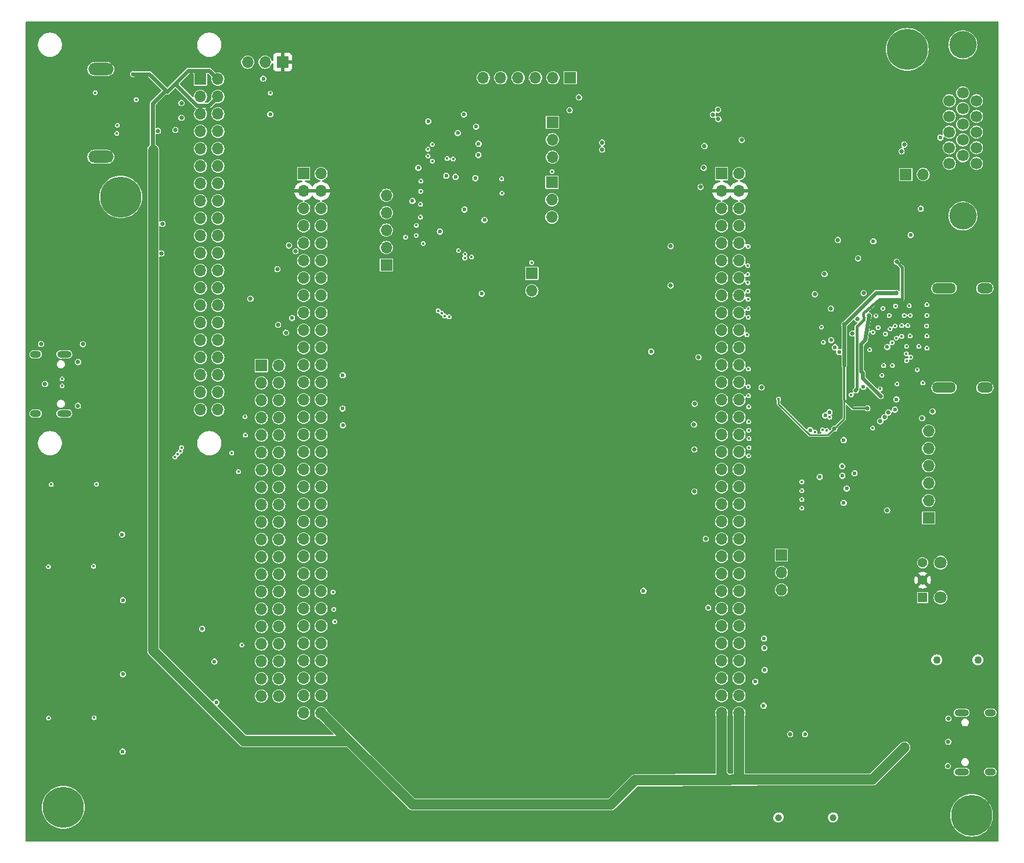
<source format=gbr>
%TF.GenerationSoftware,KiCad,Pcbnew,7.0.10*%
%TF.CreationDate,2024-01-24T08:03:13+07:00*%
%TF.ProjectId,QMTech-MiSTeX,514d5465-6368-42d4-9d69-535465582e6b,rev?*%
%TF.SameCoordinates,Original*%
%TF.FileFunction,Copper,L3,Inr*%
%TF.FilePolarity,Positive*%
%FSLAX46Y46*%
G04 Gerber Fmt 4.6, Leading zero omitted, Abs format (unit mm)*
G04 Created by KiCad (PCBNEW 7.0.10) date 2024-01-24 08:03:13*
%MOMM*%
%LPD*%
G01*
G04 APERTURE LIST*
%TA.AperFunction,ComponentPad*%
%ADD10R,1.700000X1.700000*%
%TD*%
%TA.AperFunction,ComponentPad*%
%ADD11O,1.700000X1.700000*%
%TD*%
%TA.AperFunction,ComponentPad*%
%ADD12C,1.700000*%
%TD*%
%TA.AperFunction,ComponentPad*%
%ADD13C,4.000000*%
%TD*%
%TA.AperFunction,ComponentPad*%
%ADD14C,0.800000*%
%TD*%
%TA.AperFunction,ComponentPad*%
%ADD15C,6.000000*%
%TD*%
%TA.AperFunction,ComponentPad*%
%ADD16O,2.100000X1.000000*%
%TD*%
%TA.AperFunction,ComponentPad*%
%ADD17O,1.600000X1.000000*%
%TD*%
%TA.AperFunction,ComponentPad*%
%ADD18O,3.500000X1.500000*%
%TD*%
%TA.AperFunction,ComponentPad*%
%ADD19O,2.300000X1.500000*%
%TD*%
%TA.AperFunction,ComponentPad*%
%ADD20R,1.400000X1.400000*%
%TD*%
%TA.AperFunction,ComponentPad*%
%ADD21C,1.400000*%
%TD*%
%TA.AperFunction,ComponentPad*%
%ADD22C,1.800000*%
%TD*%
%TA.AperFunction,ComponentPad*%
%ADD23C,1.000000*%
%TD*%
%TA.AperFunction,ComponentPad*%
%ADD24O,3.700000X1.800000*%
%TD*%
%TA.AperFunction,ComponentPad*%
%ADD25C,1.100000*%
%TD*%
%TA.AperFunction,ViaPad*%
%ADD26C,0.650000*%
%TD*%
%TA.AperFunction,ViaPad*%
%ADD27C,0.450000*%
%TD*%
%TA.AperFunction,ViaPad*%
%ADD28C,0.600000*%
%TD*%
%TA.AperFunction,ViaPad*%
%ADD29C,1.300000*%
%TD*%
%TA.AperFunction,Conductor*%
%ADD30C,1.500000*%
%TD*%
%TA.AperFunction,Conductor*%
%ADD31C,0.600000*%
%TD*%
%TA.AperFunction,Conductor*%
%ADD32C,0.400000*%
%TD*%
%TA.AperFunction,Conductor*%
%ADD33C,0.300000*%
%TD*%
%TA.AperFunction,Conductor*%
%ADD34C,0.250000*%
%TD*%
G04 APERTURE END LIST*
D10*
%TO.N,GND*%
%TO.C,J14*%
X148386800Y-72034400D03*
D11*
%TO.N,Net-(J14-Pin_2)*%
X148386800Y-69494400D03*
%TO.N,Net-(J14-Pin_3)*%
X148386800Y-66954400D03*
%TO.N,Net-(J14-Pin_4)*%
X148386800Y-64414400D03*
%TO.N,Net-(J14-Pin_5)*%
X148386800Y-61874400D03*
%TD*%
D10*
%TO.N,GND*%
%TO.C,J6*%
X175209200Y-44704000D03*
D11*
%TO.N,/RP2040/TCK*%
X172669200Y-44704000D03*
%TO.N,/RP2040/TDO*%
X170129200Y-44704000D03*
%TO.N,/RP2040/TDI*%
X167589200Y-44704000D03*
%TO.N,/RP2040/TMS*%
X165049200Y-44704000D03*
%TO.N,/RP2040/GPIO*%
X162509200Y-44704000D03*
%TD*%
D12*
%TO.N,/VGA/VGA_RED*%
%TO.C,VGA1*%
X230480800Y-48073800D03*
%TO.N,/VGA/VGA_GREEN*%
X230480800Y-50343800D03*
%TO.N,/VGA/VGA_BLUE*%
X230480800Y-52633800D03*
%TO.N,unconnected-(VGA1-Pad4)*%
X230480800Y-54923800D03*
%TO.N,GND*%
X230480800Y-57213800D03*
X232460800Y-46913800D03*
X232460800Y-49193800D03*
X232460800Y-51493800D03*
%TO.N,Net-(J10-Pin_2)*%
X232460800Y-53773800D03*
%TO.N,GND*%
X232460800Y-56073800D03*
%TO.N,unconnected-(VGA1-Pad11)*%
X234440800Y-48073800D03*
%TO.N,unconnected-(VGA1-Pad12)*%
X234440800Y-50343800D03*
%TO.N,Net-(D5-D2+)*%
X234440800Y-52633800D03*
%TO.N,Net-(D5-D2-)*%
X234440800Y-54923800D03*
%TO.N,unconnected-(VGA1-Pad15)*%
X234440800Y-57213800D03*
D13*
%TO.N,/VGA/VGA_SHIELD*%
X232460800Y-39893800D03*
X232460800Y-64873800D03*
%TD*%
D10*
%TO.N,GND*%
%TO.C,J12*%
X172593000Y-51206400D03*
D11*
%TO.N,/RP2040/SWD*%
X172593000Y-53746400D03*
%TO.N,/RP2040/SWCLK*%
X172593000Y-56286400D03*
%TD*%
D10*
%TO.N,GND*%
%TO.C,J4*%
X136309100Y-58694400D03*
D11*
X138849100Y-58694400D03*
%TO.N,+3V3*%
X136309100Y-61234400D03*
X138849100Y-61234400D03*
%TO.N,GND*%
X136309100Y-63774400D03*
X138849100Y-63774400D03*
%TO.N,/FPGA_EN*%
X136309100Y-66314400D03*
%TO.N,/FPGA_RESET*%
X138849100Y-66314400D03*
%TO.N,/OSD_EN*%
X136309100Y-68854400D03*
%TO.N,/IO_EN*%
X138849100Y-68854400D03*
%TO.N,SPI_MOSI*%
X136309100Y-71394400D03*
%TO.N,/UART_RX*%
X138849100Y-71394400D03*
%TO.N,SPI_MISO*%
X136309100Y-73934400D03*
%TO.N,/UART_TX*%
X138849100Y-73934400D03*
%TO.N,SPI_CLK*%
X136309100Y-76474400D03*
%TO.N,SPI_CS*%
X138849100Y-76474400D03*
%TO.N,SPI_CLK*%
X136309100Y-79014400D03*
%TO.N,USER2*%
X138849100Y-79014400D03*
%TO.N,USER3*%
X136309100Y-81554400D03*
%TO.N,USER1*%
X138849100Y-81554400D03*
%TO.N,USER4*%
X136309100Y-84094400D03*
%TO.N,USER0*%
X138849100Y-84094400D03*
%TO.N,USER5*%
X136309100Y-86634400D03*
%TO.N,USER6*%
X138849100Y-86634400D03*
%TO.N,/RAM_DQ0*%
X136309100Y-89174400D03*
%TO.N,/RAM_DQ1*%
X138849100Y-89174400D03*
%TO.N,/RAM_DQ2*%
X136309100Y-91714400D03*
%TO.N,/RAM_DQ3*%
X138849100Y-91714400D03*
%TO.N,/RAM_DQ4*%
X136309100Y-94254400D03*
%TO.N,/RAM_DQ5*%
X138849100Y-94254400D03*
%TO.N,/RAM_DQ6*%
X136309100Y-96794400D03*
%TO.N,/RAM_DQ7*%
X138849100Y-96794400D03*
%TO.N,/RAM_DQ15*%
X136309100Y-99334400D03*
%TO.N,/RAM_DQ14*%
X138849100Y-99334400D03*
%TO.N,/RAM_DQ13*%
X136309100Y-101874400D03*
%TO.N,/RAM_DQ12*%
X138849100Y-101874400D03*
%TO.N,/RAM_DQ11*%
X136309100Y-104414400D03*
%TO.N,/RAM_DQ10*%
X138849100Y-104414400D03*
%TO.N,/RAM_DQ9*%
X136309100Y-106954400D03*
%TO.N,/RAM_DQ8*%
X138849100Y-106954400D03*
%TO.N,/RAM_A12*%
X136309100Y-109494400D03*
%TO.N,/RAM_CLK*%
X138849100Y-109494400D03*
%TO.N,/RAM_A9*%
X136309100Y-112034400D03*
%TO.N,/RAM_A11*%
X138849100Y-112034400D03*
%TO.N,/RAM_A7*%
X136309100Y-114574400D03*
%TO.N,/RAM_A8*%
X138849100Y-114574400D03*
%TO.N,/RAM_A5*%
X136309100Y-117114400D03*
%TO.N,/RAM_A6*%
X138849100Y-117114400D03*
%TO.N,/RAM_WE*%
X136309100Y-119654400D03*
%TO.N,/RAM_A4*%
X138849100Y-119654400D03*
%TO.N,/RAM_CAS*%
X136309100Y-122194400D03*
%TO.N,/RAM_RAS*%
X138849100Y-122194400D03*
%TO.N,/RAM_CS*%
X136309100Y-124734400D03*
%TO.N,/RAM_BA0*%
X138849100Y-124734400D03*
%TO.N,/RAM_BA1*%
X136309100Y-127274400D03*
%TO.N,/RAM_A10*%
X138849100Y-127274400D03*
%TO.N,/RAM_A0*%
X136309100Y-129814400D03*
%TO.N,/RAM_A1*%
X138849100Y-129814400D03*
%TO.N,/RAM_A2*%
X136309100Y-132354400D03*
%TO.N,/RAM_A3*%
X138849100Y-132354400D03*
%TO.N,GND*%
X136309100Y-134894400D03*
X138849100Y-134894400D03*
%TO.N,+5V*%
X136309100Y-137434400D03*
X138849100Y-137434400D03*
%TD*%
D14*
%TO.N,GND*%
%TO.C,H8*%
X107387000Y-62103000D03*
X108046010Y-60512010D03*
X108046010Y-63693990D03*
X109637000Y-59853000D03*
D15*
X109637000Y-62103000D03*
D14*
X109637000Y-64353000D03*
X111227990Y-60512010D03*
X111227990Y-63693990D03*
X111887000Y-62103000D03*
%TD*%
D10*
%TO.N,Net-(J11-Pin_1)*%
%TO.C,J11*%
X227457000Y-108966000D03*
D11*
%TO.N,GND*%
X227457000Y-106426000D03*
%TO.N,I2S_LRCLK*%
X227457000Y-103886000D03*
%TO.N,I2S_DAT*%
X227457000Y-101346000D03*
%TO.N,I2S_MCLK*%
X227457000Y-98806000D03*
%TO.N,I2S_SCLK*%
X227457000Y-96266000D03*
%TD*%
D10*
%TO.N,/RAM_DQ0*%
%TO.C,J2*%
X130149600Y-86715600D03*
D11*
%TO.N,/RAM_DQ1*%
X132689600Y-86715600D03*
%TO.N,/RAM_DQ2*%
X130149600Y-89255600D03*
%TO.N,/RAM_DQ3*%
X132689600Y-89255600D03*
%TO.N,/RAM_DQ4*%
X130149600Y-91795600D03*
%TO.N,/RAM_DQ5*%
X132689600Y-91795600D03*
%TO.N,/RAM_DQ6*%
X130149600Y-94335600D03*
%TO.N,/RAM_DQ7*%
X132689600Y-94335600D03*
%TO.N,/RAM_DQ15*%
X130149600Y-96875600D03*
%TO.N,/RAM_DQ14*%
X132689600Y-96875600D03*
%TO.N,Net-(J2-Pin_11)*%
X130149600Y-99415600D03*
%TO.N,GND*%
X132689600Y-99415600D03*
%TO.N,/RAM_DQ13*%
X130149600Y-101955600D03*
%TO.N,/RAM_DQ12*%
X132689600Y-101955600D03*
%TO.N,/RAM_DQ11*%
X130149600Y-104495600D03*
%TO.N,/RAM_DQ10*%
X132689600Y-104495600D03*
%TO.N,/RAM_DQ9*%
X130149600Y-107035600D03*
%TO.N,/RAM_DQ8*%
X132689600Y-107035600D03*
%TO.N,/RAM_A12*%
X130149600Y-109575600D03*
%TO.N,/RAM_CLK*%
X132689600Y-109575600D03*
%TO.N,/RAM_A9*%
X130149600Y-112115600D03*
%TO.N,/RAM_A11*%
X132689600Y-112115600D03*
%TO.N,/RAM_A7*%
X130149600Y-114655600D03*
%TO.N,/RAM_A8*%
X132689600Y-114655600D03*
%TO.N,/RAM_A5*%
X130149600Y-117195600D03*
%TO.N,/RAM_A6*%
X132689600Y-117195600D03*
%TO.N,/RAM_WE*%
X130149600Y-119735600D03*
%TO.N,/RAM_A4*%
X132689600Y-119735600D03*
%TO.N,Net-(J2-Pin_29)*%
X130149600Y-122275600D03*
%TO.N,GND*%
X132689600Y-122275600D03*
%TO.N,/RAM_CAS*%
X130149600Y-124815600D03*
%TO.N,/RAM_RAS*%
X132689600Y-124815600D03*
%TO.N,/RAM_CS*%
X130149600Y-127355600D03*
%TO.N,/RAM_BA0*%
X132689600Y-127355600D03*
%TO.N,/RAM_BA1*%
X130149600Y-129895600D03*
%TO.N,/RAM_A10*%
X132689600Y-129895600D03*
%TO.N,/RAM_A0*%
X130149600Y-132435600D03*
%TO.N,/RAM_A1*%
X132689600Y-132435600D03*
%TO.N,/RAM_A2*%
X130149600Y-134975600D03*
%TO.N,/RAM_A3*%
X132689600Y-134975600D03*
%TD*%
D10*
%TO.N,GND*%
%TO.C,J9*%
X169595800Y-73253600D03*
D11*
%TO.N,/RP2040/~{USB_BOOT}*%
X169595800Y-75793600D03*
%TD*%
D10*
%TO.N,+3V3*%
%TO.C,JP1*%
X133223000Y-42419000D03*
D11*
%TO.N,/User-Interface/SNAC6*%
X130683000Y-42419000D03*
%TO.N,Net-(JP1-B)*%
X128143000Y-42419000D03*
%TD*%
D10*
%TO.N,GND*%
%TO.C,J8*%
X205994000Y-114376200D03*
D11*
%TO.N,AUDIO_L*%
X205994000Y-116916200D03*
%TO.N,AUDIO_R*%
X205994000Y-119456200D03*
%TD*%
D14*
%TO.N,GND*%
%TO.C,H6*%
X222093400Y-40563800D03*
X222752410Y-38972810D03*
X222752410Y-42154790D03*
X224343400Y-38313800D03*
D15*
X224343400Y-40563800D03*
D14*
X224343400Y-42813800D03*
X225934390Y-38972810D03*
X225934390Y-42154790D03*
X226593400Y-40563800D03*
%TD*%
D16*
%TO.N,Net-(J3-SHIELD)*%
%TO.C,J3*%
X101406000Y-85090000D03*
D17*
X97226000Y-85090000D03*
D16*
X101406000Y-93730000D03*
D17*
X97226000Y-93730000D03*
%TD*%
D10*
%TO.N,unconnected-(J1-3.3V-Pad1)*%
%TO.C,J1*%
X121259600Y-44907200D03*
D11*
%TO.N,+5V*%
X123799600Y-44907200D03*
%TO.N,I2C_SDA*%
X121259600Y-47447200D03*
%TO.N,+5V*%
X123799600Y-47447200D03*
%TO.N,I2C_SCL*%
X121259600Y-49987200D03*
%TO.N,GND*%
X123799600Y-49987200D03*
%TO.N,unconnected-(J1-GPIO04_GCLK-Pad7)*%
X121259600Y-52527200D03*
%TO.N,/UART_TX*%
X123799600Y-52527200D03*
%TO.N,GND*%
X121259600Y-55067200D03*
%TO.N,/UART_RX*%
X123799600Y-55067200D03*
%TO.N,/UART_RTS*%
X121259600Y-57607200D03*
%TO.N,unconnected-(J1-GPIO18-Pad12)*%
X123799600Y-57607200D03*
%TO.N,unconnected-(J1-GPIO27-Pad13)*%
X121259600Y-60147200D03*
%TO.N,GND*%
X123799600Y-60147200D03*
%TO.N,/FPGA_RESET*%
X121259600Y-62687200D03*
%TO.N,/FPGA_EN*%
X123799600Y-62687200D03*
%TO.N,unconnected-(J1-3.3V-Pad17)*%
X121259600Y-65227200D03*
%TO.N,/OSD_EN*%
X123799600Y-65227200D03*
%TO.N,SPI_MOSI*%
X121259600Y-67767200D03*
%TO.N,GND*%
X123799600Y-67767200D03*
%TO.N,SPI_MISO*%
X121259600Y-70307200D03*
%TO.N,/IO_EN*%
X123799600Y-70307200D03*
%TO.N,Net-(J1-GPIO11_SPI_CLK)*%
X121259600Y-72847200D03*
%TO.N,SPI_CS*%
X123799600Y-72847200D03*
%TO.N,GND*%
X121259600Y-75387200D03*
%TO.N,unconnected-(J1-GPIO07_SPI_CE1_N-Pad26)*%
X123799600Y-75387200D03*
%TO.N,unconnected-(J1-ID_SD-Pad27)*%
X121259600Y-77927200D03*
%TO.N,unconnected-(J1-ID_SC-Pad28)*%
X123799600Y-77927200D03*
%TO.N,PI_REBOOT*%
X121259600Y-80467200D03*
%TO.N,GND*%
X123799600Y-80467200D03*
%TO.N,/PICO_RUN*%
X121259600Y-83007200D03*
%TO.N,unconnected-(J1-GPIO12-Pad32)*%
X123799600Y-83007200D03*
%TO.N,unconnected-(J1-GPIO13-Pad33)*%
X121259600Y-85547200D03*
%TO.N,GND*%
X123799600Y-85547200D03*
%TO.N,unconnected-(J1-GPIO19-Pad35)*%
X121259600Y-88087200D03*
%TO.N,/UART_CTS*%
X123799600Y-88087200D03*
%TO.N,unconnected-(J1-GPIO26-Pad37)*%
X121259600Y-90627200D03*
%TO.N,/UART_DTR*%
X123799600Y-90627200D03*
%TO.N,GND*%
X121259600Y-93167200D03*
%TO.N,/UART_DSR*%
X123799600Y-93167200D03*
%TD*%
D10*
%TO.N,GND*%
%TO.C,J7*%
X172516800Y-59969400D03*
D11*
%TO.N,/RP2040/UART0_RX*%
X172516800Y-62509400D03*
%TO.N,/RP2040/UART0_TX*%
X172516800Y-65049400D03*
%TD*%
D10*
%TO.N,+5V*%
%TO.C,J10*%
X224129600Y-58826400D03*
D11*
%TO.N,Net-(J10-Pin_2)*%
X226669600Y-58826400D03*
%TD*%
D16*
%TO.N,Net-(J13-SHIELD)*%
%TO.C,J13*%
X232281800Y-146028600D03*
D17*
X236461800Y-146028600D03*
D16*
X232281800Y-137388600D03*
D17*
X236461800Y-137388600D03*
%TD*%
D18*
%TO.N,Net-(C33-Pad1)*%
%TO.C,HDMI1*%
X229717600Y-89938000D03*
X229717600Y-75438000D03*
D19*
X235677600Y-89938000D03*
X235677600Y-75438000D03*
%TD*%
D10*
%TO.N,GND*%
%TO.C,J5*%
X197269100Y-58694400D03*
D11*
X199809100Y-58694400D03*
%TO.N,+3V3*%
X197269100Y-61234400D03*
X199809100Y-61234400D03*
%TO.N,GND*%
X197269100Y-63774400D03*
X199809100Y-63774400D03*
%TO.N,RGB_D22*%
X197269100Y-66314400D03*
%TO.N,RGB_D23*%
X199809100Y-66314400D03*
%TO.N,RGB_D20*%
X197269100Y-68854400D03*
%TO.N,RGB_D21*%
X199809100Y-68854400D03*
%TO.N,RGB_D18*%
X197269100Y-71394400D03*
%TO.N,RGB_D19*%
X199809100Y-71394400D03*
%TO.N,RGB_D16*%
X197269100Y-73934400D03*
%TO.N,RGB_D17*%
X199809100Y-73934400D03*
%TO.N,RGB_D14*%
X197269100Y-76474400D03*
%TO.N,RGB_D15*%
X199809100Y-76474400D03*
%TO.N,RGB_D12*%
X197269100Y-79014400D03*
%TO.N,RGB_D13*%
X199809100Y-79014400D03*
%TO.N,RGB_HSYNC*%
X197269100Y-81554400D03*
%TO.N,RGB_VSYNC*%
X199809100Y-81554400D03*
%TO.N,RGB_DE*%
X197269100Y-84094400D03*
%TO.N,RGB_CLK*%
X199809100Y-84094400D03*
%TO.N,RGB_D10*%
X197269100Y-86634400D03*
%TO.N,RGB_D11*%
X199809100Y-86634400D03*
%TO.N,RGB_D8*%
X197269100Y-89174400D03*
%TO.N,RGB_D9*%
X199809100Y-89174400D03*
%TO.N,RGB_D6*%
X197269100Y-91714400D03*
%TO.N,RGB_D7*%
X199809100Y-91714400D03*
%TO.N,RGB_D4*%
X197269100Y-94254400D03*
%TO.N,RGB_D5*%
X199809100Y-94254400D03*
%TO.N,RGB_D2*%
X197269100Y-96794400D03*
%TO.N,RGB_D3*%
X199809100Y-96794400D03*
%TO.N,RGB_D0*%
X197269100Y-99334400D03*
%TO.N,RGB_D1*%
X199809100Y-99334400D03*
%TO.N,SPDIF*%
X197269100Y-101874400D03*
%TO.N,RGB_INT*%
X199809100Y-101874400D03*
%TO.N,I2S_DAT*%
X197269100Y-104414400D03*
%TO.N,I2S_MCLK*%
X199809100Y-104414400D03*
%TO.N,I2S_LRCLK*%
X197269100Y-106954400D03*
%TO.N,I2S_SCLK*%
X199809100Y-106954400D03*
%TO.N,AUDIO_R*%
X197269100Y-109494400D03*
%TO.N,AUDIO_L*%
X199809100Y-109494400D03*
%TO.N,I2C_SDA*%
X197269100Y-112034400D03*
%TO.N,I2C_SCL*%
X199809100Y-112034400D03*
%TO.N,/UART_RTS*%
X197269100Y-114574400D03*
%TO.N,/UART_CTS*%
X199809100Y-114574400D03*
%TO.N,/UART_DSR*%
X197269100Y-117114400D03*
%TO.N,/UART_DTR*%
X199809100Y-117114400D03*
%TO.N,BTN_RESET*%
X197269100Y-119654400D03*
%TO.N,BTN_OSD*%
X199809100Y-119654400D03*
%TO.N,LED_HDD*%
X197269100Y-122194400D03*
%TO.N,BTN_USER*%
X199809100Y-122194400D03*
%TO.N,LED_PWR*%
X197269100Y-124734400D03*
%TO.N,LED_USR*%
X199809100Y-124734400D03*
%TO.N,/SDIO_DAT2*%
X197269100Y-127274400D03*
%TO.N,/SDIO_DAT3*%
X199809100Y-127274400D03*
%TO.N,/SDIO_CMD*%
X197269100Y-129814400D03*
%TO.N,/SDIO_CLK*%
X199809100Y-129814400D03*
%TO.N,/SDIO_DAT1*%
X197269100Y-132354400D03*
%TO.N,/SDIO_DAT0*%
X199809100Y-132354400D03*
%TO.N,GND*%
X197269100Y-134894400D03*
X199809100Y-134894400D03*
%TO.N,+5V*%
X197269100Y-137434400D03*
X199809100Y-137434400D03*
%TD*%
D14*
%TO.N,GND*%
%TO.C,H7*%
X231480800Y-152374600D03*
X232139810Y-150783610D03*
X232139810Y-153965590D03*
X233730800Y-150124600D03*
D15*
X233730800Y-152374600D03*
D14*
X233730800Y-154624600D03*
X235321790Y-150783610D03*
X235321790Y-153965590D03*
X235980800Y-152374600D03*
%TD*%
D20*
%TO.N,SPDIF*%
%TO.C,U5*%
X226589600Y-120573800D03*
D21*
%TO.N,+3V3*%
X226589600Y-118033800D03*
%TO.N,GND*%
X226589600Y-115493800D03*
D22*
%TO.N,unconnected-(U5-NC-Pad4)*%
X229209600Y-120573800D03*
%TO.N,unconnected-(U5-NC-Pad5)*%
X229209600Y-115493800D03*
%TD*%
D23*
%TO.N,*%
%TO.C,TF1*%
X205566400Y-152689200D03*
X213546400Y-152689200D03*
%TD*%
D24*
%TO.N,/User-Interface/SNAC_SHIELD*%
%TO.C,USB1*%
X106721000Y-56247000D03*
X106721000Y-43447000D03*
%TD*%
D25*
%TO.N,*%
%TO.C,CN1*%
X234649100Y-129692400D03*
X228649100Y-129692400D03*
%TD*%
D14*
%TO.N,GND*%
%TO.C,H5*%
X99005000Y-151206200D03*
X99664010Y-149615210D03*
X99664010Y-152797190D03*
X101255000Y-148956200D03*
D15*
X101255000Y-151206200D03*
D14*
X101255000Y-153456200D03*
X102845990Y-149615210D03*
X102845990Y-152797190D03*
X103505000Y-151206200D03*
%TD*%
D26*
%TO.N,GND*%
X194665600Y-57861200D03*
X221026106Y-94262390D03*
X193294000Y-98958400D03*
X230276400Y-145161000D03*
D27*
X140716000Y-122301000D03*
D28*
X203454000Y-126568200D03*
D27*
X201091800Y-73406000D03*
X201193400Y-87223600D03*
X155092400Y-56870600D03*
X153746200Y-68884800D03*
X111887000Y-47879000D03*
X157530800Y-79603600D03*
X227203000Y-82397600D03*
X220091000Y-81153000D03*
X154432000Y-55143400D03*
X201218800Y-96164400D03*
X99110800Y-138176000D03*
D28*
X203555600Y-131165600D03*
X203504800Y-127965200D03*
D27*
X109143800Y-51638200D03*
D28*
X229184200Y-53441600D03*
D27*
X140589000Y-119761000D03*
X126796800Y-102209600D03*
D28*
X224840800Y-67665600D03*
D27*
X159816800Y-70993000D03*
X227203000Y-77825600D03*
D28*
X161798000Y-55981600D03*
D27*
X212623400Y-96189800D03*
D26*
X194208400Y-60655200D03*
X230327200Y-141630400D03*
D27*
X224637600Y-77978000D03*
X160807400Y-70866000D03*
D28*
X203403200Y-136372600D03*
D27*
X220802200Y-78359000D03*
X221843600Y-81356200D03*
X155930600Y-78714600D03*
D28*
X221437200Y-84023200D03*
D27*
X201142600Y-69316600D03*
X208991200Y-104978200D03*
X201269600Y-98704400D03*
D26*
X193294000Y-105105200D03*
D27*
X208991200Y-106273600D03*
X227177600Y-80924400D03*
X220929200Y-86715600D03*
D26*
X128549400Y-76962000D03*
D27*
X127812800Y-96875600D03*
D26*
X193344800Y-92303600D03*
D28*
X226314000Y-63804800D03*
D27*
X201168000Y-89789000D03*
D26*
X228041200Y-93421200D03*
X103403400Y-86207600D03*
D27*
X210870800Y-96393000D03*
D26*
X115739000Y-66040000D03*
X226517200Y-94386400D03*
X134162800Y-69189600D03*
X221594369Y-93573107D03*
D28*
X219405200Y-68580000D03*
D26*
X217068400Y-79908400D03*
D27*
X222580200Y-80924400D03*
X201193400Y-91109800D03*
D28*
X161467800Y-51841400D03*
D27*
X165201600Y-59461400D03*
D26*
X193903600Y-85496400D03*
D27*
X117550399Y-100076801D03*
D26*
X195986400Y-50088800D03*
D27*
X151180800Y-67970400D03*
X223545400Y-82423000D03*
X222859600Y-89408000D03*
D26*
X217170000Y-71069200D03*
D28*
X159689800Y-50063400D03*
D26*
X213207600Y-78384400D03*
D28*
X222554800Y-93167200D03*
D27*
X222656400Y-78028800D03*
D26*
X203098400Y-89916000D03*
D27*
X201168000Y-79679800D03*
X221183200Y-82092800D03*
X224434400Y-80873600D03*
X221716600Y-79400400D03*
D26*
X217982800Y-76149200D03*
D27*
X200964800Y-82219800D03*
X223545400Y-80873600D03*
D26*
X98586000Y-89410000D03*
D27*
X224866200Y-85471000D03*
X224790000Y-79400400D03*
X152730200Y-67716400D03*
X224764600Y-82397600D03*
X172542200Y-58394600D03*
X169570400Y-71678800D03*
X201218800Y-94919800D03*
X106095800Y-104038200D03*
X226034600Y-83921600D03*
X99093800Y-116076400D03*
D26*
X230352600Y-138252200D03*
X179832000Y-54152800D03*
D27*
X153365200Y-63169800D03*
D28*
X213258400Y-83007200D03*
D26*
X98018600Y-83566000D03*
D27*
X227203000Y-79400400D03*
X152755600Y-66243200D03*
D28*
X222763024Y-91648224D03*
D27*
X201117200Y-74625200D03*
D26*
X220421200Y-94843600D03*
X214223600Y-68376800D03*
D27*
X201269600Y-97383600D03*
X201117200Y-75819000D03*
D28*
X158791800Y-52773400D03*
D27*
X218871800Y-84404200D03*
D26*
X115570000Y-70358000D03*
D28*
X195326000Y-122047000D03*
X161823400Y-54330600D03*
D27*
X208991200Y-103682800D03*
X208991200Y-107518200D03*
X226618800Y-89255600D03*
X153365200Y-65049400D03*
X105765600Y-138125200D03*
D26*
X207264000Y-140512800D03*
X103378000Y-92583000D03*
D27*
X99491800Y-104063600D03*
X224256600Y-83896200D03*
X153416000Y-59791600D03*
X223901000Y-79400400D03*
X165227000Y-61544200D03*
D26*
X193243200Y-95300800D03*
X104114600Y-83591400D03*
X132588000Y-80772000D03*
D27*
X155067000Y-54432200D03*
X127762000Y-94183200D03*
X222199200Y-86690200D03*
D26*
X194767200Y-54660800D03*
D27*
X219354400Y-81838800D03*
X201218800Y-99898200D03*
D26*
X189839600Y-75031600D03*
D27*
X222758000Y-82702400D03*
X125831600Y-99466400D03*
X222123000Y-83362800D03*
X118515599Y-98679801D03*
D28*
X213817200Y-84048600D03*
D27*
X159842200Y-70434200D03*
X213055200Y-94259400D03*
X158902400Y-69926200D03*
D28*
X215087200Y-97586800D03*
D27*
X201142600Y-77012800D03*
D28*
X209448400Y-140512800D03*
D27*
X105672400Y-116025600D03*
X127304800Y-127508000D03*
D28*
X202184000Y-132867400D03*
D27*
X153390600Y-61264800D03*
X109067600Y-52832000D03*
X201218800Y-92735400D03*
X201168000Y-78409800D03*
D26*
X194970400Y-112014000D03*
X132486400Y-72644000D03*
D27*
X154457400Y-56134000D03*
X219786200Y-79451200D03*
D28*
X161366200Y-59359800D03*
X154482800Y-51079400D03*
D27*
X140843000Y-124079000D03*
D26*
X189839600Y-69291200D03*
X200202800Y-53797200D03*
D27*
X201091800Y-72136000D03*
D26*
X210870800Y-76301600D03*
D27*
X227203000Y-84175600D03*
D26*
%TO.N,+3V3*%
X225323400Y-107188000D03*
D28*
X106070400Y-147167600D03*
X163957000Y-64541400D03*
D26*
X151993600Y-64287400D03*
X210870800Y-67665600D03*
D28*
X209480400Y-144009700D03*
D27*
X159781306Y-67742785D03*
D28*
X106248200Y-136321800D03*
X161798000Y-60528200D03*
D27*
X161518600Y-71755000D03*
D26*
X212598000Y-71729600D03*
D28*
X159258000Y-59131200D03*
D26*
X114228400Y-130022600D03*
D28*
X126796800Y-119405400D03*
X156921200Y-60502800D03*
X158851600Y-63982600D03*
X106256600Y-125347400D03*
D26*
X215747600Y-68630800D03*
%TO.N,+5V*%
X221411800Y-107848400D03*
D28*
X111417100Y-44157900D03*
D27*
X105918000Y-46863000D03*
D29*
X223951800Y-142468600D03*
D26*
%TO.N,/IO_EN*%
X135128000Y-70002400D03*
D28*
%TO.N,+1V1*%
X158470600Y-59156600D03*
X159766000Y-63931800D03*
X156184600Y-67157600D03*
D26*
%TO.N,/HDMI/1V8_PVDD*%
X222808800Y-71577200D03*
X216865200Y-90322400D03*
%TO.N,/HDMI/1V8_DVDD*%
X213715600Y-95910400D03*
X222758000Y-76098400D03*
X215170378Y-80721200D03*
D27*
X205587600Y-91592400D03*
D26*
X218541600Y-92964000D03*
%TO.N,/HDMI/1V8_AVDD*%
X218744800Y-79400400D03*
D27*
X217627200Y-83566000D03*
D26*
X217822245Y-87774245D03*
X220472000Y-91186000D03*
%TO.N,/HDMI/3V3_DVDD*%
X216344303Y-82042000D03*
X212293200Y-73355200D03*
D27*
%TO.N,/HDMI/DDC_SCL*%
X224205800Y-84988400D03*
X211836000Y-81102200D03*
%TO.N,/HDMI/DDC_SDA*%
X224256600Y-85979000D03*
X212115400Y-83312000D03*
%TO.N,/HDMI/HDMI_HPD*%
X220421200Y-90119200D03*
X225806000Y-87325200D03*
D26*
%TO.N,/VGA/VGA_GREEN*%
X179832000Y-55168800D03*
D28*
%TO.N,/VGA/VGA_BLUE*%
X186994800Y-84683600D03*
%TO.N,/UART_DSR*%
X141986000Y-92989400D03*
%TO.N,/UART_DTR*%
X142036800Y-95453200D03*
%TO.N,/UART_CTS*%
X142011400Y-88138000D03*
%TO.N,/PICO_RUN*%
X153035000Y-57861200D03*
%TO.N,PI_REBOOT*%
X109827600Y-111374800D03*
%TO.N,/UART_RTS*%
X134620000Y-79781400D03*
D26*
%TO.N,I2C_SCL*%
X196748400Y-49377600D03*
X175107600Y-49428400D03*
%TO.N,I2C_SDA*%
X196799200Y-50749200D03*
X176479200Y-47548800D03*
D27*
%TO.N,/RP2040/USB_D+*%
X117930598Y-99645802D03*
X156871201Y-79477401D03*
%TO.N,/RP2040/USB_D-*%
X101087000Y-88648000D03*
X156463199Y-79069399D03*
X118338600Y-99237800D03*
X101087000Y-89664000D03*
D26*
%TO.N,USER0*%
X117602000Y-52324000D03*
%TO.N,USER1*%
X118491000Y-48387000D03*
%TO.N,USER4*%
X133731000Y-81915000D03*
X115062000Y-52451000D03*
%TO.N,USER3*%
X118491000Y-50546000D03*
D27*
%TO.N,USER6*%
X131445000Y-46939200D03*
D28*
X130429000Y-44831000D03*
X131445000Y-50038000D03*
%TO.N,BTN_RESET*%
X185877200Y-119608600D03*
X109965000Y-120953200D03*
%TO.N,LED_PWR*%
X123601000Y-135864600D03*
%TO.N,BTN_USER*%
X109905800Y-143052800D03*
%TO.N,LED_HDD*%
X123296200Y-129921000D03*
%TO.N,BTN_OSD*%
X109956600Y-131775200D03*
%TO.N,LED_USR*%
X121518200Y-125145800D03*
%TO.N,I2S_LRCLK*%
X215519000Y-104673400D03*
%TO.N,I2S_SCLK*%
X216662000Y-102438200D03*
%TO.N,I2S_DAT*%
X214884000Y-102793800D03*
%TO.N,I2S_MCLK*%
X214858600Y-101396800D03*
D27*
%TO.N,RGB_INT*%
X211988400Y-96113600D03*
D28*
X214414100Y-84734400D03*
%TO.N,SPDIF*%
X215087200Y-106756200D03*
X211582000Y-102971600D03*
%TO.N,RGB_DE*%
X210192907Y-96134206D03*
%TO.N,RGB_VSYNC*%
X213014102Y-93531398D03*
D26*
X223520000Y-55422800D03*
D28*
%TO.N,RGB_HSYNC*%
X212382100Y-94005400D03*
D26*
X223926400Y-54457600D03*
D27*
%TO.N,/RP2040/SWD*%
X157251400Y-56489600D03*
%TO.N,/RP2040/SWCLK*%
X158115000Y-56565800D03*
D28*
%TO.N,/RP2040/QSPI_SS*%
X162687000Y-65481200D03*
X162280600Y-76225400D03*
D27*
%TO.N,Net-(U4-R_EXT)*%
X220675200Y-88138000D03*
D28*
X217932000Y-89814400D03*
D27*
%TO.N,Net-(U4-LRCLK)*%
X216179400Y-90982800D03*
X219303600Y-95834200D03*
D28*
%TO.N,Net-(J14-Pin_5)*%
X157124400Y-59004200D03*
%TO.N,Net-(J14-Pin_2)*%
X152171400Y-62687200D03*
%TD*%
D30*
%TO.N,+5V*%
X181118400Y-150799800D02*
X152214500Y-150799800D01*
X127559293Y-141519950D02*
X114370000Y-128330657D01*
D31*
X114370000Y-55251200D02*
X114312000Y-55193200D01*
X116211500Y-46551700D02*
X113817700Y-44157900D01*
D30*
X184653600Y-147264600D02*
X181118400Y-150799800D01*
X205613000Y-147142200D02*
X219278200Y-147142200D01*
X199313800Y-147178986D02*
X199809100Y-146683686D01*
D31*
X120737690Y-48727200D02*
X122519600Y-48727200D01*
X116402000Y-46742200D02*
X116211500Y-46551700D01*
D30*
X198018400Y-147186551D02*
X197269100Y-146437251D01*
D31*
X114312000Y-55193200D02*
X114312000Y-48451200D01*
D30*
X142934650Y-141519950D02*
X127559293Y-141519950D01*
D31*
X116402000Y-46742200D02*
X117792500Y-45351700D01*
X117792500Y-45351700D02*
X119497000Y-43647200D01*
D30*
X205613000Y-147142200D02*
X199313800Y-147178986D01*
X199809100Y-146683686D02*
X199809100Y-137434400D01*
D31*
X114312000Y-48451200D02*
X116211500Y-46551700D01*
X117792500Y-45782010D02*
X120737690Y-48727200D01*
X122519600Y-48727200D02*
X123799600Y-47447200D01*
D30*
X219278200Y-147142200D02*
X223951800Y-142468600D01*
X197269100Y-146437251D02*
X197269100Y-137434400D01*
X152214500Y-150799800D02*
X142934650Y-141519950D01*
D31*
X113817700Y-44157900D02*
X111417100Y-44157900D01*
X119497000Y-43647200D02*
X122539600Y-43647200D01*
D30*
X114370000Y-128330657D02*
X114370000Y-55251200D01*
X142934650Y-141519950D02*
X138849100Y-137434400D01*
D31*
X117792500Y-45351700D02*
X117792500Y-45782010D01*
D30*
X198018400Y-147186551D02*
X184653600Y-147264600D01*
X199313800Y-147178986D02*
X198018400Y-147186551D01*
D31*
X122539600Y-43647200D02*
X123799600Y-44907200D01*
D32*
%TO.N,/HDMI/1V8_PVDD*%
X223608000Y-72376400D02*
X222808800Y-71577200D01*
X216865200Y-90322400D02*
X216994303Y-90193297D01*
X216994303Y-90193297D02*
X216994303Y-80998497D01*
X218048006Y-79913646D02*
X217932000Y-79146400D01*
D33*
X216865200Y-90322400D02*
X216944303Y-90243297D01*
D32*
X218033600Y-78994000D02*
X220268800Y-77012800D01*
X220268800Y-77012800D02*
X223608000Y-77012800D01*
X223608000Y-77012800D02*
X223608000Y-72376400D01*
X218008200Y-80035400D02*
X218048006Y-79913646D01*
X217932000Y-79146400D02*
X218033600Y-78994000D01*
X216994303Y-80998497D02*
X218008200Y-80035400D01*
D34*
%TO.N,/HDMI/1V8_DVDD*%
X212750400Y-96875600D02*
X210121128Y-96875600D01*
D33*
X213764102Y-95861898D02*
X213715600Y-95910400D01*
D31*
X219817739Y-76098400D02*
X215194939Y-80721200D01*
D34*
X215170378Y-94455622D02*
X215170378Y-91677876D01*
X213715600Y-95910400D02*
X212750400Y-96875600D01*
D31*
X215170378Y-80721200D02*
X215170378Y-86683222D01*
D34*
X213715600Y-95910400D02*
X215170378Y-94455622D01*
D33*
X218541600Y-92964000D02*
X216456502Y-92964000D01*
D34*
X210121128Y-96875600D02*
X205587600Y-92342072D01*
D31*
X215194939Y-80721200D02*
X215170378Y-80721200D01*
D33*
X216456502Y-92964000D02*
X215170378Y-91677876D01*
X215170378Y-91677876D02*
X215170378Y-86683222D01*
D31*
X222758000Y-76098400D02*
X219817739Y-76098400D01*
D34*
X205587600Y-92342072D02*
X205587600Y-91592400D01*
D31*
%TO.N,/HDMI/1V8_AVDD*%
X217822245Y-88536245D02*
X217822245Y-87774245D01*
X218744800Y-79400400D02*
X218186000Y-83007200D01*
X217627200Y-83566000D02*
X217627200Y-87579200D01*
X220472000Y-91186000D02*
X217822245Y-88536245D01*
X218186000Y-83007200D02*
X217627200Y-83566000D01*
D33*
X217627200Y-87579200D02*
X217822245Y-87774245D01*
%TD*%
%TA.AperFunction,Conductor*%
%TO.N,+3V3*%
G36*
X138389607Y-61024556D02*
G01*
X138349100Y-61162511D01*
X138349100Y-61306289D01*
X138389607Y-61444244D01*
X138417984Y-61488400D01*
X136740216Y-61488400D01*
X136768593Y-61444244D01*
X136809100Y-61306289D01*
X136809100Y-61162511D01*
X136768593Y-61024556D01*
X136740216Y-60980400D01*
X138417984Y-60980400D01*
X138389607Y-61024556D01*
G37*
%TD.AperFunction*%
%TA.AperFunction,Conductor*%
G36*
X199349607Y-61024556D02*
G01*
X199309100Y-61162511D01*
X199309100Y-61306289D01*
X199349607Y-61444244D01*
X199377984Y-61488400D01*
X197700216Y-61488400D01*
X197728593Y-61444244D01*
X197769100Y-61306289D01*
X197769100Y-61162511D01*
X197728593Y-61024556D01*
X197700216Y-60980400D01*
X199377984Y-60980400D01*
X199349607Y-61024556D01*
G37*
%TD.AperFunction*%
%TA.AperFunction,Conductor*%
G36*
X237634821Y-36520302D02*
G01*
X237681314Y-36573958D01*
X237692700Y-36626300D01*
X237692700Y-156058100D01*
X237672698Y-156126221D01*
X237619042Y-156172714D01*
X237566700Y-156184100D01*
X95859100Y-156184100D01*
X95790979Y-156164098D01*
X95744486Y-156110442D01*
X95733100Y-156058100D01*
X95733100Y-151206200D01*
X98139599Y-151206200D01*
X98159187Y-151555010D01*
X98217707Y-151899435D01*
X98314426Y-152235156D01*
X98448120Y-152557920D01*
X98448123Y-152557925D01*
X98617116Y-152863695D01*
X98819278Y-153148617D01*
X98819283Y-153148624D01*
X98872104Y-153207730D01*
X99052079Y-153409121D01*
X99217511Y-153556961D01*
X99312575Y-153641916D01*
X99312578Y-153641918D01*
X99312579Y-153641919D01*
X99597507Y-153844085D01*
X99903278Y-154013079D01*
X100226048Y-154146775D01*
X100561758Y-154243491D01*
X100906186Y-154302012D01*
X101255000Y-154321601D01*
X101603814Y-154302012D01*
X101948242Y-154243491D01*
X102283952Y-154146775D01*
X102606722Y-154013079D01*
X102912493Y-153844085D01*
X103197421Y-153641919D01*
X103457921Y-153409121D01*
X103690719Y-153148621D01*
X103892885Y-152863693D01*
X103965042Y-152733135D01*
X204812069Y-152733135D01*
X204842535Y-152905911D01*
X204878152Y-152988481D01*
X204912024Y-153067007D01*
X205016787Y-153207727D01*
X205016789Y-153207728D01*
X205016790Y-153207730D01*
X205072668Y-153254617D01*
X205151184Y-153320501D01*
X205151186Y-153320502D01*
X205307967Y-153399240D01*
X205478679Y-153439700D01*
X205478681Y-153439700D01*
X205610112Y-153439700D01*
X205708018Y-153428255D01*
X205740655Y-153424441D01*
X205905517Y-153364437D01*
X206052096Y-153268030D01*
X206172492Y-153140418D01*
X206260212Y-152988481D01*
X206310530Y-152820410D01*
X206315613Y-152733135D01*
X212792069Y-152733135D01*
X212822535Y-152905911D01*
X212858152Y-152988481D01*
X212892024Y-153067007D01*
X212996787Y-153207727D01*
X212996789Y-153207728D01*
X212996790Y-153207730D01*
X213052668Y-153254617D01*
X213131184Y-153320501D01*
X213131186Y-153320502D01*
X213287967Y-153399240D01*
X213458679Y-153439700D01*
X213458681Y-153439700D01*
X213590112Y-153439700D01*
X213688018Y-153428255D01*
X213720655Y-153424441D01*
X213885517Y-153364437D01*
X214032096Y-153268030D01*
X214152492Y-153140418D01*
X214240212Y-152988481D01*
X214290530Y-152820410D01*
X214300731Y-152645265D01*
X214270265Y-152472489D01*
X214228040Y-152374600D01*
X230615399Y-152374600D01*
X230634987Y-152723410D01*
X230693507Y-153067835D01*
X230790226Y-153403556D01*
X230888959Y-153641916D01*
X230923921Y-153726322D01*
X231053110Y-153960072D01*
X231092916Y-154032095D01*
X231295078Y-154317017D01*
X231295083Y-154317024D01*
X231395759Y-154429679D01*
X231527879Y-154577521D01*
X231693311Y-154725361D01*
X231788375Y-154810316D01*
X231788378Y-154810318D01*
X231788379Y-154810319D01*
X232073307Y-155012485D01*
X232379078Y-155181479D01*
X232701848Y-155315175D01*
X233037558Y-155411891D01*
X233381986Y-155470412D01*
X233730800Y-155490001D01*
X234079614Y-155470412D01*
X234424042Y-155411891D01*
X234759752Y-155315175D01*
X235082522Y-155181479D01*
X235388293Y-155012485D01*
X235673221Y-154810319D01*
X235933721Y-154577521D01*
X236166519Y-154317021D01*
X236368685Y-154032093D01*
X236537679Y-153726322D01*
X236671375Y-153403552D01*
X236768091Y-153067842D01*
X236826612Y-152723414D01*
X236846201Y-152374600D01*
X236826612Y-152025786D01*
X236768091Y-151681358D01*
X236671375Y-151345648D01*
X236537679Y-151022878D01*
X236368685Y-150717107D01*
X236166519Y-150432179D01*
X236166518Y-150432178D01*
X236166516Y-150432175D01*
X236081561Y-150337111D01*
X235933721Y-150171679D01*
X235785879Y-150039559D01*
X235673224Y-149938883D01*
X235673217Y-149938878D01*
X235388295Y-149736716D01*
X235316272Y-149696910D01*
X235082522Y-149567721D01*
X235082520Y-149567720D01*
X234759756Y-149434026D01*
X234424035Y-149337307D01*
X234079610Y-149278787D01*
X233730800Y-149259199D01*
X233381989Y-149278787D01*
X233037564Y-149337307D01*
X232701843Y-149434026D01*
X232379079Y-149567720D01*
X232379074Y-149567723D01*
X232073304Y-149736716D01*
X231788382Y-149938878D01*
X231788375Y-149938883D01*
X231527879Y-150171679D01*
X231295083Y-150432175D01*
X231295078Y-150432182D01*
X231092916Y-150717104D01*
X230923923Y-151022874D01*
X230923920Y-151022879D01*
X230790226Y-151345643D01*
X230693507Y-151681364D01*
X230634987Y-152025789D01*
X230615399Y-152374600D01*
X214228040Y-152374600D01*
X214200777Y-152311396D01*
X214200776Y-152311395D01*
X214200775Y-152311392D01*
X214096012Y-152170672D01*
X213961615Y-152057898D01*
X213804834Y-151979160D01*
X213747929Y-151965673D01*
X213634121Y-151938700D01*
X213502691Y-151938700D01*
X213502688Y-151938700D01*
X213372145Y-151953958D01*
X213372143Y-151953959D01*
X213207287Y-152013961D01*
X213207274Y-152013968D01*
X213060706Y-152110367D01*
X212940309Y-152237980D01*
X212940306Y-152237984D01*
X212852588Y-152389917D01*
X212827868Y-152472487D01*
X212802270Y-152557990D01*
X212792069Y-152733135D01*
X206315613Y-152733135D01*
X206320731Y-152645265D01*
X206290265Y-152472489D01*
X206220777Y-152311396D01*
X206220776Y-152311395D01*
X206220775Y-152311392D01*
X206116012Y-152170672D01*
X205981615Y-152057898D01*
X205824834Y-151979160D01*
X205767929Y-151965673D01*
X205654121Y-151938700D01*
X205522691Y-151938700D01*
X205522688Y-151938700D01*
X205392145Y-151953958D01*
X205392143Y-151953959D01*
X205227287Y-152013961D01*
X205227274Y-152013968D01*
X205080706Y-152110367D01*
X204960309Y-152237980D01*
X204960306Y-152237984D01*
X204872588Y-152389917D01*
X204847868Y-152472487D01*
X204822270Y-152557990D01*
X204812069Y-152733135D01*
X103965042Y-152733135D01*
X104061879Y-152557922D01*
X104195575Y-152235152D01*
X104292291Y-151899442D01*
X104350812Y-151555014D01*
X104370401Y-151206200D01*
X104350812Y-150857386D01*
X104292291Y-150512958D01*
X104195575Y-150177248D01*
X104061879Y-149854478D01*
X103892885Y-149548707D01*
X103690719Y-149263779D01*
X103690718Y-149263778D01*
X103690716Y-149263775D01*
X103605761Y-149168711D01*
X103457921Y-149003279D01*
X103310079Y-148871159D01*
X103197424Y-148770483D01*
X103197417Y-148770478D01*
X102912495Y-148568316D01*
X102840472Y-148528510D01*
X102606722Y-148399321D01*
X102606720Y-148399320D01*
X102283956Y-148265626D01*
X101948235Y-148168907D01*
X101603810Y-148110387D01*
X101255000Y-148090799D01*
X100906189Y-148110387D01*
X100561764Y-148168907D01*
X100226043Y-148265626D01*
X99903279Y-148399320D01*
X99903274Y-148399323D01*
X99597504Y-148568316D01*
X99312582Y-148770478D01*
X99312575Y-148770483D01*
X99052079Y-149003279D01*
X98819283Y-149263775D01*
X98819278Y-149263782D01*
X98617116Y-149548704D01*
X98448123Y-149854474D01*
X98448120Y-149854479D01*
X98314426Y-150177243D01*
X98217707Y-150512964D01*
X98159187Y-150857389D01*
X98139599Y-151206200D01*
X95733100Y-151206200D01*
X95733100Y-143052800D01*
X109450667Y-143052800D01*
X109469103Y-143181026D01*
X109522918Y-143298863D01*
X109607751Y-143396767D01*
X109716731Y-143466804D01*
X109841028Y-143503300D01*
X109841032Y-143503300D01*
X109970568Y-143503300D01*
X109970572Y-143503300D01*
X110094869Y-143466804D01*
X110203849Y-143396767D01*
X110288682Y-143298863D01*
X110342497Y-143181026D01*
X110360933Y-143052800D01*
X110342497Y-142924574D01*
X110288682Y-142806737D01*
X110203849Y-142708833D01*
X110203848Y-142708832D01*
X110094873Y-142638798D01*
X110094870Y-142638796D01*
X110094869Y-142638796D01*
X110094866Y-142638795D01*
X109970576Y-142602301D01*
X109970574Y-142602300D01*
X109970572Y-142602300D01*
X109841028Y-142602300D01*
X109841025Y-142602300D01*
X109841023Y-142602301D01*
X109716733Y-142638795D01*
X109716726Y-142638798D01*
X109607751Y-142708832D01*
X109522918Y-142806737D01*
X109469103Y-142924574D01*
X109450667Y-143052800D01*
X95733100Y-143052800D01*
X95733100Y-138176000D01*
X98755931Y-138176000D01*
X98773300Y-138285661D01*
X98773300Y-138285662D01*
X98773301Y-138285663D01*
X98821878Y-138381003D01*
X98823705Y-138384587D01*
X98902213Y-138463095D01*
X99001139Y-138513500D01*
X99110800Y-138530869D01*
X99220461Y-138513500D01*
X99319387Y-138463095D01*
X99397895Y-138384587D01*
X99448300Y-138285661D01*
X99465669Y-138176000D01*
X99457623Y-138125200D01*
X105410731Y-138125200D01*
X105428100Y-138234861D01*
X105428100Y-138234862D01*
X105428101Y-138234863D01*
X105474578Y-138326081D01*
X105478505Y-138333787D01*
X105557013Y-138412295D01*
X105655939Y-138462700D01*
X105765600Y-138480069D01*
X105875261Y-138462700D01*
X105974187Y-138412295D01*
X106052695Y-138333787D01*
X106103100Y-138234861D01*
X106120469Y-138125200D01*
X106103100Y-138015539D01*
X106052695Y-137916613D01*
X105974187Y-137838105D01*
X105974186Y-137838104D01*
X105875263Y-137787701D01*
X105875262Y-137787700D01*
X105875261Y-137787700D01*
X105765600Y-137770331D01*
X105655939Y-137787700D01*
X105655937Y-137787700D01*
X105655936Y-137787701D01*
X105557013Y-137838104D01*
X105478504Y-137916613D01*
X105428101Y-138015536D01*
X105428100Y-138015537D01*
X105428100Y-138015539D01*
X105410731Y-138125200D01*
X99457623Y-138125200D01*
X99448300Y-138066339D01*
X99397895Y-137967413D01*
X99319387Y-137888905D01*
X99319386Y-137888904D01*
X99220463Y-137838501D01*
X99220462Y-137838500D01*
X99220461Y-137838500D01*
X99110800Y-137821131D01*
X99001139Y-137838500D01*
X99001137Y-137838500D01*
X99001136Y-137838501D01*
X98902213Y-137888904D01*
X98823704Y-137967413D01*
X98773301Y-138066336D01*
X98773300Y-138066337D01*
X98773300Y-138066339D01*
X98755931Y-138176000D01*
X95733100Y-138176000D01*
X95733100Y-131775200D01*
X109501467Y-131775200D01*
X109519903Y-131903426D01*
X109573718Y-132021263D01*
X109658551Y-132119167D01*
X109731603Y-132166115D01*
X109767531Y-132189204D01*
X109891828Y-132225700D01*
X109891832Y-132225700D01*
X110021368Y-132225700D01*
X110021372Y-132225700D01*
X110145669Y-132189204D01*
X110254649Y-132119167D01*
X110339482Y-132021263D01*
X110393297Y-131903426D01*
X110411733Y-131775200D01*
X110393297Y-131646974D01*
X110339482Y-131529137D01*
X110254649Y-131431233D01*
X110254648Y-131431232D01*
X110145673Y-131361198D01*
X110145670Y-131361196D01*
X110145669Y-131361196D01*
X110145666Y-131361195D01*
X110021376Y-131324701D01*
X110021374Y-131324700D01*
X110021372Y-131324700D01*
X109891828Y-131324700D01*
X109891825Y-131324700D01*
X109891823Y-131324701D01*
X109767533Y-131361195D01*
X109767526Y-131361198D01*
X109658551Y-131431232D01*
X109608498Y-131488998D01*
X109573718Y-131529137D01*
X109519903Y-131646974D01*
X109501467Y-131775200D01*
X95733100Y-131775200D01*
X95733100Y-120953200D01*
X109509867Y-120953200D01*
X109528303Y-121081426D01*
X109582118Y-121199263D01*
X109656133Y-121284682D01*
X109666951Y-121297167D01*
X109697679Y-121316915D01*
X109775931Y-121367204D01*
X109900228Y-121403700D01*
X109900232Y-121403700D01*
X110029768Y-121403700D01*
X110029772Y-121403700D01*
X110154069Y-121367204D01*
X110263049Y-121297167D01*
X110347882Y-121199263D01*
X110401697Y-121081426D01*
X110420133Y-120953200D01*
X110401697Y-120824974D01*
X110347882Y-120707137D01*
X110263049Y-120609233D01*
X110263048Y-120609232D01*
X110154073Y-120539198D01*
X110154070Y-120539196D01*
X110154069Y-120539196D01*
X110154066Y-120539195D01*
X110029776Y-120502701D01*
X110029774Y-120502700D01*
X110029772Y-120502700D01*
X109900228Y-120502700D01*
X109900225Y-120502700D01*
X109900223Y-120502701D01*
X109775933Y-120539195D01*
X109775926Y-120539198D01*
X109666951Y-120609232D01*
X109651313Y-120627280D01*
X109582118Y-120707137D01*
X109528303Y-120824974D01*
X109509867Y-120953200D01*
X95733100Y-120953200D01*
X95733100Y-116076400D01*
X98738931Y-116076400D01*
X98756300Y-116186061D01*
X98756300Y-116186062D01*
X98756301Y-116186063D01*
X98788367Y-116248998D01*
X98806705Y-116284987D01*
X98885213Y-116363495D01*
X98984139Y-116413900D01*
X99093800Y-116431269D01*
X99203461Y-116413900D01*
X99302387Y-116363495D01*
X99380895Y-116284987D01*
X99431300Y-116186061D01*
X99448669Y-116076400D01*
X99440623Y-116025600D01*
X105317531Y-116025600D01*
X105334900Y-116135261D01*
X105334900Y-116135262D01*
X105334901Y-116135263D01*
X105385075Y-116233737D01*
X105385305Y-116234187D01*
X105463813Y-116312695D01*
X105562739Y-116363100D01*
X105672400Y-116380469D01*
X105782061Y-116363100D01*
X105880987Y-116312695D01*
X105959495Y-116234187D01*
X106009900Y-116135261D01*
X106027269Y-116025600D01*
X106009900Y-115915939D01*
X105959495Y-115817013D01*
X105880987Y-115738505D01*
X105880986Y-115738504D01*
X105782063Y-115688101D01*
X105782062Y-115688100D01*
X105782061Y-115688100D01*
X105672400Y-115670731D01*
X105562739Y-115688100D01*
X105562737Y-115688100D01*
X105562736Y-115688101D01*
X105463813Y-115738504D01*
X105385304Y-115817013D01*
X105334901Y-115915936D01*
X105334900Y-115915937D01*
X105334900Y-115915939D01*
X105317531Y-116025600D01*
X99440623Y-116025600D01*
X99431300Y-115966739D01*
X99380895Y-115867813D01*
X99302387Y-115789305D01*
X99302386Y-115789304D01*
X99203463Y-115738901D01*
X99203462Y-115738900D01*
X99203461Y-115738900D01*
X99093800Y-115721531D01*
X98984139Y-115738900D01*
X98984137Y-115738900D01*
X98984136Y-115738901D01*
X98885213Y-115789304D01*
X98806704Y-115867813D01*
X98756301Y-115966736D01*
X98756300Y-115966737D01*
X98756300Y-115966739D01*
X98738931Y-116076400D01*
X95733100Y-116076400D01*
X95733100Y-111374800D01*
X109372467Y-111374800D01*
X109390903Y-111503026D01*
X109444718Y-111620863D01*
X109529551Y-111718767D01*
X109638531Y-111788804D01*
X109762828Y-111825300D01*
X109762832Y-111825300D01*
X109892368Y-111825300D01*
X109892372Y-111825300D01*
X110016669Y-111788804D01*
X110125649Y-111718767D01*
X110210482Y-111620863D01*
X110264297Y-111503026D01*
X110282733Y-111374800D01*
X110264297Y-111246574D01*
X110210482Y-111128737D01*
X110125649Y-111030833D01*
X110125648Y-111030832D01*
X110016673Y-110960798D01*
X110016670Y-110960796D01*
X110016669Y-110960796D01*
X110016666Y-110960795D01*
X109892376Y-110924301D01*
X109892374Y-110924300D01*
X109892372Y-110924300D01*
X109762828Y-110924300D01*
X109762825Y-110924300D01*
X109762823Y-110924301D01*
X109638533Y-110960795D01*
X109638526Y-110960798D01*
X109529551Y-111030832D01*
X109496260Y-111069253D01*
X109444718Y-111128737D01*
X109390903Y-111246574D01*
X109372467Y-111374800D01*
X95733100Y-111374800D01*
X95733100Y-104063600D01*
X99136931Y-104063600D01*
X99154300Y-104173261D01*
X99154300Y-104173262D01*
X99154301Y-104173263D01*
X99198188Y-104259398D01*
X99204705Y-104272187D01*
X99283213Y-104350695D01*
X99382139Y-104401100D01*
X99491800Y-104418469D01*
X99601461Y-104401100D01*
X99700387Y-104350695D01*
X99778895Y-104272187D01*
X99829300Y-104173261D01*
X99846669Y-104063600D01*
X99842646Y-104038200D01*
X105740931Y-104038200D01*
X105758300Y-104147861D01*
X105758300Y-104147862D01*
X105758301Y-104147863D01*
X105796534Y-104222901D01*
X105808705Y-104246787D01*
X105887213Y-104325295D01*
X105986139Y-104375700D01*
X106095800Y-104393069D01*
X106205461Y-104375700D01*
X106304387Y-104325295D01*
X106382895Y-104246787D01*
X106433300Y-104147861D01*
X106450669Y-104038200D01*
X106433300Y-103928539D01*
X106382895Y-103829613D01*
X106304387Y-103751105D01*
X106304386Y-103751104D01*
X106205463Y-103700701D01*
X106205462Y-103700700D01*
X106205461Y-103700700D01*
X106095800Y-103683331D01*
X105986139Y-103700700D01*
X105986137Y-103700700D01*
X105986136Y-103700701D01*
X105887213Y-103751104D01*
X105808704Y-103829613D01*
X105758301Y-103928536D01*
X105758300Y-103928537D01*
X105758300Y-103928539D01*
X105740931Y-104038200D01*
X99842646Y-104038200D01*
X99829300Y-103953939D01*
X99778895Y-103855013D01*
X99700387Y-103776505D01*
X99700386Y-103776504D01*
X99601463Y-103726101D01*
X99601462Y-103726100D01*
X99601461Y-103726100D01*
X99491800Y-103708731D01*
X99382139Y-103726100D01*
X99382137Y-103726100D01*
X99382136Y-103726101D01*
X99283213Y-103776504D01*
X99204704Y-103855013D01*
X99167243Y-103928536D01*
X99154300Y-103953939D01*
X99136931Y-104063600D01*
X95733100Y-104063600D01*
X95733100Y-98175182D01*
X97563500Y-98175182D01*
X97577760Y-98269787D01*
X97602604Y-98434619D01*
X97679933Y-98685314D01*
X97679938Y-98685327D01*
X97793773Y-98921706D01*
X97793777Y-98921713D01*
X97934512Y-99128131D01*
X97941567Y-99138479D01*
X98120019Y-99330805D01*
X98325143Y-99494386D01*
X98325146Y-99494388D01*
X98552352Y-99625566D01*
X98552356Y-99625567D01*
X98552357Y-99625568D01*
X98796584Y-99721420D01*
X99052370Y-99779802D01*
X99248506Y-99794500D01*
X99248507Y-99794500D01*
X99379493Y-99794500D01*
X99379494Y-99794500D01*
X99575630Y-99779802D01*
X99831416Y-99721420D01*
X100075643Y-99625568D01*
X100075645Y-99625566D01*
X100075647Y-99625566D01*
X100230535Y-99536141D01*
X100302857Y-99494386D01*
X100507981Y-99330805D01*
X100686433Y-99138479D01*
X100834228Y-98921704D01*
X100948063Y-98685323D01*
X100948066Y-98685314D01*
X101025395Y-98434619D01*
X101028005Y-98417304D01*
X101064500Y-98175182D01*
X101064500Y-97912818D01*
X101025396Y-97653385D01*
X101025395Y-97653383D01*
X101025395Y-97653380D01*
X100948066Y-97402685D01*
X100948061Y-97402672D01*
X100871086Y-97242832D01*
X100834228Y-97166296D01*
X100834226Y-97166293D01*
X100834222Y-97166286D01*
X100686437Y-96949527D01*
X100686433Y-96949521D01*
X100507981Y-96757195D01*
X100302857Y-96593614D01*
X100302852Y-96593611D01*
X100302853Y-96593611D01*
X100075647Y-96462433D01*
X100075639Y-96462430D01*
X99831419Y-96366581D01*
X99831417Y-96366580D01*
X99575633Y-96308198D01*
X99428528Y-96297174D01*
X99379494Y-96293500D01*
X99248506Y-96293500D01*
X99209278Y-96296439D01*
X99052366Y-96308198D01*
X98796582Y-96366580D01*
X98796580Y-96366581D01*
X98552360Y-96462430D01*
X98552352Y-96462433D01*
X98325146Y-96593611D01*
X98120018Y-96757195D01*
X97941566Y-96949522D01*
X97941562Y-96949527D01*
X97793777Y-97166286D01*
X97793773Y-97166293D01*
X97679938Y-97402672D01*
X97679933Y-97402685D01*
X97602604Y-97653380D01*
X97589397Y-97741003D01*
X97563500Y-97912818D01*
X97563500Y-98175182D01*
X95733100Y-98175182D01*
X95733100Y-93691362D01*
X96311862Y-93691362D01*
X96321546Y-93845300D01*
X96321548Y-93845306D01*
X96369212Y-93992003D01*
X96451861Y-94122238D01*
X96451862Y-94122239D01*
X96451863Y-94122240D01*
X96500102Y-94167539D01*
X96564304Y-94227829D01*
X96564305Y-94227830D01*
X96699474Y-94302140D01*
X96699476Y-94302141D01*
X96829803Y-94335603D01*
X96848876Y-94340500D01*
X96848879Y-94340500D01*
X97564404Y-94340500D01*
X97564408Y-94340500D01*
X97608642Y-94334912D01*
X97679027Y-94326021D01*
X97679027Y-94326020D01*
X97679032Y-94326020D01*
X97822448Y-94269237D01*
X97947237Y-94178572D01*
X98045559Y-94059722D01*
X98111235Y-93920154D01*
X98115823Y-93896104D01*
X98140137Y-93768644D01*
X98140137Y-93768643D01*
X98140138Y-93768638D01*
X98135275Y-93691362D01*
X100241862Y-93691362D01*
X100251546Y-93845300D01*
X100251548Y-93845306D01*
X100299212Y-93992003D01*
X100381861Y-94122238D01*
X100381862Y-94122239D01*
X100381863Y-94122240D01*
X100430102Y-94167539D01*
X100494304Y-94227829D01*
X100494305Y-94227830D01*
X100629474Y-94302140D01*
X100629476Y-94302141D01*
X100759803Y-94335603D01*
X100778876Y-94340500D01*
X100778879Y-94340500D01*
X101994404Y-94340500D01*
X101994408Y-94340500D01*
X102038642Y-94334912D01*
X102109027Y-94326021D01*
X102109027Y-94326020D01*
X102109032Y-94326020D01*
X102252448Y-94269237D01*
X102377237Y-94178572D01*
X102475559Y-94059722D01*
X102541235Y-93920154D01*
X102545823Y-93896104D01*
X102570137Y-93768644D01*
X102570137Y-93768643D01*
X102570138Y-93768638D01*
X102565275Y-93691355D01*
X102560453Y-93614699D01*
X102560451Y-93614693D01*
X102552881Y-93591396D01*
X102512787Y-93467996D01*
X102499356Y-93446832D01*
X102430138Y-93337761D01*
X102398408Y-93307965D01*
X102317695Y-93232170D01*
X102317694Y-93232169D01*
X102182525Y-93157859D01*
X102182523Y-93157858D01*
X102033131Y-93119501D01*
X102033125Y-93119500D01*
X102033124Y-93119500D01*
X101012742Y-93119500D01*
X100944621Y-93099498D01*
X100907712Y-93056903D01*
X100887994Y-93088405D01*
X100823769Y-93118665D01*
X100820146Y-93119176D01*
X100702971Y-93133979D01*
X100702970Y-93133979D01*
X100559553Y-93190762D01*
X100559549Y-93190765D01*
X100434764Y-93281426D01*
X100434763Y-93281427D01*
X100336440Y-93400278D01*
X100336439Y-93400279D01*
X100270765Y-93539844D01*
X100270763Y-93539850D01*
X100241862Y-93691355D01*
X100241862Y-93691362D01*
X98135275Y-93691362D01*
X98135275Y-93691355D01*
X98130453Y-93614699D01*
X98130451Y-93614693D01*
X98122881Y-93591396D01*
X98082787Y-93467996D01*
X98069356Y-93446832D01*
X98000138Y-93337761D01*
X97968408Y-93307965D01*
X97887695Y-93232170D01*
X97887694Y-93232169D01*
X97752525Y-93157859D01*
X97752523Y-93157858D01*
X97603131Y-93119501D01*
X97603125Y-93119500D01*
X97603124Y-93119500D01*
X96887592Y-93119500D01*
X96887589Y-93119500D01*
X96887577Y-93119501D01*
X96772972Y-93133978D01*
X96772970Y-93133979D01*
X96629553Y-93190762D01*
X96629549Y-93190765D01*
X96504764Y-93281426D01*
X96504763Y-93281427D01*
X96406440Y-93400278D01*
X96406439Y-93400279D01*
X96340765Y-93539844D01*
X96340763Y-93539850D01*
X96311862Y-93691355D01*
X96311862Y-93691362D01*
X95733100Y-93691362D01*
X95733100Y-92300000D01*
X100325534Y-92300000D01*
X100345312Y-92450234D01*
X100403301Y-92590231D01*
X100403306Y-92590239D01*
X100495548Y-92710451D01*
X100615760Y-92802693D01*
X100615767Y-92802698D01*
X100755764Y-92860687D01*
X100820800Y-92869249D01*
X100885725Y-92897969D01*
X100908024Y-92931775D01*
X100917518Y-92910988D01*
X100977244Y-92872604D01*
X100996292Y-92868578D01*
X101056236Y-92860687D01*
X101196233Y-92802698D01*
X101316451Y-92710451D01*
X101408698Y-92590233D01*
X101411694Y-92583000D01*
X102922867Y-92583000D01*
X102941303Y-92711226D01*
X102995118Y-92829063D01*
X103066105Y-92910988D01*
X103079951Y-92926967D01*
X103160774Y-92978909D01*
X103188931Y-92997004D01*
X103313228Y-93033500D01*
X103313232Y-93033500D01*
X103442768Y-93033500D01*
X103442772Y-93033500D01*
X103567069Y-92997004D01*
X103676049Y-92926967D01*
X103760882Y-92829063D01*
X103814697Y-92711226D01*
X103833133Y-92583000D01*
X103814697Y-92454774D01*
X103760882Y-92336937D01*
X103676049Y-92239033D01*
X103676048Y-92239032D01*
X103567073Y-92168998D01*
X103567070Y-92168996D01*
X103567069Y-92168996D01*
X103501573Y-92149765D01*
X103442776Y-92132501D01*
X103442774Y-92132500D01*
X103442772Y-92132500D01*
X103313228Y-92132500D01*
X103313225Y-92132500D01*
X103313223Y-92132501D01*
X103188933Y-92168995D01*
X103188926Y-92168998D01*
X103079951Y-92239032D01*
X103024004Y-92303600D01*
X102995118Y-92336937D01*
X102941303Y-92454774D01*
X102922867Y-92583000D01*
X101411694Y-92583000D01*
X101466687Y-92450236D01*
X101486466Y-92300000D01*
X101466687Y-92149764D01*
X101408698Y-92009767D01*
X101408693Y-92009760D01*
X101316451Y-91889548D01*
X101196239Y-91797306D01*
X101196231Y-91797301D01*
X101056234Y-91739312D01*
X100943722Y-91724500D01*
X100943720Y-91724500D01*
X100868280Y-91724500D01*
X100868277Y-91724500D01*
X100755765Y-91739312D01*
X100615768Y-91797301D01*
X100615760Y-91797306D01*
X100495548Y-91889548D01*
X100403306Y-92009760D01*
X100403301Y-92009768D01*
X100345312Y-92149765D01*
X100325534Y-92299999D01*
X100325534Y-92300000D01*
X95733100Y-92300000D01*
X95733100Y-89410000D01*
X98130867Y-89410000D01*
X98149303Y-89538226D01*
X98203118Y-89656063D01*
X98266480Y-89729188D01*
X98287951Y-89753967D01*
X98342463Y-89789000D01*
X98396931Y-89824004D01*
X98521228Y-89860500D01*
X98521232Y-89860500D01*
X98650768Y-89860500D01*
X98650772Y-89860500D01*
X98775069Y-89824004D01*
X98884049Y-89753967D01*
X98962005Y-89664000D01*
X100732131Y-89664000D01*
X100749500Y-89773661D01*
X100749500Y-89773662D01*
X100749501Y-89773663D01*
X100791892Y-89856862D01*
X100799905Y-89872587D01*
X100878413Y-89951095D01*
X100977339Y-90001500D01*
X101087000Y-90018869D01*
X101196661Y-90001500D01*
X101295587Y-89951095D01*
X101374095Y-89872587D01*
X101424500Y-89773661D01*
X101441869Y-89664000D01*
X101424500Y-89554339D01*
X101374095Y-89455413D01*
X101295587Y-89376905D01*
X101295586Y-89376904D01*
X101196663Y-89326501D01*
X101196662Y-89326500D01*
X101196661Y-89326500D01*
X101087000Y-89309131D01*
X100977339Y-89326500D01*
X100977337Y-89326500D01*
X100977336Y-89326501D01*
X100878413Y-89376904D01*
X100799904Y-89455413D01*
X100749501Y-89554336D01*
X100749500Y-89554337D01*
X100749500Y-89554339D01*
X100732131Y-89664000D01*
X98962005Y-89664000D01*
X98968882Y-89656063D01*
X99022697Y-89538226D01*
X99041133Y-89410000D01*
X99022697Y-89281774D01*
X98968882Y-89163937D01*
X98884049Y-89066033D01*
X98884048Y-89066032D01*
X98775073Y-88995998D01*
X98775070Y-88995996D01*
X98775069Y-88995996D01*
X98741417Y-88986115D01*
X98650776Y-88959501D01*
X98650774Y-88959500D01*
X98650772Y-88959500D01*
X98521228Y-88959500D01*
X98521225Y-88959500D01*
X98521223Y-88959501D01*
X98396933Y-88995995D01*
X98396926Y-88995998D01*
X98287951Y-89066032D01*
X98218716Y-89145936D01*
X98203118Y-89163937D01*
X98149303Y-89281774D01*
X98130867Y-89410000D01*
X95733100Y-89410000D01*
X95733100Y-88648000D01*
X100732131Y-88648000D01*
X100749500Y-88757661D01*
X100749500Y-88757662D01*
X100749501Y-88757663D01*
X100778426Y-88814433D01*
X100799905Y-88856587D01*
X100878413Y-88935095D01*
X100977339Y-88985500D01*
X101087000Y-89002869D01*
X101196661Y-88985500D01*
X101295587Y-88935095D01*
X101374095Y-88856587D01*
X101424500Y-88757661D01*
X101441869Y-88648000D01*
X101424500Y-88538339D01*
X101374095Y-88439413D01*
X101295587Y-88360905D01*
X101295586Y-88360904D01*
X101196663Y-88310501D01*
X101196662Y-88310500D01*
X101196661Y-88310500D01*
X101087000Y-88293131D01*
X100977339Y-88310500D01*
X100977337Y-88310500D01*
X100977336Y-88310501D01*
X100878413Y-88360904D01*
X100799904Y-88439413D01*
X100749501Y-88538336D01*
X100749500Y-88538337D01*
X100749500Y-88538339D01*
X100732131Y-88648000D01*
X95733100Y-88648000D01*
X95733100Y-86520000D01*
X100325534Y-86520000D01*
X100345312Y-86670234D01*
X100403301Y-86810231D01*
X100403306Y-86810239D01*
X100495548Y-86930451D01*
X100615760Y-87022693D01*
X100615767Y-87022698D01*
X100755764Y-87080687D01*
X100868280Y-87095500D01*
X100868287Y-87095500D01*
X100943713Y-87095500D01*
X100943720Y-87095500D01*
X101056236Y-87080687D01*
X101196233Y-87022698D01*
X101316451Y-86930451D01*
X101408698Y-86810233D01*
X101466687Y-86670236D01*
X101486466Y-86520000D01*
X101485458Y-86512347D01*
X101471076Y-86403104D01*
X101466687Y-86369764D01*
X101408698Y-86229767D01*
X101408693Y-86229760D01*
X101391689Y-86207600D01*
X102948267Y-86207600D01*
X102966703Y-86335826D01*
X103020518Y-86453663D01*
X103084332Y-86527309D01*
X103105351Y-86551567D01*
X103189955Y-86605939D01*
X103214331Y-86621604D01*
X103338628Y-86658100D01*
X103338632Y-86658100D01*
X103468168Y-86658100D01*
X103468172Y-86658100D01*
X103592469Y-86621604D01*
X103701449Y-86551567D01*
X103786282Y-86453663D01*
X103840097Y-86335826D01*
X103858533Y-86207600D01*
X103840097Y-86079374D01*
X103786282Y-85961537D01*
X103701449Y-85863633D01*
X103701448Y-85863632D01*
X103592473Y-85793598D01*
X103592470Y-85793596D01*
X103592469Y-85793596D01*
X103566371Y-85785933D01*
X103468176Y-85757101D01*
X103468174Y-85757100D01*
X103468172Y-85757100D01*
X103338628Y-85757100D01*
X103338625Y-85757100D01*
X103338623Y-85757101D01*
X103214333Y-85793595D01*
X103214326Y-85793598D01*
X103105351Y-85863632D01*
X103028924Y-85951836D01*
X103020518Y-85961537D01*
X102966703Y-86079374D01*
X102948267Y-86207600D01*
X101391689Y-86207600D01*
X101316451Y-86109548D01*
X101196239Y-86017306D01*
X101196231Y-86017301D01*
X101056234Y-85959312D01*
X101011212Y-85953385D01*
X100996295Y-85951421D01*
X100931369Y-85922700D01*
X100905879Y-85884056D01*
X100894482Y-85909012D01*
X100834756Y-85947396D01*
X100815707Y-85951421D01*
X100802552Y-85953153D01*
X100755765Y-85959312D01*
X100615768Y-86017301D01*
X100615760Y-86017306D01*
X100495548Y-86109548D01*
X100403306Y-86229760D01*
X100403301Y-86229768D01*
X100345312Y-86369765D01*
X100325534Y-86519999D01*
X100325534Y-86520000D01*
X95733100Y-86520000D01*
X95733100Y-85051362D01*
X96311862Y-85051362D01*
X96321546Y-85205300D01*
X96321548Y-85205306D01*
X96369212Y-85352003D01*
X96451861Y-85482238D01*
X96451862Y-85482239D01*
X96451863Y-85482240D01*
X96521042Y-85547203D01*
X96564304Y-85587829D01*
X96564305Y-85587830D01*
X96699474Y-85662140D01*
X96699476Y-85662141D01*
X96848868Y-85700498D01*
X96848876Y-85700500D01*
X96848879Y-85700500D01*
X97564404Y-85700500D01*
X97564408Y-85700500D01*
X97608642Y-85694912D01*
X97679027Y-85686021D01*
X97679027Y-85686020D01*
X97679032Y-85686020D01*
X97822448Y-85629237D01*
X97947237Y-85538572D01*
X98045559Y-85419722D01*
X98111235Y-85280154D01*
X98112124Y-85275495D01*
X98140137Y-85128644D01*
X98140137Y-85128643D01*
X98140138Y-85128638D01*
X98135276Y-85051362D01*
X100241862Y-85051362D01*
X100251546Y-85205300D01*
X100251548Y-85205306D01*
X100299212Y-85352003D01*
X100381861Y-85482238D01*
X100381862Y-85482239D01*
X100381863Y-85482240D01*
X100451042Y-85547203D01*
X100494304Y-85587829D01*
X100494305Y-85587830D01*
X100629474Y-85662140D01*
X100629476Y-85662141D01*
X100778868Y-85700498D01*
X100778876Y-85700500D01*
X100778879Y-85700500D01*
X100799258Y-85700500D01*
X100867379Y-85720502D01*
X100907488Y-85766791D01*
X100929102Y-85732264D01*
X100993327Y-85702005D01*
X101012742Y-85700500D01*
X101994404Y-85700500D01*
X101994408Y-85700500D01*
X102038642Y-85694912D01*
X102109027Y-85686021D01*
X102109027Y-85686020D01*
X102109032Y-85686020D01*
X102252448Y-85629237D01*
X102377237Y-85538572D01*
X102475559Y-85419722D01*
X102541235Y-85280154D01*
X102542124Y-85275495D01*
X102570137Y-85128644D01*
X102570137Y-85128643D01*
X102570138Y-85128638D01*
X102562736Y-85010993D01*
X102560453Y-84974699D01*
X102560451Y-84974693D01*
X102536133Y-84899850D01*
X102512787Y-84827996D01*
X102482209Y-84779813D01*
X102430138Y-84697761D01*
X102317695Y-84592170D01*
X102317694Y-84592169D01*
X102182525Y-84517859D01*
X102182523Y-84517858D01*
X102033131Y-84479501D01*
X102033125Y-84479500D01*
X102033124Y-84479500D01*
X100817592Y-84479500D01*
X100817589Y-84479500D01*
X100817577Y-84479501D01*
X100702972Y-84493978D01*
X100702970Y-84493979D01*
X100559553Y-84550762D01*
X100559549Y-84550765D01*
X100434764Y-84641426D01*
X100434763Y-84641427D01*
X100336440Y-84760278D01*
X100336439Y-84760279D01*
X100270765Y-84899844D01*
X100270763Y-84899850D01*
X100241862Y-85051355D01*
X100241862Y-85051362D01*
X98135276Y-85051362D01*
X98132736Y-85010993D01*
X98130453Y-84974699D01*
X98130451Y-84974693D01*
X98106133Y-84899850D01*
X98082787Y-84827996D01*
X98052209Y-84779813D01*
X98000138Y-84697761D01*
X97887695Y-84592170D01*
X97887694Y-84592169D01*
X97752525Y-84517859D01*
X97752523Y-84517858D01*
X97603131Y-84479501D01*
X97603125Y-84479500D01*
X97603124Y-84479500D01*
X96887592Y-84479500D01*
X96887589Y-84479500D01*
X96887577Y-84479501D01*
X96772972Y-84493978D01*
X96772970Y-84493979D01*
X96629553Y-84550762D01*
X96629549Y-84550765D01*
X96504764Y-84641426D01*
X96504763Y-84641427D01*
X96406440Y-84760278D01*
X96406439Y-84760279D01*
X96340765Y-84899844D01*
X96340763Y-84899850D01*
X96311862Y-85051355D01*
X96311862Y-85051362D01*
X95733100Y-85051362D01*
X95733100Y-83566000D01*
X97563467Y-83566000D01*
X97581903Y-83694226D01*
X97635718Y-83812063D01*
X97707557Y-83894971D01*
X97720551Y-83909967D01*
X97809316Y-83967013D01*
X97829531Y-83980004D01*
X97953828Y-84016500D01*
X97953832Y-84016500D01*
X98083368Y-84016500D01*
X98083372Y-84016500D01*
X98207669Y-83980004D01*
X98316649Y-83909967D01*
X98401482Y-83812063D01*
X98455297Y-83694226D01*
X98470081Y-83591400D01*
X103659467Y-83591400D01*
X103677903Y-83719626D01*
X103731718Y-83837463D01*
X103816551Y-83935367D01*
X103925531Y-84005404D01*
X104049828Y-84041900D01*
X104049832Y-84041900D01*
X104179368Y-84041900D01*
X104179372Y-84041900D01*
X104303669Y-84005404D01*
X104412649Y-83935367D01*
X104497482Y-83837463D01*
X104551297Y-83719626D01*
X104569733Y-83591400D01*
X104551297Y-83463174D01*
X104497482Y-83345337D01*
X104412649Y-83247433D01*
X104412648Y-83247432D01*
X104303673Y-83177398D01*
X104303670Y-83177396D01*
X104303669Y-83177396D01*
X104303666Y-83177395D01*
X104179376Y-83140901D01*
X104179374Y-83140900D01*
X104179372Y-83140900D01*
X104049828Y-83140900D01*
X104049825Y-83140900D01*
X104049823Y-83140901D01*
X103925533Y-83177395D01*
X103925526Y-83177398D01*
X103816551Y-83247432D01*
X103753829Y-83319819D01*
X103731718Y-83345337D01*
X103677903Y-83463174D01*
X103659467Y-83591400D01*
X98470081Y-83591400D01*
X98473733Y-83566000D01*
X98455297Y-83437774D01*
X98401482Y-83319937D01*
X98316649Y-83222033D01*
X98316648Y-83222032D01*
X98207673Y-83151998D01*
X98207670Y-83151996D01*
X98207669Y-83151996D01*
X98169879Y-83140900D01*
X98083376Y-83115501D01*
X98083374Y-83115500D01*
X98083372Y-83115500D01*
X97953828Y-83115500D01*
X97953825Y-83115500D01*
X97953823Y-83115501D01*
X97829533Y-83151995D01*
X97829526Y-83151998D01*
X97720551Y-83222032D01*
X97652911Y-83300095D01*
X97635718Y-83319937D01*
X97581903Y-83437774D01*
X97563467Y-83566000D01*
X95733100Y-83566000D01*
X95733100Y-62103000D01*
X106521599Y-62103000D01*
X106541187Y-62451810D01*
X106599707Y-62796235D01*
X106696426Y-63131956D01*
X106830120Y-63454720D01*
X106830121Y-63454722D01*
X106903689Y-63587833D01*
X106999116Y-63760495D01*
X107201278Y-64045417D01*
X107201283Y-64045424D01*
X107252556Y-64102798D01*
X107434079Y-64305921D01*
X107567007Y-64424713D01*
X107694575Y-64538716D01*
X107694578Y-64538718D01*
X107694579Y-64538719D01*
X107979507Y-64740885D01*
X108285278Y-64909879D01*
X108608048Y-65043575D01*
X108943758Y-65140291D01*
X109288186Y-65198812D01*
X109637000Y-65218401D01*
X109985814Y-65198812D01*
X110330242Y-65140291D01*
X110665952Y-65043575D01*
X110988722Y-64909879D01*
X111294493Y-64740885D01*
X111579421Y-64538719D01*
X111839921Y-64305921D01*
X112072719Y-64045421D01*
X112274885Y-63760493D01*
X112443879Y-63454722D01*
X112577575Y-63131952D01*
X112674291Y-62796242D01*
X112732812Y-62451814D01*
X112752401Y-62103000D01*
X112732812Y-61754186D01*
X112674291Y-61409758D01*
X112577575Y-61074048D01*
X112570187Y-61056213D01*
X112509595Y-60909931D01*
X112443879Y-60751278D01*
X112274885Y-60445507D01*
X112072719Y-60160579D01*
X112072718Y-60160578D01*
X112072716Y-60160575D01*
X111892500Y-59958915D01*
X111839921Y-59900079D01*
X111601807Y-59687286D01*
X111579424Y-59667283D01*
X111579417Y-59667278D01*
X111294495Y-59465116D01*
X111181493Y-59402662D01*
X110988722Y-59296121D01*
X110890703Y-59255520D01*
X110665956Y-59162426D01*
X110330235Y-59065707D01*
X109985810Y-59007187D01*
X109637000Y-58987599D01*
X109288189Y-59007187D01*
X108943764Y-59065707D01*
X108608043Y-59162426D01*
X108285279Y-59296120D01*
X108285274Y-59296123D01*
X107979504Y-59465116D01*
X107694582Y-59667278D01*
X107694575Y-59667283D01*
X107434079Y-59900079D01*
X107201283Y-60160575D01*
X107201278Y-60160582D01*
X106999116Y-60445504D01*
X106830123Y-60751274D01*
X106830120Y-60751279D01*
X106696426Y-61074043D01*
X106599707Y-61409764D01*
X106541187Y-61754189D01*
X106521599Y-62103000D01*
X95733100Y-62103000D01*
X95733100Y-56247003D01*
X104755611Y-56247003D01*
X104775119Y-56445085D01*
X104775119Y-56445087D01*
X104832902Y-56635570D01*
X104832904Y-56635576D01*
X104907099Y-56774383D01*
X104926735Y-56811120D01*
X105053012Y-56964988D01*
X105206880Y-57091265D01*
X105382427Y-57185097D01*
X105572907Y-57242879D01*
X105572912Y-57242879D01*
X105572914Y-57242880D01*
X105681598Y-57253583D01*
X105721360Y-57257500D01*
X105721369Y-57257500D01*
X107720631Y-57257500D01*
X107720640Y-57257500D01*
X107817309Y-57247979D01*
X107869084Y-57242880D01*
X107869087Y-57242880D01*
X107869088Y-57242879D01*
X107869093Y-57242879D01*
X108059573Y-57185097D01*
X108235120Y-57091265D01*
X108388988Y-56964988D01*
X108515265Y-56811120D01*
X108609097Y-56635573D01*
X108666879Y-56445093D01*
X108671753Y-56395604D01*
X108686389Y-56247003D01*
X108686389Y-56246996D01*
X108666880Y-56048914D01*
X108666880Y-56048912D01*
X108666879Y-56048909D01*
X108666879Y-56048907D01*
X108609097Y-55858427D01*
X108515265Y-55682880D01*
X108388988Y-55529012D01*
X108235120Y-55402735D01*
X108213796Y-55391337D01*
X108059576Y-55308904D01*
X108059570Y-55308902D01*
X108020420Y-55297026D01*
X107869093Y-55251121D01*
X107869090Y-55251120D01*
X107869085Y-55251119D01*
X107720648Y-55236500D01*
X107720640Y-55236500D01*
X105721360Y-55236500D01*
X105721351Y-55236500D01*
X105572915Y-55251119D01*
X105572912Y-55251119D01*
X105382429Y-55308902D01*
X105382423Y-55308904D01*
X105206879Y-55402735D01*
X105053012Y-55529012D01*
X104926735Y-55682879D01*
X104832904Y-55858423D01*
X104832902Y-55858429D01*
X104775119Y-56048912D01*
X104775119Y-56048914D01*
X104755611Y-56246996D01*
X104755611Y-56247003D01*
X95733100Y-56247003D01*
X95733100Y-52832000D01*
X108712731Y-52832000D01*
X108730100Y-52941661D01*
X108730100Y-52941662D01*
X108730101Y-52941663D01*
X108780162Y-53039915D01*
X108780505Y-53040587D01*
X108859013Y-53119095D01*
X108957939Y-53169500D01*
X109067600Y-53186869D01*
X109177261Y-53169500D01*
X109276187Y-53119095D01*
X109354695Y-53040587D01*
X109405100Y-52941661D01*
X109422469Y-52832000D01*
X109405100Y-52722339D01*
X109354695Y-52623413D01*
X109276187Y-52544905D01*
X109276186Y-52544904D01*
X109177263Y-52494501D01*
X109177262Y-52494500D01*
X109177261Y-52494500D01*
X109067600Y-52477131D01*
X108957939Y-52494500D01*
X108957937Y-52494500D01*
X108957936Y-52494501D01*
X108859013Y-52544904D01*
X108780504Y-52623413D01*
X108730101Y-52722336D01*
X108730100Y-52722337D01*
X108730100Y-52722339D01*
X108712731Y-52832000D01*
X95733100Y-52832000D01*
X95733100Y-51638200D01*
X108788931Y-51638200D01*
X108806300Y-51747861D01*
X108806300Y-51747862D01*
X108806301Y-51747863D01*
X108848820Y-51831313D01*
X108856705Y-51846787D01*
X108935213Y-51925295D01*
X109034139Y-51975700D01*
X109143800Y-51993069D01*
X109253461Y-51975700D01*
X109352387Y-51925295D01*
X109430895Y-51846787D01*
X109481300Y-51747861D01*
X109498669Y-51638200D01*
X109481300Y-51528539D01*
X109430895Y-51429613D01*
X109352387Y-51351105D01*
X109352386Y-51351104D01*
X109253463Y-51300701D01*
X109253462Y-51300700D01*
X109253461Y-51300700D01*
X109143800Y-51283331D01*
X109034139Y-51300700D01*
X109034137Y-51300700D01*
X109034136Y-51300701D01*
X108935213Y-51351104D01*
X108856704Y-51429613D01*
X108806301Y-51528536D01*
X108806300Y-51528537D01*
X108806300Y-51528539D01*
X108788931Y-51638200D01*
X95733100Y-51638200D01*
X95733100Y-47879000D01*
X111532131Y-47879000D01*
X111549500Y-47988661D01*
X111549500Y-47988662D01*
X111549501Y-47988663D01*
X111592881Y-48073803D01*
X111599905Y-48087587D01*
X111678413Y-48166095D01*
X111777339Y-48216500D01*
X111887000Y-48233869D01*
X111996661Y-48216500D01*
X112095587Y-48166095D01*
X112174095Y-48087587D01*
X112224500Y-47988661D01*
X112241869Y-47879000D01*
X112224500Y-47769339D01*
X112174095Y-47670413D01*
X112095587Y-47591905D01*
X112095586Y-47591904D01*
X111996663Y-47541501D01*
X111996662Y-47541500D01*
X111996661Y-47541500D01*
X111887000Y-47524131D01*
X111777339Y-47541500D01*
X111777337Y-47541500D01*
X111777336Y-47541501D01*
X111678413Y-47591904D01*
X111599904Y-47670413D01*
X111549501Y-47769336D01*
X111549500Y-47769337D01*
X111549500Y-47769339D01*
X111532131Y-47879000D01*
X95733100Y-47879000D01*
X95733100Y-46863000D01*
X105563131Y-46863000D01*
X105580500Y-46972661D01*
X105580500Y-46972662D01*
X105580501Y-46972663D01*
X105619326Y-47048863D01*
X105630905Y-47071587D01*
X105709413Y-47150095D01*
X105808339Y-47200500D01*
X105918000Y-47217869D01*
X106027661Y-47200500D01*
X106126587Y-47150095D01*
X106205095Y-47071587D01*
X106255500Y-46972661D01*
X106272869Y-46863000D01*
X106255500Y-46753339D01*
X106205095Y-46654413D01*
X106126587Y-46575905D01*
X106126586Y-46575904D01*
X106027663Y-46525501D01*
X106027662Y-46525500D01*
X106027661Y-46525500D01*
X105918000Y-46508131D01*
X105808339Y-46525500D01*
X105808337Y-46525500D01*
X105808336Y-46525501D01*
X105709413Y-46575904D01*
X105630904Y-46654413D01*
X105580501Y-46753336D01*
X105580500Y-46753337D01*
X105580500Y-46753339D01*
X105563131Y-46863000D01*
X95733100Y-46863000D01*
X95733100Y-43447003D01*
X104755611Y-43447003D01*
X104775119Y-43645085D01*
X104775119Y-43645087D01*
X104832902Y-43835570D01*
X104832904Y-43835576D01*
X104873667Y-43911837D01*
X104926735Y-44011120D01*
X105053012Y-44164988D01*
X105206880Y-44291265D01*
X105288055Y-44334654D01*
X105373828Y-44380501D01*
X105382427Y-44385097D01*
X105572907Y-44442879D01*
X105572912Y-44442879D01*
X105572914Y-44442880D01*
X105681598Y-44453583D01*
X105721360Y-44457500D01*
X105721369Y-44457500D01*
X107720631Y-44457500D01*
X107720640Y-44457500D01*
X107817309Y-44447979D01*
X107869084Y-44442880D01*
X107869087Y-44442880D01*
X107869088Y-44442879D01*
X107869093Y-44442879D01*
X108059573Y-44385097D01*
X108235120Y-44291265D01*
X108388988Y-44164988D01*
X108394805Y-44157900D01*
X110961967Y-44157900D01*
X110980403Y-44286126D01*
X111034218Y-44403963D01*
X111119051Y-44501867D01*
X111222578Y-44568400D01*
X111228031Y-44571904D01*
X111352328Y-44608400D01*
X111352332Y-44608400D01*
X111481868Y-44608400D01*
X111481872Y-44608400D01*
X111600720Y-44573504D01*
X111636218Y-44568400D01*
X113595475Y-44568400D01*
X113663596Y-44588402D01*
X113684570Y-44605305D01*
X115541870Y-46462605D01*
X115575896Y-46524917D01*
X115570831Y-46595732D01*
X115541870Y-46640795D01*
X114067706Y-48114959D01*
X114041728Y-48140937D01*
X113975759Y-48206905D01*
X113965409Y-48227218D01*
X113955084Y-48244067D01*
X113941683Y-48262512D01*
X113934638Y-48284194D01*
X113927076Y-48302449D01*
X113916725Y-48322765D01*
X113916724Y-48322770D01*
X113913158Y-48345283D01*
X113908544Y-48364502D01*
X113901500Y-48386182D01*
X113901500Y-54461828D01*
X113881498Y-54529949D01*
X113857071Y-54557860D01*
X113741595Y-54655946D01*
X113628327Y-54804949D01*
X113628325Y-54804952D01*
X113549735Y-54974820D01*
X113549735Y-54974822D01*
X113509501Y-55157607D01*
X113509500Y-55157618D01*
X113509500Y-128290559D01*
X113509084Y-128300786D01*
X113504742Y-128354092D01*
X113504742Y-128354094D01*
X113515576Y-128433610D01*
X113515990Y-128436995D01*
X113524662Y-128516727D01*
X113524956Y-128518064D01*
X113529691Y-128538262D01*
X113530010Y-128539547D01*
X113557675Y-128614852D01*
X113558807Y-128618069D01*
X113584424Y-128694098D01*
X113585014Y-128695374D01*
X113593947Y-128714013D01*
X113594555Y-128715240D01*
X113637768Y-128782847D01*
X113639565Y-128785745D01*
X113680921Y-128854477D01*
X113681766Y-128855588D01*
X113694509Y-128871890D01*
X113695357Y-128872945D01*
X113695359Y-128872947D01*
X113695360Y-128872948D01*
X113752101Y-128929689D01*
X113754445Y-128932098D01*
X113809638Y-128990364D01*
X113810730Y-128991292D01*
X113827858Y-129005446D01*
X126922468Y-142100056D01*
X126929405Y-142107580D01*
X126964038Y-142148353D01*
X127027941Y-142196931D01*
X127030547Y-142198968D01*
X127093123Y-142249267D01*
X127093128Y-142249269D01*
X127093129Y-142249270D01*
X127094429Y-142250102D01*
X127111750Y-142260845D01*
X127113037Y-142261619D01*
X127113043Y-142261623D01*
X127185886Y-142295323D01*
X127188845Y-142296740D01*
X127260803Y-142332429D01*
X127260806Y-142332429D01*
X127260809Y-142332431D01*
X127262208Y-142332945D01*
X127281527Y-142339747D01*
X127282907Y-142340212D01*
X127282912Y-142340213D01*
X127282914Y-142340214D01*
X127361373Y-142357483D01*
X127364510Y-142358219D01*
X127442441Y-142377600D01*
X127442446Y-142377600D01*
X127444014Y-142377814D01*
X127464217Y-142380287D01*
X127465707Y-142380450D01*
X127465708Y-142380450D01*
X127545923Y-142380450D01*
X127549334Y-142380495D01*
X127629542Y-142382669D01*
X127629542Y-142382668D01*
X127629545Y-142382669D01*
X127630940Y-142382555D01*
X127653085Y-142380450D01*
X142526029Y-142380450D01*
X142594150Y-142400452D01*
X142615124Y-142417355D01*
X151577675Y-151379906D01*
X151584612Y-151387430D01*
X151619245Y-151428203D01*
X151683148Y-151476781D01*
X151685754Y-151478818D01*
X151748330Y-151529117D01*
X151748335Y-151529119D01*
X151748336Y-151529120D01*
X151749636Y-151529952D01*
X151766957Y-151540695D01*
X151768244Y-151541469D01*
X151768250Y-151541473D01*
X151841093Y-151575173D01*
X151844052Y-151576590D01*
X151916010Y-151612279D01*
X151916013Y-151612279D01*
X151916016Y-151612281D01*
X151917415Y-151612795D01*
X151936734Y-151619597D01*
X151938114Y-151620062D01*
X151938119Y-151620063D01*
X151938121Y-151620064D01*
X152016580Y-151637333D01*
X152019717Y-151638069D01*
X152097648Y-151657450D01*
X152097653Y-151657450D01*
X152099221Y-151657664D01*
X152119424Y-151660137D01*
X152120914Y-151660300D01*
X152120915Y-151660300D01*
X152201130Y-151660300D01*
X152204541Y-151660345D01*
X152284749Y-151662519D01*
X152284749Y-151662518D01*
X152284752Y-151662519D01*
X152286147Y-151662405D01*
X152308292Y-151660300D01*
X181078303Y-151660300D01*
X181088530Y-151660716D01*
X181141835Y-151665057D01*
X181141836Y-151665056D01*
X181141839Y-151665057D01*
X181221400Y-151654216D01*
X181224619Y-151653821D01*
X181304473Y-151645137D01*
X181304475Y-151645136D01*
X181304477Y-151645136D01*
X181305978Y-151644806D01*
X181325854Y-151640146D01*
X181327292Y-151639789D01*
X181327293Y-151639788D01*
X181327296Y-151639788D01*
X181402598Y-151612122D01*
X181405805Y-151610994D01*
X181426075Y-151604164D01*
X181481845Y-151585374D01*
X181481846Y-151585373D01*
X181481850Y-151585372D01*
X181483215Y-151584740D01*
X181501575Y-151575942D01*
X181502973Y-151575248D01*
X181502985Y-151575244D01*
X181570648Y-151531993D01*
X181573473Y-151530241D01*
X181642223Y-151488877D01*
X181642227Y-151488873D01*
X181643435Y-151487955D01*
X181659537Y-151475366D01*
X181660686Y-151474443D01*
X181660691Y-151474440D01*
X181717448Y-151417681D01*
X181719860Y-151415335D01*
X181778101Y-151360168D01*
X181778102Y-151360166D01*
X181778108Y-151360161D01*
X181778112Y-151360154D01*
X181779079Y-151359016D01*
X181793186Y-151341943D01*
X184975510Y-148159619D01*
X185037820Y-148125595D01*
X185063859Y-148122718D01*
X197929841Y-148047582D01*
X197929842Y-148047583D01*
X198007191Y-148047131D01*
X198011325Y-148047174D01*
X198088649Y-148049270D01*
X198091301Y-148048760D01*
X198114305Y-148046505D01*
X199199988Y-148040164D01*
X199199993Y-148040165D01*
X199225241Y-148040017D01*
X199225242Y-148040018D01*
X199275845Y-148039722D01*
X199286806Y-148040135D01*
X199302839Y-148041441D01*
X199337236Y-148044243D01*
X199337238Y-148044243D01*
X199337238Y-148044242D01*
X199337239Y-148044243D01*
X199366554Y-148040248D01*
X199382818Y-148039097D01*
X205615190Y-148002702D01*
X205615926Y-148002700D01*
X219238103Y-148002700D01*
X219248330Y-148003116D01*
X219301635Y-148007457D01*
X219301636Y-148007456D01*
X219301639Y-148007457D01*
X219381200Y-147996616D01*
X219384419Y-147996221D01*
X219464273Y-147987537D01*
X219464275Y-147987536D01*
X219464277Y-147987536D01*
X219465778Y-147987206D01*
X219485654Y-147982546D01*
X219487092Y-147982189D01*
X219487093Y-147982188D01*
X219487096Y-147982188D01*
X219562398Y-147954522D01*
X219565605Y-147953394D01*
X219585875Y-147946564D01*
X219641645Y-147927774D01*
X219641646Y-147927773D01*
X219641650Y-147927772D01*
X219643015Y-147927140D01*
X219661375Y-147918342D01*
X219662773Y-147917648D01*
X219662785Y-147917644D01*
X219730448Y-147874393D01*
X219733273Y-147872641D01*
X219802023Y-147831277D01*
X219802027Y-147831273D01*
X219803235Y-147830355D01*
X219819337Y-147817766D01*
X219820486Y-147816843D01*
X219820491Y-147816840D01*
X219877248Y-147760081D01*
X219879660Y-147757735D01*
X219937901Y-147702568D01*
X219937902Y-147702566D01*
X219937908Y-147702561D01*
X219937912Y-147702554D01*
X219938879Y-147701416D01*
X219952986Y-147684343D01*
X221647368Y-145989962D01*
X231117662Y-145989962D01*
X231127346Y-146143900D01*
X231127348Y-146143906D01*
X231175012Y-146290603D01*
X231257661Y-146420838D01*
X231257662Y-146420839D01*
X231257663Y-146420840D01*
X231324769Y-146483857D01*
X231370104Y-146526429D01*
X231370105Y-146526430D01*
X231505274Y-146600740D01*
X231505276Y-146600741D01*
X231654668Y-146639098D01*
X231654676Y-146639100D01*
X231654679Y-146639100D01*
X232870204Y-146639100D01*
X232870208Y-146639100D01*
X232914442Y-146633512D01*
X232984827Y-146624621D01*
X232984827Y-146624620D01*
X232984832Y-146624620D01*
X233128248Y-146567837D01*
X233253037Y-146477172D01*
X233351359Y-146358322D01*
X233417035Y-146218754D01*
X233417036Y-146218749D01*
X233445937Y-146067244D01*
X233445937Y-146067243D01*
X233445938Y-146067238D01*
X233441075Y-145989962D01*
X235547662Y-145989962D01*
X235557346Y-146143900D01*
X235557348Y-146143906D01*
X235605012Y-146290603D01*
X235687661Y-146420838D01*
X235687662Y-146420839D01*
X235687663Y-146420840D01*
X235754769Y-146483857D01*
X235800104Y-146526429D01*
X235800105Y-146526430D01*
X235935274Y-146600740D01*
X235935276Y-146600741D01*
X236084668Y-146639098D01*
X236084676Y-146639100D01*
X236084679Y-146639100D01*
X236800204Y-146639100D01*
X236800208Y-146639100D01*
X236844442Y-146633512D01*
X236914827Y-146624621D01*
X236914827Y-146624620D01*
X236914832Y-146624620D01*
X237058248Y-146567837D01*
X237183037Y-146477172D01*
X237281359Y-146358322D01*
X237347035Y-146218754D01*
X237347036Y-146218749D01*
X237375937Y-146067244D01*
X237375937Y-146067243D01*
X237375938Y-146067238D01*
X237371075Y-145989955D01*
X237366253Y-145913299D01*
X237366251Y-145913293D01*
X237341933Y-145838450D01*
X237318587Y-145766596D01*
X237235937Y-145636360D01*
X237123495Y-145530770D01*
X237123494Y-145530769D01*
X236988325Y-145456459D01*
X236988323Y-145456458D01*
X236838931Y-145418101D01*
X236838925Y-145418100D01*
X236838924Y-145418100D01*
X236123392Y-145418100D01*
X236123389Y-145418100D01*
X236123377Y-145418101D01*
X236008772Y-145432578D01*
X236008770Y-145432579D01*
X235865353Y-145489362D01*
X235865349Y-145489365D01*
X235740564Y-145580026D01*
X235740563Y-145580027D01*
X235642240Y-145698878D01*
X235642239Y-145698879D01*
X235576565Y-145838444D01*
X235576563Y-145838450D01*
X235547662Y-145989955D01*
X235547662Y-145989962D01*
X233441075Y-145989962D01*
X233441075Y-145989955D01*
X233436253Y-145913299D01*
X233436251Y-145913293D01*
X233411933Y-145838450D01*
X233388587Y-145766596D01*
X233305937Y-145636360D01*
X233193495Y-145530770D01*
X233193494Y-145530769D01*
X233058325Y-145456459D01*
X233058323Y-145456458D01*
X232908931Y-145418101D01*
X232908925Y-145418100D01*
X232908924Y-145418100D01*
X232888542Y-145418100D01*
X232820421Y-145398098D01*
X232780311Y-145351808D01*
X232758698Y-145386336D01*
X232694473Y-145416595D01*
X232675058Y-145418100D01*
X231693392Y-145418100D01*
X231693389Y-145418100D01*
X231693377Y-145418101D01*
X231578772Y-145432578D01*
X231578770Y-145432579D01*
X231435353Y-145489362D01*
X231435349Y-145489365D01*
X231310564Y-145580026D01*
X231310563Y-145580027D01*
X231212240Y-145698878D01*
X231212239Y-145698879D01*
X231146565Y-145838444D01*
X231146563Y-145838450D01*
X231117662Y-145989955D01*
X231117662Y-145989962D01*
X221647368Y-145989962D01*
X222476330Y-145161000D01*
X229821267Y-145161000D01*
X229839703Y-145289226D01*
X229893518Y-145407063D01*
X229978351Y-145504967D01*
X230087331Y-145575004D01*
X230211628Y-145611500D01*
X230211632Y-145611500D01*
X230341168Y-145611500D01*
X230341172Y-145611500D01*
X230465469Y-145575004D01*
X230574449Y-145504967D01*
X230659282Y-145407063D01*
X230713097Y-145289226D01*
X230731533Y-145161000D01*
X230713097Y-145032774D01*
X230659282Y-144914937D01*
X230574449Y-144817033D01*
X230574448Y-144817032D01*
X230465473Y-144746998D01*
X230465470Y-144746996D01*
X230465469Y-144746996D01*
X230465466Y-144746995D01*
X230341176Y-144710501D01*
X230341174Y-144710500D01*
X230341172Y-144710500D01*
X230211628Y-144710500D01*
X230211625Y-144710500D01*
X230211623Y-144710501D01*
X230087333Y-144746995D01*
X230087326Y-144746998D01*
X229978351Y-144817032D01*
X229893518Y-144914937D01*
X229839703Y-145032774D01*
X229821267Y-145161000D01*
X222476330Y-145161000D01*
X223038730Y-144598600D01*
X232201334Y-144598600D01*
X232221112Y-144748834D01*
X232279101Y-144888831D01*
X232279106Y-144888839D01*
X232371348Y-145009051D01*
X232491560Y-145101293D01*
X232491567Y-145101298D01*
X232631564Y-145159287D01*
X232691504Y-145167178D01*
X232756431Y-145195900D01*
X232781920Y-145234543D01*
X232793318Y-145209588D01*
X232853044Y-145171204D01*
X232872092Y-145167178D01*
X232932036Y-145159287D01*
X233072033Y-145101298D01*
X233192251Y-145009051D01*
X233284498Y-144888833D01*
X233342487Y-144748836D01*
X233362266Y-144598600D01*
X233342487Y-144448364D01*
X233284498Y-144308367D01*
X233284493Y-144308360D01*
X233192251Y-144188148D01*
X233072039Y-144095906D01*
X233072031Y-144095901D01*
X232932034Y-144037912D01*
X232819522Y-144023100D01*
X232819520Y-144023100D01*
X232744080Y-144023100D01*
X232744077Y-144023100D01*
X232631565Y-144037912D01*
X232491568Y-144095901D01*
X232491560Y-144095906D01*
X232371348Y-144188148D01*
X232279106Y-144308360D01*
X232279101Y-144308368D01*
X232221112Y-144448365D01*
X232201334Y-144598599D01*
X232201334Y-144598600D01*
X223038730Y-144598600D01*
X224593255Y-143044076D01*
X224681117Y-142934770D01*
X224764279Y-142767090D01*
X224809450Y-142585452D01*
X224814519Y-142398351D01*
X224779248Y-142214534D01*
X224750778Y-142148351D01*
X224705289Y-142042604D01*
X224705285Y-142042597D01*
X224656276Y-141974367D01*
X224596092Y-141890579D01*
X224596088Y-141890575D01*
X224456776Y-141765595D01*
X224456771Y-141765591D01*
X224293842Y-141673473D01*
X224293838Y-141673471D01*
X224153560Y-141630400D01*
X229872067Y-141630400D01*
X229890503Y-141758626D01*
X229944318Y-141876463D01*
X230029151Y-141974367D01*
X230135320Y-142042598D01*
X230138131Y-142044404D01*
X230262428Y-142080900D01*
X230262432Y-142080900D01*
X230391968Y-142080900D01*
X230391972Y-142080900D01*
X230516269Y-142044404D01*
X230625249Y-141974367D01*
X230710082Y-141876463D01*
X230763897Y-141758626D01*
X230782333Y-141630400D01*
X230763897Y-141502174D01*
X230710082Y-141384337D01*
X230625249Y-141286433D01*
X230625248Y-141286432D01*
X230516273Y-141216398D01*
X230516270Y-141216396D01*
X230516269Y-141216396D01*
X230516266Y-141216395D01*
X230391976Y-141179901D01*
X230391974Y-141179900D01*
X230391972Y-141179900D01*
X230262428Y-141179900D01*
X230262425Y-141179900D01*
X230262423Y-141179901D01*
X230138133Y-141216395D01*
X230138126Y-141216398D01*
X230029151Y-141286432D01*
X229944318Y-141384337D01*
X229890503Y-141502174D01*
X229872067Y-141630400D01*
X224153560Y-141630400D01*
X224114914Y-141618534D01*
X224114909Y-141618533D01*
X223928365Y-141603342D01*
X223928354Y-141603343D01*
X223742906Y-141628610D01*
X223567211Y-141693157D01*
X223409513Y-141793957D01*
X223409502Y-141793966D01*
X218958674Y-146244795D01*
X218896362Y-146278821D01*
X218869579Y-146281700D01*
X205713195Y-146281700D01*
X205702686Y-146281161D01*
X205610801Y-146281698D01*
X205610065Y-146281700D01*
X205566346Y-146281700D01*
X205566340Y-146281700D01*
X205564062Y-146281824D01*
X205557985Y-146282006D01*
X200796336Y-146309812D01*
X200728099Y-146290208D01*
X200681294Y-146236825D01*
X200669600Y-146183814D01*
X200669600Y-140512800D01*
X206808867Y-140512800D01*
X206827303Y-140641026D01*
X206881118Y-140758863D01*
X206965951Y-140856767D01*
X206986890Y-140870224D01*
X207074931Y-140926804D01*
X207199228Y-140963300D01*
X207199232Y-140963300D01*
X207328768Y-140963300D01*
X207328772Y-140963300D01*
X207453069Y-140926804D01*
X207562049Y-140856767D01*
X207646882Y-140758863D01*
X207700697Y-140641026D01*
X207719133Y-140512800D01*
X208993267Y-140512800D01*
X209011703Y-140641026D01*
X209065518Y-140758863D01*
X209150351Y-140856767D01*
X209171290Y-140870224D01*
X209259331Y-140926804D01*
X209383628Y-140963300D01*
X209383632Y-140963300D01*
X209513168Y-140963300D01*
X209513172Y-140963300D01*
X209637469Y-140926804D01*
X209746449Y-140856767D01*
X209831282Y-140758863D01*
X209885097Y-140641026D01*
X209903533Y-140512800D01*
X209885097Y-140384574D01*
X209831282Y-140266737D01*
X209746449Y-140168833D01*
X209746448Y-140168832D01*
X209637473Y-140098798D01*
X209637470Y-140098796D01*
X209637469Y-140098796D01*
X209637466Y-140098795D01*
X209513176Y-140062301D01*
X209513174Y-140062300D01*
X209513172Y-140062300D01*
X209383628Y-140062300D01*
X209383625Y-140062300D01*
X209383623Y-140062301D01*
X209259333Y-140098795D01*
X209259326Y-140098798D01*
X209150351Y-140168832D01*
X209065518Y-140266737D01*
X209011703Y-140384574D01*
X208993267Y-140512800D01*
X207719133Y-140512800D01*
X207700697Y-140384574D01*
X207646882Y-140266737D01*
X207562049Y-140168833D01*
X207562048Y-140168832D01*
X207453073Y-140098798D01*
X207453070Y-140098796D01*
X207453069Y-140098796D01*
X207453066Y-140098795D01*
X207328776Y-140062301D01*
X207328774Y-140062300D01*
X207328772Y-140062300D01*
X207199228Y-140062300D01*
X207199225Y-140062300D01*
X207199223Y-140062301D01*
X207074933Y-140098795D01*
X207074926Y-140098798D01*
X206965951Y-140168832D01*
X206881118Y-140266737D01*
X206827303Y-140384574D01*
X206808867Y-140512800D01*
X200669600Y-140512800D01*
X200669600Y-138818600D01*
X232201334Y-138818600D01*
X232221112Y-138968834D01*
X232279101Y-139108831D01*
X232279106Y-139108839D01*
X232371348Y-139229051D01*
X232491560Y-139321293D01*
X232491567Y-139321298D01*
X232631564Y-139379287D01*
X232744080Y-139394100D01*
X232744087Y-139394100D01*
X232819513Y-139394100D01*
X232819520Y-139394100D01*
X232932036Y-139379287D01*
X233072033Y-139321298D01*
X233192251Y-139229051D01*
X233284498Y-139108833D01*
X233342487Y-138968836D01*
X233362266Y-138818600D01*
X233342487Y-138668364D01*
X233284498Y-138528367D01*
X233284493Y-138528360D01*
X233192251Y-138408148D01*
X233072039Y-138315906D01*
X233072031Y-138315901D01*
X232932034Y-138257912D01*
X232877673Y-138250756D01*
X232866999Y-138249350D01*
X232802073Y-138220629D01*
X232779775Y-138186825D01*
X232770282Y-138207612D01*
X232710556Y-138245996D01*
X232691507Y-138250021D01*
X232678352Y-138251753D01*
X232631565Y-138257912D01*
X232491568Y-138315901D01*
X232491560Y-138315906D01*
X232371348Y-138408148D01*
X232279106Y-138528360D01*
X232279101Y-138528368D01*
X232221112Y-138668365D01*
X232201334Y-138818599D01*
X232201334Y-138818600D01*
X200669600Y-138818600D01*
X200669600Y-138252200D01*
X229897467Y-138252200D01*
X229915903Y-138380426D01*
X229969718Y-138498263D01*
X230054551Y-138596167D01*
X230163531Y-138666204D01*
X230287828Y-138702700D01*
X230287832Y-138702700D01*
X230417368Y-138702700D01*
X230417372Y-138702700D01*
X230541669Y-138666204D01*
X230650649Y-138596167D01*
X230735482Y-138498263D01*
X230789297Y-138380426D01*
X230807733Y-138252200D01*
X230789297Y-138123974D01*
X230735482Y-138006137D01*
X230650649Y-137908233D01*
X230650648Y-137908232D01*
X230541673Y-137838198D01*
X230541670Y-137838196D01*
X230541669Y-137838196D01*
X230538185Y-137837173D01*
X230417376Y-137801701D01*
X230417374Y-137801700D01*
X230417372Y-137801700D01*
X230287828Y-137801700D01*
X230287825Y-137801700D01*
X230287823Y-137801701D01*
X230163533Y-137838195D01*
X230163526Y-137838198D01*
X230054551Y-137908232D01*
X229975536Y-137999422D01*
X229969718Y-138006137D01*
X229915903Y-138123974D01*
X229897467Y-138252200D01*
X200669600Y-138252200D01*
X200669600Y-137893641D01*
X200684478Y-137834245D01*
X200691487Y-137821131D01*
X200700780Y-137803746D01*
X200755702Y-137622691D01*
X200760030Y-137578755D01*
X200774247Y-137434403D01*
X200774247Y-137434396D01*
X200765931Y-137349962D01*
X231117662Y-137349962D01*
X231127346Y-137503900D01*
X231127348Y-137503906D01*
X231175012Y-137650603D01*
X231257661Y-137780838D01*
X231257662Y-137780839D01*
X231257663Y-137780840D01*
X231300569Y-137821131D01*
X231370104Y-137886429D01*
X231370105Y-137886430D01*
X231505274Y-137960740D01*
X231505276Y-137960741D01*
X231654668Y-137999098D01*
X231654676Y-137999100D01*
X231654679Y-137999100D01*
X232675058Y-137999100D01*
X232743179Y-138019102D01*
X232780086Y-138061695D01*
X232799806Y-138030193D01*
X232864031Y-137999934D01*
X232867655Y-137999422D01*
X232870204Y-137999100D01*
X232870208Y-137999100D01*
X232984832Y-137984620D01*
X233128248Y-137927837D01*
X233253037Y-137837172D01*
X233351359Y-137718322D01*
X233417035Y-137578754D01*
X233445938Y-137427238D01*
X233441075Y-137349962D01*
X235547662Y-137349962D01*
X235557346Y-137503900D01*
X235557348Y-137503906D01*
X235605012Y-137650603D01*
X235687661Y-137780838D01*
X235687662Y-137780839D01*
X235687663Y-137780840D01*
X235730569Y-137821131D01*
X235800104Y-137886429D01*
X235800105Y-137886430D01*
X235935274Y-137960740D01*
X235935276Y-137960741D01*
X236084668Y-137999098D01*
X236084676Y-137999100D01*
X236084679Y-137999100D01*
X236800204Y-137999100D01*
X236800208Y-137999100D01*
X236844442Y-137993512D01*
X236914827Y-137984621D01*
X236914827Y-137984620D01*
X236914832Y-137984620D01*
X237058248Y-137927837D01*
X237183037Y-137837172D01*
X237281359Y-137718322D01*
X237347035Y-137578754D01*
X237375938Y-137427238D01*
X237371075Y-137349955D01*
X237366253Y-137273299D01*
X237366251Y-137273293D01*
X237357420Y-137246115D01*
X237318587Y-137126596D01*
X237279532Y-137065055D01*
X237235938Y-136996361D01*
X237123495Y-136890770D01*
X237123494Y-136890769D01*
X236988325Y-136816459D01*
X236988323Y-136816458D01*
X236838931Y-136778101D01*
X236838925Y-136778100D01*
X236838924Y-136778100D01*
X236123392Y-136778100D01*
X236123389Y-136778100D01*
X236123377Y-136778101D01*
X236008772Y-136792578D01*
X236008770Y-136792579D01*
X235865353Y-136849362D01*
X235865349Y-136849365D01*
X235740564Y-136940026D01*
X235740563Y-136940027D01*
X235642240Y-137058878D01*
X235642239Y-137058879D01*
X235576565Y-137198444D01*
X235576563Y-137198450D01*
X235547662Y-137349955D01*
X235547662Y-137349962D01*
X233441075Y-137349962D01*
X233441075Y-137349955D01*
X233436253Y-137273299D01*
X233436251Y-137273293D01*
X233427420Y-137246115D01*
X233388587Y-137126596D01*
X233349532Y-137065055D01*
X233305938Y-136996361D01*
X233193495Y-136890770D01*
X233193494Y-136890769D01*
X233058325Y-136816459D01*
X233058323Y-136816458D01*
X232908931Y-136778101D01*
X232908925Y-136778100D01*
X232908924Y-136778100D01*
X231693392Y-136778100D01*
X231693389Y-136778100D01*
X231693377Y-136778101D01*
X231578772Y-136792578D01*
X231578770Y-136792579D01*
X231435353Y-136849362D01*
X231435349Y-136849365D01*
X231310564Y-136940026D01*
X231310563Y-136940027D01*
X231212240Y-137058878D01*
X231212239Y-137058879D01*
X231146565Y-137198444D01*
X231146563Y-137198450D01*
X231117662Y-137349955D01*
X231117662Y-137349962D01*
X200765931Y-137349962D01*
X200755703Y-137246115D01*
X200755702Y-137246113D01*
X200755702Y-137246109D01*
X200700780Y-137065054D01*
X200611590Y-136898193D01*
X200611587Y-136898190D01*
X200611586Y-136898187D01*
X200491562Y-136751937D01*
X200345312Y-136631913D01*
X200345308Y-136631910D01*
X200345307Y-136631910D01*
X200178446Y-136542720D01*
X200178445Y-136542719D01*
X200178444Y-136542719D01*
X199997384Y-136487796D01*
X199809103Y-136469253D01*
X199809097Y-136469253D01*
X199620815Y-136487796D01*
X199439755Y-136542719D01*
X199272887Y-136631913D01*
X199126637Y-136751937D01*
X199006613Y-136898187D01*
X198917419Y-137065055D01*
X198862496Y-137246115D01*
X198843953Y-137434396D01*
X198843953Y-137434403D01*
X198862496Y-137622684D01*
X198917420Y-137803746D01*
X198933722Y-137834245D01*
X198948600Y-137893641D01*
X198948600Y-146195336D01*
X198928598Y-146263457D01*
X198874942Y-146309950D01*
X198823336Y-146321334D01*
X198425366Y-146323658D01*
X198357129Y-146304054D01*
X198335535Y-146286755D01*
X198166505Y-146117725D01*
X198132479Y-146055413D01*
X198129600Y-146028630D01*
X198129600Y-137893641D01*
X198144478Y-137834245D01*
X198151487Y-137821131D01*
X198160780Y-137803746D01*
X198215702Y-137622691D01*
X198220030Y-137578755D01*
X198234247Y-137434403D01*
X198234247Y-137434396D01*
X198215703Y-137246115D01*
X198215702Y-137246113D01*
X198215702Y-137246109D01*
X198160780Y-137065054D01*
X198071590Y-136898193D01*
X198071587Y-136898190D01*
X198071586Y-136898187D01*
X197951562Y-136751937D01*
X197805312Y-136631913D01*
X197805308Y-136631910D01*
X197805307Y-136631910D01*
X197638446Y-136542720D01*
X197638445Y-136542719D01*
X197638444Y-136542719D01*
X197457384Y-136487796D01*
X197269103Y-136469253D01*
X197269097Y-136469253D01*
X197080815Y-136487796D01*
X196899755Y-136542719D01*
X196732887Y-136631913D01*
X196586637Y-136751937D01*
X196466613Y-136898187D01*
X196377419Y-137065055D01*
X196322496Y-137246115D01*
X196303953Y-137434396D01*
X196303953Y-137434403D01*
X196322496Y-137622684D01*
X196377420Y-137803746D01*
X196393722Y-137834245D01*
X196408600Y-137893641D01*
X196408600Y-146210170D01*
X196388598Y-146278291D01*
X196334942Y-146324784D01*
X196283336Y-146336168D01*
X184691551Y-146403862D01*
X184680591Y-146403448D01*
X184630167Y-146399342D01*
X184630161Y-146399342D01*
X184547789Y-146410565D01*
X184545136Y-146410898D01*
X184462592Y-146420364D01*
X184455937Y-146421870D01*
X184455886Y-146421646D01*
X184451280Y-146422740D01*
X184451336Y-146422962D01*
X184444700Y-146424612D01*
X184366667Y-146453278D01*
X184364151Y-146454173D01*
X184285571Y-146481162D01*
X184279396Y-146484064D01*
X184279298Y-146483857D01*
X184275035Y-146485915D01*
X184275137Y-146486119D01*
X184269015Y-146489155D01*
X184198981Y-146533919D01*
X184196715Y-146535334D01*
X184125762Y-146578593D01*
X184120352Y-146582756D01*
X184120212Y-146582574D01*
X184116487Y-146585504D01*
X184116630Y-146585682D01*
X184111310Y-146589958D01*
X184052537Y-146648730D01*
X184050627Y-146650600D01*
X183990631Y-146708100D01*
X183986238Y-146713334D01*
X183986061Y-146713185D01*
X183976757Y-146724510D01*
X180798874Y-149902395D01*
X180736562Y-149936420D01*
X180709779Y-149939300D01*
X152623121Y-149939300D01*
X152555000Y-149919298D01*
X152534026Y-149902395D01*
X143571474Y-140939843D01*
X143564537Y-140932319D01*
X143529910Y-140891552D01*
X143529906Y-140891549D01*
X143529905Y-140891547D01*
X143527986Y-140890088D01*
X143508650Y-140875389D01*
X143495809Y-140864178D01*
X139782298Y-137150667D01*
X139750818Y-137098146D01*
X139740781Y-137065056D01*
X139704062Y-136996360D01*
X139651590Y-136898193D01*
X139651587Y-136898190D01*
X139651586Y-136898187D01*
X139531562Y-136751937D01*
X139385312Y-136631913D01*
X139385308Y-136631910D01*
X139385307Y-136631910D01*
X139218446Y-136542720D01*
X139218445Y-136542719D01*
X139218444Y-136542719D01*
X139037384Y-136487796D01*
X138849103Y-136469253D01*
X138849097Y-136469253D01*
X138660815Y-136487796D01*
X138479755Y-136542719D01*
X138312887Y-136631913D01*
X138166637Y-136751937D01*
X138046613Y-136898187D01*
X137957419Y-137065055D01*
X137902496Y-137246115D01*
X137883953Y-137434396D01*
X137883953Y-137434403D01*
X137902496Y-137622684D01*
X137956799Y-137801701D01*
X137957420Y-137803746D01*
X138041336Y-137960741D01*
X138046613Y-137970612D01*
X138166637Y-138116862D01*
X138312887Y-138236886D01*
X138312890Y-138236887D01*
X138312893Y-138236890D01*
X138460711Y-138315901D01*
X138479756Y-138326081D01*
X138502584Y-138333005D01*
X138512846Y-138336118D01*
X138565367Y-138367598D01*
X140642124Y-140444355D01*
X140676150Y-140506667D01*
X140671085Y-140577482D01*
X140628538Y-140634318D01*
X140562018Y-140659129D01*
X140553029Y-140659450D01*
X127967914Y-140659450D01*
X127899793Y-140639448D01*
X127878819Y-140622545D01*
X124690677Y-137434403D01*
X135343953Y-137434403D01*
X135362496Y-137622684D01*
X135416799Y-137801701D01*
X135417420Y-137803746D01*
X135501336Y-137960741D01*
X135506613Y-137970612D01*
X135626637Y-138116862D01*
X135772887Y-138236886D01*
X135772890Y-138236887D01*
X135772893Y-138236890D01*
X135939754Y-138326080D01*
X136120809Y-138381002D01*
X136120813Y-138381002D01*
X136120815Y-138381003D01*
X136309097Y-138399547D01*
X136309100Y-138399547D01*
X136309103Y-138399547D01*
X136497384Y-138381003D01*
X136497385Y-138381002D01*
X136497391Y-138381002D01*
X136678446Y-138326080D01*
X136845307Y-138236890D01*
X136880983Y-138207612D01*
X136991562Y-138116862D01*
X137111586Y-137970612D01*
X137111586Y-137970611D01*
X137111590Y-137970607D01*
X137200780Y-137803746D01*
X137255702Y-137622691D01*
X137260030Y-137578755D01*
X137274247Y-137434403D01*
X137274247Y-137434396D01*
X137255703Y-137246115D01*
X137255702Y-137246113D01*
X137255702Y-137246109D01*
X137200780Y-137065054D01*
X137111590Y-136898193D01*
X137111587Y-136898190D01*
X137111586Y-136898187D01*
X136991562Y-136751937D01*
X136845312Y-136631913D01*
X136845308Y-136631910D01*
X136845307Y-136631910D01*
X136678446Y-136542720D01*
X136678445Y-136542719D01*
X136678444Y-136542719D01*
X136497384Y-136487796D01*
X136309103Y-136469253D01*
X136309097Y-136469253D01*
X136120815Y-136487796D01*
X135939755Y-136542719D01*
X135772887Y-136631913D01*
X135626637Y-136751937D01*
X135506613Y-136898187D01*
X135417419Y-137065055D01*
X135362496Y-137246115D01*
X135343953Y-137434396D01*
X135343953Y-137434403D01*
X124690677Y-137434403D01*
X123742962Y-136486688D01*
X123708936Y-136424376D01*
X123712639Y-136372600D01*
X202948067Y-136372600D01*
X202966503Y-136500826D01*
X203020318Y-136618663D01*
X203105151Y-136716567D01*
X203160189Y-136751938D01*
X203214131Y-136786604D01*
X203338428Y-136823100D01*
X203338432Y-136823100D01*
X203467968Y-136823100D01*
X203467972Y-136823100D01*
X203592269Y-136786604D01*
X203701249Y-136716567D01*
X203786082Y-136618663D01*
X203839897Y-136500826D01*
X203858333Y-136372600D01*
X203839897Y-136244374D01*
X203786082Y-136126537D01*
X203701249Y-136028633D01*
X203701248Y-136028632D01*
X203592273Y-135958598D01*
X203592270Y-135958596D01*
X203592269Y-135958596D01*
X203592266Y-135958595D01*
X203467976Y-135922101D01*
X203467974Y-135922100D01*
X203467972Y-135922100D01*
X203338428Y-135922100D01*
X203338425Y-135922100D01*
X203338423Y-135922101D01*
X203214133Y-135958595D01*
X203214126Y-135958598D01*
X203105151Y-136028632D01*
X203034073Y-136110663D01*
X203020318Y-136126537D01*
X202966503Y-136244374D01*
X202948067Y-136372600D01*
X123712639Y-136372600D01*
X123714001Y-136353561D01*
X123756548Y-136296725D01*
X123782508Y-136283737D01*
X123781873Y-136282346D01*
X123790061Y-136278606D01*
X123790069Y-136278604D01*
X123899049Y-136208567D01*
X123983882Y-136110663D01*
X124037697Y-135992826D01*
X124056133Y-135864600D01*
X124037697Y-135736374D01*
X123983882Y-135618537D01*
X123899049Y-135520633D01*
X123899048Y-135520632D01*
X123790073Y-135450598D01*
X123790070Y-135450596D01*
X123790069Y-135450596D01*
X123790066Y-135450595D01*
X123665776Y-135414101D01*
X123665774Y-135414100D01*
X123665772Y-135414100D01*
X123536228Y-135414100D01*
X123536225Y-135414100D01*
X123536223Y-135414101D01*
X123411933Y-135450595D01*
X123411926Y-135450598D01*
X123302951Y-135520632D01*
X123218116Y-135618539D01*
X123218115Y-135618540D01*
X123185874Y-135689140D01*
X123139381Y-135742795D01*
X123071261Y-135762797D01*
X123003140Y-135742795D01*
X122982166Y-135725892D01*
X122231877Y-134975603D01*
X129184453Y-134975603D01*
X129202996Y-135163884D01*
X129257919Y-135344944D01*
X129347113Y-135511812D01*
X129467137Y-135658062D01*
X129613387Y-135778086D01*
X129613390Y-135778087D01*
X129613393Y-135778090D01*
X129780254Y-135867280D01*
X129961309Y-135922202D01*
X129961313Y-135922202D01*
X129961315Y-135922203D01*
X130149597Y-135940747D01*
X130149600Y-135940747D01*
X130149603Y-135940747D01*
X130337884Y-135922203D01*
X130337885Y-135922202D01*
X130337891Y-135922202D01*
X130518946Y-135867280D01*
X130685807Y-135778090D01*
X130832062Y-135658062D01*
X130952090Y-135511807D01*
X131041280Y-135344946D01*
X131096202Y-135163891D01*
X131104200Y-135082691D01*
X131114747Y-134975603D01*
X131724453Y-134975603D01*
X131742996Y-135163884D01*
X131797919Y-135344944D01*
X131887113Y-135511812D01*
X132007137Y-135658062D01*
X132153387Y-135778086D01*
X132153390Y-135778087D01*
X132153393Y-135778090D01*
X132320254Y-135867280D01*
X132501309Y-135922202D01*
X132501313Y-135922202D01*
X132501315Y-135922203D01*
X132689597Y-135940747D01*
X132689600Y-135940747D01*
X132689603Y-135940747D01*
X132877884Y-135922203D01*
X132877885Y-135922202D01*
X132877891Y-135922202D01*
X133058946Y-135867280D01*
X133225807Y-135778090D01*
X133372062Y-135658062D01*
X133492090Y-135511807D01*
X133581280Y-135344946D01*
X133636202Y-135163891D01*
X133644200Y-135082691D01*
X133654747Y-134975603D01*
X133654747Y-134975596D01*
X133646750Y-134894403D01*
X135343953Y-134894403D01*
X135362496Y-135082684D01*
X135387129Y-135163891D01*
X135417420Y-135263746D01*
X135497787Y-135414101D01*
X135506613Y-135430612D01*
X135626637Y-135576862D01*
X135772887Y-135696886D01*
X135772890Y-135696887D01*
X135772893Y-135696890D01*
X135939754Y-135786080D01*
X136120809Y-135841002D01*
X136120813Y-135841002D01*
X136120815Y-135841003D01*
X136309097Y-135859547D01*
X136309100Y-135859547D01*
X136309103Y-135859547D01*
X136497384Y-135841003D01*
X136497385Y-135841002D01*
X136497391Y-135841002D01*
X136678446Y-135786080D01*
X136845307Y-135696890D01*
X136854751Y-135689140D01*
X136991562Y-135576862D01*
X137111586Y-135430612D01*
X137111586Y-135430611D01*
X137111590Y-135430607D01*
X137200780Y-135263746D01*
X137255702Y-135082691D01*
X137266250Y-134975603D01*
X137274247Y-134894403D01*
X137883953Y-134894403D01*
X137902496Y-135082684D01*
X137927129Y-135163891D01*
X137957420Y-135263746D01*
X138037787Y-135414101D01*
X138046613Y-135430612D01*
X138166637Y-135576862D01*
X138312887Y-135696886D01*
X138312890Y-135696887D01*
X138312893Y-135696890D01*
X138479754Y-135786080D01*
X138660809Y-135841002D01*
X138660813Y-135841002D01*
X138660815Y-135841003D01*
X138849097Y-135859547D01*
X138849100Y-135859547D01*
X138849103Y-135859547D01*
X139037384Y-135841003D01*
X139037385Y-135841002D01*
X139037391Y-135841002D01*
X139218446Y-135786080D01*
X139385307Y-135696890D01*
X139394751Y-135689140D01*
X139531562Y-135576862D01*
X139651586Y-135430612D01*
X139651586Y-135430611D01*
X139651590Y-135430607D01*
X139740780Y-135263746D01*
X139795702Y-135082691D01*
X139806250Y-134975603D01*
X139814247Y-134894403D01*
X196303953Y-134894403D01*
X196322496Y-135082684D01*
X196347129Y-135163891D01*
X196377420Y-135263746D01*
X196457787Y-135414101D01*
X196466613Y-135430612D01*
X196586637Y-135576862D01*
X196732887Y-135696886D01*
X196732890Y-135696887D01*
X196732893Y-135696890D01*
X196899754Y-135786080D01*
X197080809Y-135841002D01*
X197080813Y-135841002D01*
X197080815Y-135841003D01*
X197269097Y-135859547D01*
X197269100Y-135859547D01*
X197269103Y-135859547D01*
X197457384Y-135841003D01*
X197457385Y-135841002D01*
X197457391Y-135841002D01*
X197638446Y-135786080D01*
X197805307Y-135696890D01*
X197814751Y-135689140D01*
X197951562Y-135576862D01*
X198071586Y-135430612D01*
X198071586Y-135430611D01*
X198071590Y-135430607D01*
X198160780Y-135263746D01*
X198215702Y-135082691D01*
X198226250Y-134975603D01*
X198234247Y-134894403D01*
X198843953Y-134894403D01*
X198862496Y-135082684D01*
X198887129Y-135163891D01*
X198917420Y-135263746D01*
X198997787Y-135414101D01*
X199006613Y-135430612D01*
X199126637Y-135576862D01*
X199272887Y-135696886D01*
X199272890Y-135696887D01*
X199272893Y-135696890D01*
X199439754Y-135786080D01*
X199620809Y-135841002D01*
X199620813Y-135841002D01*
X199620815Y-135841003D01*
X199809097Y-135859547D01*
X199809100Y-135859547D01*
X199809103Y-135859547D01*
X199997384Y-135841003D01*
X199997385Y-135841002D01*
X199997391Y-135841002D01*
X200178446Y-135786080D01*
X200345307Y-135696890D01*
X200354751Y-135689140D01*
X200491562Y-135576862D01*
X200611586Y-135430612D01*
X200611586Y-135430611D01*
X200611590Y-135430607D01*
X200700780Y-135263746D01*
X200755702Y-135082691D01*
X200766250Y-134975603D01*
X200774247Y-134894403D01*
X200774247Y-134894396D01*
X200755703Y-134706115D01*
X200755702Y-134706113D01*
X200755702Y-134706109D01*
X200700780Y-134525054D01*
X200611590Y-134358193D01*
X200611587Y-134358190D01*
X200611586Y-134358187D01*
X200491562Y-134211937D01*
X200345312Y-134091913D01*
X200345308Y-134091910D01*
X200345307Y-134091910D01*
X200178446Y-134002720D01*
X200178445Y-134002719D01*
X200178444Y-134002719D01*
X199997384Y-133947796D01*
X199809103Y-133929253D01*
X199809097Y-133929253D01*
X199620815Y-133947796D01*
X199439755Y-134002719D01*
X199272887Y-134091913D01*
X199126637Y-134211937D01*
X199006613Y-134358187D01*
X198917419Y-134525055D01*
X198862496Y-134706115D01*
X198843953Y-134894396D01*
X198843953Y-134894403D01*
X198234247Y-134894403D01*
X198234247Y-134894396D01*
X198215703Y-134706115D01*
X198215702Y-134706113D01*
X198215702Y-134706109D01*
X198160780Y-134525054D01*
X198071590Y-134358193D01*
X198071587Y-134358190D01*
X198071586Y-134358187D01*
X197951562Y-134211937D01*
X197805312Y-134091913D01*
X197805308Y-134091910D01*
X197805307Y-134091910D01*
X197638446Y-134002720D01*
X197638445Y-134002719D01*
X197638444Y-134002719D01*
X197457384Y-133947796D01*
X197269103Y-133929253D01*
X197269097Y-133929253D01*
X197080815Y-133947796D01*
X196899755Y-134002719D01*
X196732887Y-134091913D01*
X196586637Y-134211937D01*
X196466613Y-134358187D01*
X196377419Y-134525055D01*
X196322496Y-134706115D01*
X196303953Y-134894396D01*
X196303953Y-134894403D01*
X139814247Y-134894403D01*
X139814247Y-134894396D01*
X139795703Y-134706115D01*
X139795702Y-134706113D01*
X139795702Y-134706109D01*
X139740780Y-134525054D01*
X139651590Y-134358193D01*
X139651587Y-134358190D01*
X139651586Y-134358187D01*
X139531562Y-134211937D01*
X139385312Y-134091913D01*
X139385308Y-134091910D01*
X139385307Y-134091910D01*
X139218446Y-134002720D01*
X139218445Y-134002719D01*
X139218444Y-134002719D01*
X139037384Y-133947796D01*
X138849103Y-133929253D01*
X138849097Y-133929253D01*
X138660815Y-133947796D01*
X138479755Y-134002719D01*
X138312887Y-134091913D01*
X138166637Y-134211937D01*
X138046613Y-134358187D01*
X137957419Y-134525055D01*
X137902496Y-134706115D01*
X137883953Y-134894396D01*
X137883953Y-134894403D01*
X137274247Y-134894403D01*
X137274247Y-134894396D01*
X137255703Y-134706115D01*
X137255702Y-134706113D01*
X137255702Y-134706109D01*
X137200780Y-134525054D01*
X137111590Y-134358193D01*
X137111587Y-134358190D01*
X137111586Y-134358187D01*
X136991562Y-134211937D01*
X136845312Y-134091913D01*
X136845308Y-134091910D01*
X136845307Y-134091910D01*
X136678446Y-134002720D01*
X136678445Y-134002719D01*
X136678444Y-134002719D01*
X136497384Y-133947796D01*
X136309103Y-133929253D01*
X136309097Y-133929253D01*
X136120815Y-133947796D01*
X135939755Y-134002719D01*
X135772887Y-134091913D01*
X135626637Y-134211937D01*
X135506613Y-134358187D01*
X135417419Y-134525055D01*
X135362496Y-134706115D01*
X135343953Y-134894396D01*
X135343953Y-134894403D01*
X133646750Y-134894403D01*
X133636203Y-134787315D01*
X133636202Y-134787313D01*
X133636202Y-134787309D01*
X133581280Y-134606254D01*
X133492090Y-134439393D01*
X133492087Y-134439390D01*
X133492086Y-134439387D01*
X133372062Y-134293137D01*
X133225812Y-134173113D01*
X133225808Y-134173110D01*
X133225807Y-134173110D01*
X133058946Y-134083920D01*
X133058945Y-134083919D01*
X133058944Y-134083919D01*
X132877884Y-134028996D01*
X132689603Y-134010453D01*
X132689597Y-134010453D01*
X132501315Y-134028996D01*
X132320255Y-134083919D01*
X132153387Y-134173113D01*
X132007137Y-134293137D01*
X131887113Y-134439387D01*
X131797919Y-134606255D01*
X131742996Y-134787315D01*
X131724453Y-134975596D01*
X131724453Y-134975603D01*
X131114747Y-134975603D01*
X131114747Y-134975596D01*
X131096203Y-134787315D01*
X131096202Y-134787313D01*
X131096202Y-134787309D01*
X131041280Y-134606254D01*
X130952090Y-134439393D01*
X130952087Y-134439390D01*
X130952086Y-134439387D01*
X130832062Y-134293137D01*
X130685812Y-134173113D01*
X130685808Y-134173110D01*
X130685807Y-134173110D01*
X130518946Y-134083920D01*
X130518945Y-134083919D01*
X130518944Y-134083919D01*
X130337884Y-134028996D01*
X130149603Y-134010453D01*
X130149597Y-134010453D01*
X129961315Y-134028996D01*
X129780255Y-134083919D01*
X129613387Y-134173113D01*
X129467137Y-134293137D01*
X129347113Y-134439387D01*
X129257919Y-134606255D01*
X129202996Y-134787315D01*
X129184453Y-134975596D01*
X129184453Y-134975603D01*
X122231877Y-134975603D01*
X119691877Y-132435603D01*
X129184453Y-132435603D01*
X129202996Y-132623884D01*
X129257919Y-132804944D01*
X129347113Y-132971812D01*
X129467137Y-133118062D01*
X129613387Y-133238086D01*
X129613390Y-133238087D01*
X129613393Y-133238090D01*
X129780254Y-133327280D01*
X129961309Y-133382202D01*
X129961313Y-133382202D01*
X129961315Y-133382203D01*
X130149597Y-133400747D01*
X130149600Y-133400747D01*
X130149603Y-133400747D01*
X130337884Y-133382203D01*
X130337885Y-133382202D01*
X130337891Y-133382202D01*
X130518946Y-133327280D01*
X130685807Y-133238090D01*
X130832062Y-133118062D01*
X130952090Y-132971807D01*
X131041280Y-132804946D01*
X131096202Y-132623891D01*
X131104200Y-132542691D01*
X131114747Y-132435603D01*
X131724453Y-132435603D01*
X131742996Y-132623884D01*
X131797919Y-132804944D01*
X131887113Y-132971812D01*
X132007137Y-133118062D01*
X132153387Y-133238086D01*
X132153390Y-133238087D01*
X132153393Y-133238090D01*
X132320254Y-133327280D01*
X132501309Y-133382202D01*
X132501313Y-133382202D01*
X132501315Y-133382203D01*
X132689597Y-133400747D01*
X132689600Y-133400747D01*
X132689603Y-133400747D01*
X132877884Y-133382203D01*
X132877885Y-133382202D01*
X132877891Y-133382202D01*
X133058946Y-133327280D01*
X133225807Y-133238090D01*
X133372062Y-133118062D01*
X133492090Y-132971807D01*
X133581280Y-132804946D01*
X133636202Y-132623891D01*
X133644200Y-132542691D01*
X133654747Y-132435603D01*
X133654747Y-132435596D01*
X133646750Y-132354403D01*
X135343953Y-132354403D01*
X135362496Y-132542684D01*
X135387129Y-132623891D01*
X135417420Y-132723746D01*
X135494205Y-132867400D01*
X135506613Y-132890612D01*
X135626637Y-133036862D01*
X135772887Y-133156886D01*
X135772890Y-133156887D01*
X135772893Y-133156890D01*
X135939754Y-133246080D01*
X136120809Y-133301002D01*
X136120813Y-133301002D01*
X136120815Y-133301003D01*
X136309097Y-133319547D01*
X136309100Y-133319547D01*
X136309103Y-133319547D01*
X136497384Y-133301003D01*
X136497385Y-133301002D01*
X136497391Y-133301002D01*
X136678446Y-133246080D01*
X136845307Y-133156890D01*
X136991562Y-133036862D01*
X137111590Y-132890607D01*
X137200780Y-132723746D01*
X137255702Y-132542691D01*
X137266250Y-132435603D01*
X137274247Y-132354403D01*
X137883953Y-132354403D01*
X137902496Y-132542684D01*
X137927129Y-132623891D01*
X137957420Y-132723746D01*
X138034205Y-132867400D01*
X138046613Y-132890612D01*
X138166637Y-133036862D01*
X138312887Y-133156886D01*
X138312890Y-133156887D01*
X138312893Y-133156890D01*
X138479754Y-133246080D01*
X138660809Y-133301002D01*
X138660813Y-133301002D01*
X138660815Y-133301003D01*
X138849097Y-133319547D01*
X138849100Y-133319547D01*
X138849103Y-133319547D01*
X139037384Y-133301003D01*
X139037385Y-133301002D01*
X139037391Y-133301002D01*
X139218446Y-133246080D01*
X139385307Y-133156890D01*
X139531562Y-133036862D01*
X139651590Y-132890607D01*
X139740780Y-132723746D01*
X139795702Y-132542691D01*
X139806250Y-132435603D01*
X139814247Y-132354403D01*
X196303953Y-132354403D01*
X196322496Y-132542684D01*
X196347129Y-132623891D01*
X196377420Y-132723746D01*
X196454205Y-132867400D01*
X196466613Y-132890612D01*
X196586637Y-133036862D01*
X196732887Y-133156886D01*
X196732890Y-133156887D01*
X196732893Y-133156890D01*
X196899754Y-133246080D01*
X197080809Y-133301002D01*
X197080813Y-133301002D01*
X197080815Y-133301003D01*
X197269097Y-133319547D01*
X197269100Y-133319547D01*
X197269103Y-133319547D01*
X197457384Y-133301003D01*
X197457385Y-133301002D01*
X197457391Y-133301002D01*
X197638446Y-133246080D01*
X197805307Y-133156890D01*
X197951562Y-133036862D01*
X198071590Y-132890607D01*
X198160780Y-132723746D01*
X198215702Y-132542691D01*
X198226250Y-132435603D01*
X198234247Y-132354403D01*
X198843953Y-132354403D01*
X198862496Y-132542684D01*
X198887129Y-132623891D01*
X198917420Y-132723746D01*
X198994205Y-132867400D01*
X199006613Y-132890612D01*
X199126637Y-133036862D01*
X199272887Y-133156886D01*
X199272890Y-133156887D01*
X199272893Y-133156890D01*
X199439754Y-133246080D01*
X199620809Y-133301002D01*
X199620813Y-133301002D01*
X199620815Y-133301003D01*
X199809097Y-133319547D01*
X199809100Y-133319547D01*
X199809103Y-133319547D01*
X199997384Y-133301003D01*
X199997385Y-133301002D01*
X199997391Y-133301002D01*
X200178446Y-133246080D01*
X200345307Y-133156890D01*
X200491562Y-133036862D01*
X200611590Y-132890607D01*
X200623995Y-132867400D01*
X201728867Y-132867400D01*
X201747303Y-132995626D01*
X201801118Y-133113463D01*
X201885951Y-133211367D01*
X201939965Y-133246080D01*
X201994931Y-133281404D01*
X202119228Y-133317900D01*
X202119232Y-133317900D01*
X202248768Y-133317900D01*
X202248772Y-133317900D01*
X202373069Y-133281404D01*
X202482049Y-133211367D01*
X202566882Y-133113463D01*
X202620697Y-132995626D01*
X202639133Y-132867400D01*
X202620697Y-132739174D01*
X202566882Y-132621337D01*
X202482049Y-132523433D01*
X202482048Y-132523432D01*
X202373073Y-132453398D01*
X202373070Y-132453396D01*
X202373069Y-132453396D01*
X202373066Y-132453395D01*
X202248776Y-132416901D01*
X202248774Y-132416900D01*
X202248772Y-132416900D01*
X202119228Y-132416900D01*
X202119225Y-132416900D01*
X202119223Y-132416901D01*
X201994933Y-132453395D01*
X201994926Y-132453398D01*
X201885951Y-132523432D01*
X201801118Y-132621337D01*
X201747303Y-132739174D01*
X201728867Y-132867400D01*
X200623995Y-132867400D01*
X200700780Y-132723746D01*
X200755702Y-132542691D01*
X200766250Y-132435603D01*
X200774247Y-132354403D01*
X200774247Y-132354396D01*
X200755703Y-132166115D01*
X200755702Y-132166113D01*
X200755702Y-132166109D01*
X200700780Y-131985054D01*
X200611590Y-131818193D01*
X200611587Y-131818190D01*
X200611586Y-131818187D01*
X200491562Y-131671937D01*
X200345312Y-131551913D01*
X200345308Y-131551910D01*
X200345307Y-131551910D01*
X200178446Y-131462720D01*
X200178445Y-131462719D01*
X200178444Y-131462719D01*
X199997384Y-131407796D01*
X199809103Y-131389253D01*
X199809097Y-131389253D01*
X199620815Y-131407796D01*
X199439755Y-131462719D01*
X199272887Y-131551913D01*
X199126637Y-131671937D01*
X199006613Y-131818187D01*
X198917419Y-131985055D01*
X198862496Y-132166115D01*
X198843953Y-132354396D01*
X198843953Y-132354403D01*
X198234247Y-132354403D01*
X198234247Y-132354396D01*
X198215703Y-132166115D01*
X198215702Y-132166113D01*
X198215702Y-132166109D01*
X198160780Y-131985054D01*
X198071590Y-131818193D01*
X198071587Y-131818190D01*
X198071586Y-131818187D01*
X197951562Y-131671937D01*
X197805312Y-131551913D01*
X197805308Y-131551910D01*
X197805307Y-131551910D01*
X197638446Y-131462720D01*
X197638445Y-131462719D01*
X197638444Y-131462719D01*
X197457384Y-131407796D01*
X197269103Y-131389253D01*
X197269097Y-131389253D01*
X197080815Y-131407796D01*
X196899755Y-131462719D01*
X196732887Y-131551913D01*
X196586637Y-131671937D01*
X196466613Y-131818187D01*
X196377419Y-131985055D01*
X196322496Y-132166115D01*
X196303953Y-132354396D01*
X196303953Y-132354403D01*
X139814247Y-132354403D01*
X139814247Y-132354396D01*
X139795703Y-132166115D01*
X139795702Y-132166113D01*
X139795702Y-132166109D01*
X139740780Y-131985054D01*
X139651590Y-131818193D01*
X139651587Y-131818190D01*
X139651586Y-131818187D01*
X139531562Y-131671937D01*
X139385312Y-131551913D01*
X139385308Y-131551910D01*
X139385307Y-131551910D01*
X139218446Y-131462720D01*
X139218445Y-131462719D01*
X139218444Y-131462719D01*
X139037384Y-131407796D01*
X138849103Y-131389253D01*
X138849097Y-131389253D01*
X138660815Y-131407796D01*
X138479755Y-131462719D01*
X138312887Y-131551913D01*
X138166637Y-131671937D01*
X138046613Y-131818187D01*
X137957419Y-131985055D01*
X137902496Y-132166115D01*
X137883953Y-132354396D01*
X137883953Y-132354403D01*
X137274247Y-132354403D01*
X137274247Y-132354396D01*
X137255703Y-132166115D01*
X137255702Y-132166113D01*
X137255702Y-132166109D01*
X137200780Y-131985054D01*
X137111590Y-131818193D01*
X137111587Y-131818190D01*
X137111586Y-131818187D01*
X136991562Y-131671937D01*
X136845312Y-131551913D01*
X136845308Y-131551910D01*
X136845307Y-131551910D01*
X136678446Y-131462720D01*
X136678445Y-131462719D01*
X136678444Y-131462719D01*
X136497384Y-131407796D01*
X136309103Y-131389253D01*
X136309097Y-131389253D01*
X136120815Y-131407796D01*
X135939755Y-131462719D01*
X135772887Y-131551913D01*
X135626637Y-131671937D01*
X135506613Y-131818187D01*
X135417419Y-131985055D01*
X135362496Y-132166115D01*
X135343953Y-132354396D01*
X135343953Y-132354403D01*
X133646750Y-132354403D01*
X133636203Y-132247315D01*
X133636202Y-132247313D01*
X133636202Y-132247309D01*
X133581280Y-132066254D01*
X133492090Y-131899393D01*
X133492087Y-131899390D01*
X133492086Y-131899387D01*
X133372062Y-131753137D01*
X133225812Y-131633113D01*
X133225808Y-131633110D01*
X133225807Y-131633110D01*
X133058946Y-131543920D01*
X133058945Y-131543919D01*
X133058944Y-131543919D01*
X132877884Y-131488996D01*
X132689603Y-131470453D01*
X132689597Y-131470453D01*
X132501315Y-131488996D01*
X132320255Y-131543919D01*
X132153387Y-131633113D01*
X132007137Y-131753137D01*
X131887113Y-131899387D01*
X131797919Y-132066255D01*
X131742996Y-132247315D01*
X131724453Y-132435596D01*
X131724453Y-132435603D01*
X131114747Y-132435603D01*
X131114747Y-132435596D01*
X131096203Y-132247315D01*
X131096202Y-132247313D01*
X131096202Y-132247309D01*
X131041280Y-132066254D01*
X130952090Y-131899393D01*
X130952087Y-131899390D01*
X130952086Y-131899387D01*
X130832062Y-131753137D01*
X130685812Y-131633113D01*
X130685808Y-131633110D01*
X130685807Y-131633110D01*
X130518946Y-131543920D01*
X130518945Y-131543919D01*
X130518944Y-131543919D01*
X130337884Y-131488996D01*
X130149603Y-131470453D01*
X130149597Y-131470453D01*
X129961315Y-131488996D01*
X129780255Y-131543919D01*
X129613387Y-131633113D01*
X129467137Y-131753137D01*
X129347113Y-131899387D01*
X129257919Y-132066255D01*
X129202996Y-132247315D01*
X129184453Y-132435596D01*
X129184453Y-132435603D01*
X119691877Y-132435603D01*
X118421874Y-131165600D01*
X203100467Y-131165600D01*
X203118903Y-131293826D01*
X203172718Y-131411663D01*
X203257551Y-131509567D01*
X203366531Y-131579604D01*
X203490828Y-131616100D01*
X203490832Y-131616100D01*
X203620368Y-131616100D01*
X203620372Y-131616100D01*
X203744669Y-131579604D01*
X203853649Y-131509567D01*
X203938482Y-131411663D01*
X203992297Y-131293826D01*
X204010733Y-131165600D01*
X203992297Y-131037374D01*
X203938482Y-130919537D01*
X203853649Y-130821633D01*
X203853648Y-130821632D01*
X203744673Y-130751598D01*
X203744670Y-130751596D01*
X203744669Y-130751596D01*
X203744666Y-130751595D01*
X203620376Y-130715101D01*
X203620374Y-130715100D01*
X203620372Y-130715100D01*
X203490828Y-130715100D01*
X203490825Y-130715100D01*
X203490823Y-130715101D01*
X203366533Y-130751595D01*
X203366526Y-130751598D01*
X203257551Y-130821632D01*
X203239727Y-130842203D01*
X203172718Y-130919537D01*
X203118903Y-131037374D01*
X203100467Y-131165600D01*
X118421874Y-131165600D01*
X117177274Y-129921000D01*
X122841067Y-129921000D01*
X122859503Y-130049226D01*
X122913318Y-130167063D01*
X122998151Y-130264967D01*
X123107131Y-130335004D01*
X123231428Y-130371500D01*
X123231432Y-130371500D01*
X123360968Y-130371500D01*
X123360972Y-130371500D01*
X123485269Y-130335004D01*
X123594249Y-130264967D01*
X123679082Y-130167063D01*
X123732897Y-130049226D01*
X123751333Y-129921000D01*
X123747681Y-129895603D01*
X129184453Y-129895603D01*
X129202996Y-130083884D01*
X129202997Y-130083890D01*
X129202998Y-130083891D01*
X129257920Y-130264946D01*
X129339830Y-130418188D01*
X129347113Y-130431812D01*
X129467137Y-130578062D01*
X129613387Y-130698086D01*
X129613390Y-130698087D01*
X129613393Y-130698090D01*
X129780254Y-130787280D01*
X129961309Y-130842202D01*
X129961313Y-130842202D01*
X129961315Y-130842203D01*
X130149597Y-130860747D01*
X130149600Y-130860747D01*
X130149603Y-130860747D01*
X130337884Y-130842203D01*
X130337885Y-130842202D01*
X130337891Y-130842202D01*
X130518946Y-130787280D01*
X130685807Y-130698090D01*
X130832062Y-130578062D01*
X130952090Y-130431807D01*
X131041280Y-130264946D01*
X131096202Y-130083891D01*
X131099617Y-130049226D01*
X131114747Y-129895603D01*
X131724453Y-129895603D01*
X131742996Y-130083884D01*
X131742997Y-130083890D01*
X131742998Y-130083891D01*
X131797920Y-130264946D01*
X131879830Y-130418188D01*
X131887113Y-130431812D01*
X132007137Y-130578062D01*
X132153387Y-130698086D01*
X132153390Y-130698087D01*
X132153393Y-130698090D01*
X132320254Y-130787280D01*
X132501309Y-130842202D01*
X132501313Y-130842202D01*
X132501315Y-130842203D01*
X132689597Y-130860747D01*
X132689600Y-130860747D01*
X132689603Y-130860747D01*
X132877884Y-130842203D01*
X132877885Y-130842202D01*
X132877891Y-130842202D01*
X133058946Y-130787280D01*
X133225807Y-130698090D01*
X133372062Y-130578062D01*
X133492090Y-130431807D01*
X133581280Y-130264946D01*
X133636202Y-130083891D01*
X133639617Y-130049226D01*
X133654747Y-129895603D01*
X133654747Y-129895596D01*
X133646750Y-129814403D01*
X135343953Y-129814403D01*
X135362496Y-130002684D01*
X135362497Y-130002690D01*
X135362498Y-130002691D01*
X135374399Y-130041925D01*
X135387129Y-130083891D01*
X135417420Y-130183746D01*
X135498268Y-130335001D01*
X135506613Y-130350612D01*
X135626637Y-130496862D01*
X135772887Y-130616886D01*
X135772890Y-130616887D01*
X135772893Y-130616890D01*
X135939754Y-130706080D01*
X136120809Y-130761002D01*
X136120813Y-130761002D01*
X136120815Y-130761003D01*
X136309097Y-130779547D01*
X136309100Y-130779547D01*
X136309103Y-130779547D01*
X136497384Y-130761003D01*
X136497385Y-130761002D01*
X136497391Y-130761002D01*
X136678446Y-130706080D01*
X136845307Y-130616890D01*
X136991562Y-130496862D01*
X137111590Y-130350607D01*
X137200780Y-130183746D01*
X137255702Y-130002691D01*
X137266250Y-129895603D01*
X137274247Y-129814403D01*
X137883953Y-129814403D01*
X137902496Y-130002684D01*
X137902497Y-130002690D01*
X137902498Y-130002691D01*
X137914399Y-130041925D01*
X137927129Y-130083891D01*
X137957420Y-130183746D01*
X138038268Y-130335001D01*
X138046613Y-130350612D01*
X138166637Y-130496862D01*
X138312887Y-130616886D01*
X138312890Y-130616887D01*
X138312893Y-130616890D01*
X138479754Y-130706080D01*
X138660809Y-130761002D01*
X138660813Y-130761002D01*
X138660815Y-130761003D01*
X138849097Y-130779547D01*
X138849100Y-130779547D01*
X138849103Y-130779547D01*
X139037384Y-130761003D01*
X139037385Y-130761002D01*
X139037391Y-130761002D01*
X139218446Y-130706080D01*
X139385307Y-130616890D01*
X139531562Y-130496862D01*
X139651590Y-130350607D01*
X139740780Y-130183746D01*
X139795702Y-130002691D01*
X139806250Y-129895603D01*
X139814247Y-129814403D01*
X196303953Y-129814403D01*
X196322496Y-130002684D01*
X196322497Y-130002690D01*
X196322498Y-130002691D01*
X196334399Y-130041925D01*
X196347129Y-130083891D01*
X196377420Y-130183746D01*
X196458268Y-130335001D01*
X196466613Y-130350612D01*
X196586637Y-130496862D01*
X196732887Y-130616886D01*
X196732890Y-130616887D01*
X196732893Y-130616890D01*
X196899754Y-130706080D01*
X197080809Y-130761002D01*
X197080813Y-130761002D01*
X197080815Y-130761003D01*
X197269097Y-130779547D01*
X197269100Y-130779547D01*
X197269103Y-130779547D01*
X197457384Y-130761003D01*
X197457385Y-130761002D01*
X197457391Y-130761002D01*
X197638446Y-130706080D01*
X197805307Y-130616890D01*
X197951562Y-130496862D01*
X198071590Y-130350607D01*
X198160780Y-130183746D01*
X198215702Y-130002691D01*
X198226250Y-129895603D01*
X198234247Y-129814403D01*
X198843953Y-129814403D01*
X198862496Y-130002684D01*
X198862497Y-130002690D01*
X198862498Y-130002691D01*
X198874399Y-130041925D01*
X198887129Y-130083891D01*
X198917420Y-130183746D01*
X198998268Y-130335001D01*
X199006613Y-130350612D01*
X199126637Y-130496862D01*
X199272887Y-130616886D01*
X199272890Y-130616887D01*
X199272893Y-130616890D01*
X199439754Y-130706080D01*
X199620809Y-130761002D01*
X199620813Y-130761002D01*
X199620815Y-130761003D01*
X199809097Y-130779547D01*
X199809100Y-130779547D01*
X199809103Y-130779547D01*
X199997384Y-130761003D01*
X199997385Y-130761002D01*
X199997391Y-130761002D01*
X200178446Y-130706080D01*
X200345307Y-130616890D01*
X200491562Y-130496862D01*
X200611590Y-130350607D01*
X200700780Y-130183746D01*
X200755702Y-130002691D01*
X200766250Y-129895603D01*
X200774247Y-129814403D01*
X200774247Y-129814396D01*
X200762231Y-129692400D01*
X227843535Y-129692400D01*
X227863732Y-129871655D01*
X227923311Y-130041922D01*
X227923312Y-130041925D01*
X228019282Y-130194660D01*
X228019283Y-130194662D01*
X228146837Y-130322216D01*
X228146839Y-130322217D01*
X228299574Y-130418187D01*
X228299575Y-130418187D01*
X228299578Y-130418189D01*
X228469845Y-130477768D01*
X228604146Y-130492900D01*
X228694054Y-130492900D01*
X228828355Y-130477768D01*
X228998622Y-130418189D01*
X229151362Y-130322216D01*
X229278916Y-130194662D01*
X229374889Y-130041922D01*
X229434468Y-129871655D01*
X229454665Y-129692400D01*
X233843535Y-129692400D01*
X233863732Y-129871655D01*
X233923311Y-130041922D01*
X233923312Y-130041925D01*
X234019282Y-130194660D01*
X234019283Y-130194662D01*
X234146837Y-130322216D01*
X234146839Y-130322217D01*
X234299574Y-130418187D01*
X234299575Y-130418187D01*
X234299578Y-130418189D01*
X234469845Y-130477768D01*
X234604146Y-130492900D01*
X234694054Y-130492900D01*
X234828355Y-130477768D01*
X234998622Y-130418189D01*
X235151362Y-130322216D01*
X235278916Y-130194662D01*
X235374889Y-130041922D01*
X235434468Y-129871655D01*
X235454665Y-129692400D01*
X235434468Y-129513145D01*
X235374889Y-129342878D01*
X235374887Y-129342875D01*
X235374887Y-129342874D01*
X235278917Y-129190139D01*
X235278916Y-129190137D01*
X235151362Y-129062583D01*
X235151360Y-129062582D01*
X234998625Y-128966612D01*
X234998622Y-128966611D01*
X234948281Y-128948996D01*
X234828355Y-128907032D01*
X234694054Y-128891900D01*
X234604146Y-128891900D01*
X234469845Y-128907032D01*
X234469842Y-128907032D01*
X234469842Y-128907033D01*
X234299577Y-128966611D01*
X234299574Y-128966612D01*
X234146839Y-129062582D01*
X234146837Y-129062583D01*
X234019283Y-129190137D01*
X234019282Y-129190139D01*
X233923312Y-129342874D01*
X233923311Y-129342877D01*
X233923311Y-129342878D01*
X233863732Y-129513145D01*
X233843535Y-129692400D01*
X229454665Y-129692400D01*
X229434468Y-129513145D01*
X229374889Y-129342878D01*
X229374887Y-129342875D01*
X229374887Y-129342874D01*
X229278917Y-129190139D01*
X229278916Y-129190137D01*
X229151362Y-129062583D01*
X229151360Y-129062582D01*
X228998625Y-128966612D01*
X228998622Y-128966611D01*
X228948281Y-128948996D01*
X228828355Y-128907032D01*
X228694054Y-128891900D01*
X228604146Y-128891900D01*
X228469845Y-128907032D01*
X228469842Y-128907032D01*
X228469842Y-128907033D01*
X228299577Y-128966611D01*
X228299574Y-128966612D01*
X228146839Y-129062582D01*
X228146837Y-129062583D01*
X228019283Y-129190137D01*
X228019282Y-129190139D01*
X227923312Y-129342874D01*
X227923311Y-129342877D01*
X227923311Y-129342878D01*
X227863732Y-129513145D01*
X227843535Y-129692400D01*
X200762231Y-129692400D01*
X200755703Y-129626115D01*
X200755702Y-129626113D01*
X200755702Y-129626109D01*
X200700780Y-129445054D01*
X200611590Y-129278193D01*
X200611587Y-129278190D01*
X200611586Y-129278187D01*
X200491562Y-129131937D01*
X200345312Y-129011913D01*
X200345308Y-129011910D01*
X200345307Y-129011910D01*
X200178446Y-128922720D01*
X200178445Y-128922719D01*
X200178444Y-128922719D01*
X200014368Y-128872948D01*
X199997391Y-128867798D01*
X199997390Y-128867797D01*
X199997384Y-128867796D01*
X199809103Y-128849253D01*
X199809097Y-128849253D01*
X199620815Y-128867796D01*
X199439755Y-128922719D01*
X199272887Y-129011913D01*
X199126637Y-129131937D01*
X199006613Y-129278187D01*
X198917419Y-129445055D01*
X198862496Y-129626115D01*
X198843953Y-129814396D01*
X198843953Y-129814403D01*
X198234247Y-129814403D01*
X198234247Y-129814396D01*
X198215703Y-129626115D01*
X198215702Y-129626113D01*
X198215702Y-129626109D01*
X198160780Y-129445054D01*
X198071590Y-129278193D01*
X198071587Y-129278190D01*
X198071586Y-129278187D01*
X197951562Y-129131937D01*
X197805312Y-129011913D01*
X197805308Y-129011910D01*
X197805307Y-129011910D01*
X197638446Y-128922720D01*
X197638445Y-128922719D01*
X197638444Y-128922719D01*
X197474368Y-128872948D01*
X197457391Y-128867798D01*
X197457390Y-128867797D01*
X197457384Y-128867796D01*
X197269103Y-128849253D01*
X197269097Y-128849253D01*
X197080815Y-128867796D01*
X196899755Y-128922719D01*
X196732887Y-129011913D01*
X196586637Y-129131937D01*
X196466613Y-129278187D01*
X196377419Y-129445055D01*
X196322496Y-129626115D01*
X196303953Y-129814396D01*
X196303953Y-129814403D01*
X139814247Y-129814403D01*
X139814247Y-129814396D01*
X139795703Y-129626115D01*
X139795702Y-129626113D01*
X139795702Y-129626109D01*
X139740780Y-129445054D01*
X139651590Y-129278193D01*
X139651587Y-129278190D01*
X139651586Y-129278187D01*
X139531562Y-129131937D01*
X139385312Y-129011913D01*
X139385308Y-129011910D01*
X139385307Y-129011910D01*
X139218446Y-128922720D01*
X139218445Y-128922719D01*
X139218444Y-128922719D01*
X139054368Y-128872948D01*
X139037391Y-128867798D01*
X139037390Y-128867797D01*
X139037384Y-128867796D01*
X138849103Y-128849253D01*
X138849097Y-128849253D01*
X138660815Y-128867796D01*
X138479755Y-128922719D01*
X138312887Y-129011913D01*
X138166637Y-129131937D01*
X138046613Y-129278187D01*
X137957419Y-129445055D01*
X137902496Y-129626115D01*
X137883953Y-129814396D01*
X137883953Y-129814403D01*
X137274247Y-129814403D01*
X137274247Y-129814396D01*
X137255703Y-129626115D01*
X137255702Y-129626113D01*
X137255702Y-129626109D01*
X137200780Y-129445054D01*
X137111590Y-129278193D01*
X137111587Y-129278190D01*
X137111586Y-129278187D01*
X136991562Y-129131937D01*
X136845312Y-129011913D01*
X136845308Y-129011910D01*
X136845307Y-129011910D01*
X136678446Y-128922720D01*
X136678445Y-128922719D01*
X136678444Y-128922719D01*
X136514368Y-128872948D01*
X136497391Y-128867798D01*
X136497390Y-128867797D01*
X136497384Y-128867796D01*
X136309103Y-128849253D01*
X136309097Y-128849253D01*
X136120815Y-128867796D01*
X135939755Y-128922719D01*
X135772887Y-129011913D01*
X135626637Y-129131937D01*
X135506613Y-129278187D01*
X135417419Y-129445055D01*
X135362496Y-129626115D01*
X135343953Y-129814396D01*
X135343953Y-129814403D01*
X133646750Y-129814403D01*
X133636203Y-129707315D01*
X133636202Y-129707313D01*
X133636202Y-129707309D01*
X133581280Y-129526254D01*
X133492090Y-129359393D01*
X133492087Y-129359390D01*
X133492086Y-129359387D01*
X133372062Y-129213137D01*
X133225812Y-129093113D01*
X133225808Y-129093110D01*
X133225807Y-129093110D01*
X133058946Y-129003920D01*
X133058945Y-129003919D01*
X133058944Y-129003919D01*
X132877884Y-128948996D01*
X132689603Y-128930453D01*
X132689597Y-128930453D01*
X132501315Y-128948996D01*
X132320255Y-129003919D01*
X132153387Y-129093113D01*
X132007137Y-129213137D01*
X131887113Y-129359387D01*
X131797919Y-129526255D01*
X131742996Y-129707315D01*
X131724453Y-129895596D01*
X131724453Y-129895603D01*
X131114747Y-129895603D01*
X131114747Y-129895596D01*
X131096203Y-129707315D01*
X131096202Y-129707313D01*
X131096202Y-129707309D01*
X131041280Y-129526254D01*
X130952090Y-129359393D01*
X130952087Y-129359390D01*
X130952086Y-129359387D01*
X130832062Y-129213137D01*
X130685812Y-129093113D01*
X130685808Y-129093110D01*
X130685807Y-129093110D01*
X130518946Y-129003920D01*
X130518945Y-129003919D01*
X130518944Y-129003919D01*
X130337884Y-128948996D01*
X130149603Y-128930453D01*
X130149597Y-128930453D01*
X129961315Y-128948996D01*
X129780255Y-129003919D01*
X129613387Y-129093113D01*
X129467137Y-129213137D01*
X129347113Y-129359387D01*
X129257919Y-129526255D01*
X129202996Y-129707315D01*
X129184453Y-129895596D01*
X129184453Y-129895603D01*
X123747681Y-129895603D01*
X123732897Y-129792774D01*
X123679082Y-129674937D01*
X123594249Y-129577033D01*
X123594248Y-129577032D01*
X123485273Y-129506998D01*
X123485270Y-129506996D01*
X123485269Y-129506996D01*
X123485266Y-129506995D01*
X123360976Y-129470501D01*
X123360974Y-129470500D01*
X123360972Y-129470500D01*
X123231428Y-129470500D01*
X123231425Y-129470500D01*
X123231423Y-129470501D01*
X123107133Y-129506995D01*
X123107126Y-129506998D01*
X122998151Y-129577032D01*
X122913318Y-129674937D01*
X122859503Y-129792774D01*
X122841067Y-129921000D01*
X117177274Y-129921000D01*
X115267405Y-128011131D01*
X115233379Y-127948819D01*
X115230500Y-127922036D01*
X115230500Y-127508000D01*
X126949931Y-127508000D01*
X126967300Y-127617661D01*
X126967300Y-127617662D01*
X126967301Y-127617663D01*
X126969119Y-127621232D01*
X127017705Y-127716587D01*
X127096213Y-127795095D01*
X127195139Y-127845500D01*
X127304800Y-127862869D01*
X127414461Y-127845500D01*
X127513387Y-127795095D01*
X127591895Y-127716587D01*
X127642300Y-127617661D01*
X127659669Y-127508000D01*
X127642300Y-127398339D01*
X127620525Y-127355603D01*
X129184453Y-127355603D01*
X129202996Y-127543884D01*
X129256157Y-127719137D01*
X129257920Y-127724946D01*
X129317801Y-127836975D01*
X129347113Y-127891812D01*
X129467137Y-128038062D01*
X129613387Y-128158086D01*
X129613390Y-128158087D01*
X129613393Y-128158090D01*
X129780254Y-128247280D01*
X129961309Y-128302202D01*
X129961313Y-128302202D01*
X129961315Y-128302203D01*
X130149597Y-128320747D01*
X130149600Y-128320747D01*
X130149603Y-128320747D01*
X130337884Y-128302203D01*
X130337885Y-128302202D01*
X130337891Y-128302202D01*
X130518946Y-128247280D01*
X130685807Y-128158090D01*
X130832062Y-128038062D01*
X130952090Y-127891807D01*
X131041280Y-127724946D01*
X131096202Y-127543891D01*
X131104200Y-127462691D01*
X131114747Y-127355603D01*
X131724453Y-127355603D01*
X131742996Y-127543884D01*
X131796157Y-127719137D01*
X131797920Y-127724946D01*
X131857801Y-127836975D01*
X131887113Y-127891812D01*
X132007137Y-128038062D01*
X132153387Y-128158086D01*
X132153390Y-128158087D01*
X132153393Y-128158090D01*
X132320254Y-128247280D01*
X132501309Y-128302202D01*
X132501313Y-128302202D01*
X132501315Y-128302203D01*
X132689597Y-128320747D01*
X132689600Y-128320747D01*
X132689603Y-128320747D01*
X132877884Y-128302203D01*
X132877885Y-128302202D01*
X132877891Y-128302202D01*
X133058946Y-128247280D01*
X133225807Y-128158090D01*
X133372062Y-128038062D01*
X133492090Y-127891807D01*
X133581280Y-127724946D01*
X133636202Y-127543891D01*
X133644200Y-127462691D01*
X133654747Y-127355603D01*
X133654747Y-127355596D01*
X133646750Y-127274403D01*
X135343953Y-127274403D01*
X135362496Y-127462684D01*
X135417419Y-127643744D01*
X135506613Y-127810612D01*
X135626637Y-127956862D01*
X135772887Y-128076886D01*
X135772890Y-128076887D01*
X135772893Y-128076890D01*
X135939754Y-128166080D01*
X136120809Y-128221002D01*
X136120813Y-128221002D01*
X136120815Y-128221003D01*
X136309097Y-128239547D01*
X136309100Y-128239547D01*
X136309103Y-128239547D01*
X136497384Y-128221003D01*
X136497385Y-128221002D01*
X136497391Y-128221002D01*
X136678446Y-128166080D01*
X136845307Y-128076890D01*
X136991562Y-127956862D01*
X137111590Y-127810607D01*
X137200780Y-127643746D01*
X137255702Y-127462691D01*
X137262041Y-127398336D01*
X137274247Y-127274403D01*
X137883953Y-127274403D01*
X137902496Y-127462684D01*
X137957419Y-127643744D01*
X138046613Y-127810612D01*
X138166637Y-127956862D01*
X138312887Y-128076886D01*
X138312890Y-128076887D01*
X138312893Y-128076890D01*
X138479754Y-128166080D01*
X138660809Y-128221002D01*
X138660813Y-128221002D01*
X138660815Y-128221003D01*
X138849097Y-128239547D01*
X138849100Y-128239547D01*
X138849103Y-128239547D01*
X139037384Y-128221003D01*
X139037385Y-128221002D01*
X139037391Y-128221002D01*
X139218446Y-128166080D01*
X139385307Y-128076890D01*
X139531562Y-127956862D01*
X139651590Y-127810607D01*
X139740780Y-127643746D01*
X139795702Y-127462691D01*
X139802041Y-127398336D01*
X139814247Y-127274403D01*
X196303953Y-127274403D01*
X196322496Y-127462684D01*
X196377419Y-127643744D01*
X196466613Y-127810612D01*
X196586637Y-127956862D01*
X196732887Y-128076886D01*
X196732890Y-128076887D01*
X196732893Y-128076890D01*
X196899754Y-128166080D01*
X197080809Y-128221002D01*
X197080813Y-128221002D01*
X197080815Y-128221003D01*
X197269097Y-128239547D01*
X197269100Y-128239547D01*
X197269103Y-128239547D01*
X197457384Y-128221003D01*
X197457385Y-128221002D01*
X197457391Y-128221002D01*
X197638446Y-128166080D01*
X197805307Y-128076890D01*
X197951562Y-127956862D01*
X198071590Y-127810607D01*
X198160780Y-127643746D01*
X198215702Y-127462691D01*
X198222041Y-127398336D01*
X198234247Y-127274403D01*
X198843953Y-127274403D01*
X198862496Y-127462684D01*
X198917419Y-127643744D01*
X199006613Y-127810612D01*
X199126637Y-127956862D01*
X199272887Y-128076886D01*
X199272890Y-128076887D01*
X199272893Y-128076890D01*
X199439754Y-128166080D01*
X199620809Y-128221002D01*
X199620813Y-128221002D01*
X199620815Y-128221003D01*
X199809097Y-128239547D01*
X199809100Y-128239547D01*
X199809103Y-128239547D01*
X199997384Y-128221003D01*
X199997385Y-128221002D01*
X199997391Y-128221002D01*
X200178446Y-128166080D01*
X200345307Y-128076890D01*
X200481402Y-127965200D01*
X203049667Y-127965200D01*
X203068103Y-128093426D01*
X203121918Y-128211263D01*
X203206751Y-128309167D01*
X203315731Y-128379204D01*
X203440028Y-128415700D01*
X203440032Y-128415700D01*
X203569568Y-128415700D01*
X203569572Y-128415700D01*
X203693869Y-128379204D01*
X203802849Y-128309167D01*
X203887682Y-128211263D01*
X203941497Y-128093426D01*
X203959933Y-127965200D01*
X203941497Y-127836974D01*
X203887682Y-127719137D01*
X203802849Y-127621233D01*
X203802848Y-127621232D01*
X203693873Y-127551198D01*
X203693870Y-127551196D01*
X203693869Y-127551196D01*
X203668966Y-127543884D01*
X203569576Y-127514701D01*
X203569574Y-127514700D01*
X203569572Y-127514700D01*
X203440028Y-127514700D01*
X203440025Y-127514700D01*
X203440023Y-127514701D01*
X203315733Y-127551195D01*
X203315726Y-127551198D01*
X203206751Y-127621232D01*
X203124128Y-127716586D01*
X203121918Y-127719137D01*
X203068103Y-127836974D01*
X203049667Y-127965200D01*
X200481402Y-127965200D01*
X200491562Y-127956862D01*
X200611590Y-127810607D01*
X200700780Y-127643746D01*
X200755702Y-127462691D01*
X200762041Y-127398336D01*
X200774247Y-127274403D01*
X200774247Y-127274396D01*
X200755703Y-127086115D01*
X200755702Y-127086113D01*
X200755702Y-127086109D01*
X200700780Y-126905054D01*
X200611590Y-126738193D01*
X200611587Y-126738190D01*
X200611586Y-126738187D01*
X200491562Y-126591937D01*
X200462638Y-126568200D01*
X202998867Y-126568200D01*
X203017303Y-126696426D01*
X203071118Y-126814263D01*
X203155951Y-126912167D01*
X203264931Y-126982204D01*
X203389228Y-127018700D01*
X203389232Y-127018700D01*
X203518768Y-127018700D01*
X203518772Y-127018700D01*
X203643069Y-126982204D01*
X203752049Y-126912167D01*
X203836882Y-126814263D01*
X203890697Y-126696426D01*
X203909133Y-126568200D01*
X203890697Y-126439974D01*
X203836882Y-126322137D01*
X203752049Y-126224233D01*
X203752048Y-126224232D01*
X203643073Y-126154198D01*
X203643070Y-126154196D01*
X203643069Y-126154196D01*
X203643066Y-126154195D01*
X203518776Y-126117701D01*
X203518774Y-126117700D01*
X203518772Y-126117700D01*
X203389228Y-126117700D01*
X203389225Y-126117700D01*
X203389223Y-126117701D01*
X203264933Y-126154195D01*
X203264926Y-126154198D01*
X203155951Y-126224232D01*
X203082282Y-126309253D01*
X203071118Y-126322137D01*
X203017303Y-126439974D01*
X202998867Y-126568200D01*
X200462638Y-126568200D01*
X200345312Y-126471913D01*
X200345308Y-126471910D01*
X200345307Y-126471910D01*
X200178446Y-126382720D01*
X200178445Y-126382719D01*
X200178444Y-126382719D01*
X199997384Y-126327796D01*
X199809103Y-126309253D01*
X199809097Y-126309253D01*
X199620815Y-126327796D01*
X199439755Y-126382719D01*
X199272887Y-126471913D01*
X199126637Y-126591937D01*
X199006613Y-126738187D01*
X198917419Y-126905055D01*
X198862496Y-127086115D01*
X198843953Y-127274396D01*
X198843953Y-127274403D01*
X198234247Y-127274403D01*
X198234247Y-127274396D01*
X198215703Y-127086115D01*
X198215702Y-127086113D01*
X198215702Y-127086109D01*
X198160780Y-126905054D01*
X198071590Y-126738193D01*
X198071587Y-126738190D01*
X198071586Y-126738187D01*
X197951562Y-126591937D01*
X197805312Y-126471913D01*
X197805308Y-126471910D01*
X197805307Y-126471910D01*
X197638446Y-126382720D01*
X197638445Y-126382719D01*
X197638444Y-126382719D01*
X197457384Y-126327796D01*
X197269103Y-126309253D01*
X197269097Y-126309253D01*
X197080815Y-126327796D01*
X196899755Y-126382719D01*
X196732887Y-126471913D01*
X196586637Y-126591937D01*
X196466613Y-126738187D01*
X196377419Y-126905055D01*
X196322496Y-127086115D01*
X196303953Y-127274396D01*
X196303953Y-127274403D01*
X139814247Y-127274403D01*
X139814247Y-127274396D01*
X139795703Y-127086115D01*
X139795702Y-127086113D01*
X139795702Y-127086109D01*
X139740780Y-126905054D01*
X139651590Y-126738193D01*
X139651587Y-126738190D01*
X139651586Y-126738187D01*
X139531562Y-126591937D01*
X139385312Y-126471913D01*
X139385308Y-126471910D01*
X139385307Y-126471910D01*
X139218446Y-126382720D01*
X139218445Y-126382719D01*
X139218444Y-126382719D01*
X139037384Y-126327796D01*
X138849103Y-126309253D01*
X138849097Y-126309253D01*
X138660815Y-126327796D01*
X138479755Y-126382719D01*
X138312887Y-126471913D01*
X138166637Y-126591937D01*
X138046613Y-126738187D01*
X137957419Y-126905055D01*
X137902496Y-127086115D01*
X137883953Y-127274396D01*
X137883953Y-127274403D01*
X137274247Y-127274403D01*
X137274247Y-127274396D01*
X137255703Y-127086115D01*
X137255702Y-127086113D01*
X137255702Y-127086109D01*
X137200780Y-126905054D01*
X137111590Y-126738193D01*
X137111587Y-126738190D01*
X137111586Y-126738187D01*
X136991562Y-126591937D01*
X136845312Y-126471913D01*
X136845308Y-126471910D01*
X136845307Y-126471910D01*
X136678446Y-126382720D01*
X136678445Y-126382719D01*
X136678444Y-126382719D01*
X136497384Y-126327796D01*
X136309103Y-126309253D01*
X136309097Y-126309253D01*
X136120815Y-126327796D01*
X135939755Y-126382719D01*
X135772887Y-126471913D01*
X135626637Y-126591937D01*
X135506613Y-126738187D01*
X135417419Y-126905055D01*
X135362496Y-127086115D01*
X135343953Y-127274396D01*
X135343953Y-127274403D01*
X133646750Y-127274403D01*
X133636203Y-127167315D01*
X133636202Y-127167313D01*
X133636202Y-127167309D01*
X133581280Y-126986254D01*
X133492090Y-126819393D01*
X133492087Y-126819390D01*
X133492086Y-126819387D01*
X133372062Y-126673137D01*
X133225812Y-126553113D01*
X133225808Y-126553110D01*
X133225807Y-126553110D01*
X133058946Y-126463920D01*
X133058945Y-126463919D01*
X133058944Y-126463919D01*
X132877884Y-126408996D01*
X132689603Y-126390453D01*
X132689597Y-126390453D01*
X132501315Y-126408996D01*
X132320255Y-126463919D01*
X132153387Y-126553113D01*
X132007137Y-126673137D01*
X131887113Y-126819387D01*
X131797919Y-126986255D01*
X131742996Y-127167315D01*
X131724453Y-127355596D01*
X131724453Y-127355603D01*
X131114747Y-127355603D01*
X131114747Y-127355596D01*
X131096203Y-127167315D01*
X131096202Y-127167313D01*
X131096202Y-127167309D01*
X131041280Y-126986254D01*
X130952090Y-126819393D01*
X130952087Y-126819390D01*
X130952086Y-126819387D01*
X130832062Y-126673137D01*
X130685812Y-126553113D01*
X130685808Y-126553110D01*
X130685807Y-126553110D01*
X130518946Y-126463920D01*
X130518945Y-126463919D01*
X130518944Y-126463919D01*
X130337884Y-126408996D01*
X130149603Y-126390453D01*
X130149597Y-126390453D01*
X129961315Y-126408996D01*
X129780255Y-126463919D01*
X129613387Y-126553113D01*
X129467137Y-126673137D01*
X129347113Y-126819387D01*
X129257919Y-126986255D01*
X129202996Y-127167315D01*
X129184453Y-127355596D01*
X129184453Y-127355603D01*
X127620525Y-127355603D01*
X127591895Y-127299413D01*
X127513387Y-127220905D01*
X127513386Y-127220904D01*
X127414463Y-127170501D01*
X127414462Y-127170500D01*
X127414461Y-127170500D01*
X127304800Y-127153131D01*
X127195139Y-127170500D01*
X127195137Y-127170500D01*
X127195136Y-127170501D01*
X127096213Y-127220904D01*
X127017704Y-127299413D01*
X126967301Y-127398336D01*
X126967300Y-127398337D01*
X126967300Y-127398339D01*
X126949931Y-127508000D01*
X115230500Y-127508000D01*
X115230500Y-125145800D01*
X121063067Y-125145800D01*
X121081503Y-125274026D01*
X121135318Y-125391863D01*
X121220151Y-125489767D01*
X121329131Y-125559804D01*
X121453428Y-125596300D01*
X121453432Y-125596300D01*
X121582968Y-125596300D01*
X121582972Y-125596300D01*
X121707269Y-125559804D01*
X121816249Y-125489767D01*
X121901082Y-125391863D01*
X121954897Y-125274026D01*
X121973333Y-125145800D01*
X121954897Y-125017574D01*
X121901082Y-124899737D01*
X121828181Y-124815603D01*
X129184453Y-124815603D01*
X129202996Y-125003884D01*
X129257919Y-125184944D01*
X129347113Y-125351812D01*
X129467137Y-125498062D01*
X129613387Y-125618086D01*
X129613390Y-125618087D01*
X129613393Y-125618090D01*
X129780254Y-125707280D01*
X129961309Y-125762202D01*
X129961313Y-125762202D01*
X129961315Y-125762203D01*
X130149597Y-125780747D01*
X130149600Y-125780747D01*
X130149603Y-125780747D01*
X130337884Y-125762203D01*
X130337885Y-125762202D01*
X130337891Y-125762202D01*
X130518946Y-125707280D01*
X130685807Y-125618090D01*
X130832062Y-125498062D01*
X130952090Y-125351807D01*
X131041280Y-125184946D01*
X131096202Y-125003891D01*
X131104200Y-124922691D01*
X131114747Y-124815603D01*
X131724453Y-124815603D01*
X131742996Y-125003884D01*
X131797919Y-125184944D01*
X131887113Y-125351812D01*
X132007137Y-125498062D01*
X132153387Y-125618086D01*
X132153390Y-125618087D01*
X132153393Y-125618090D01*
X132320254Y-125707280D01*
X132501309Y-125762202D01*
X132501313Y-125762202D01*
X132501315Y-125762203D01*
X132689597Y-125780747D01*
X132689600Y-125780747D01*
X132689603Y-125780747D01*
X132877884Y-125762203D01*
X132877885Y-125762202D01*
X132877891Y-125762202D01*
X133058946Y-125707280D01*
X133225807Y-125618090D01*
X133372062Y-125498062D01*
X133492090Y-125351807D01*
X133581280Y-125184946D01*
X133636202Y-125003891D01*
X133644200Y-124922691D01*
X133654747Y-124815603D01*
X133654747Y-124815596D01*
X133646750Y-124734403D01*
X135343953Y-124734403D01*
X135362496Y-124922684D01*
X135417419Y-125103744D01*
X135506613Y-125270612D01*
X135626637Y-125416862D01*
X135772887Y-125536886D01*
X135772890Y-125536887D01*
X135772893Y-125536890D01*
X135939754Y-125626080D01*
X136120809Y-125681002D01*
X136120813Y-125681002D01*
X136120815Y-125681003D01*
X136309097Y-125699547D01*
X136309100Y-125699547D01*
X136309103Y-125699547D01*
X136497384Y-125681003D01*
X136497385Y-125681002D01*
X136497391Y-125681002D01*
X136678446Y-125626080D01*
X136845307Y-125536890D01*
X136991562Y-125416862D01*
X137111590Y-125270607D01*
X137200780Y-125103746D01*
X137255702Y-124922691D01*
X137266250Y-124815603D01*
X137274247Y-124734403D01*
X137883953Y-124734403D01*
X137902496Y-124922684D01*
X137957419Y-125103744D01*
X138046613Y-125270612D01*
X138166637Y-125416862D01*
X138312887Y-125536886D01*
X138312890Y-125536887D01*
X138312893Y-125536890D01*
X138479754Y-125626080D01*
X138660809Y-125681002D01*
X138660813Y-125681002D01*
X138660815Y-125681003D01*
X138849097Y-125699547D01*
X138849100Y-125699547D01*
X138849103Y-125699547D01*
X139037384Y-125681003D01*
X139037385Y-125681002D01*
X139037391Y-125681002D01*
X139218446Y-125626080D01*
X139385307Y-125536890D01*
X139531562Y-125416862D01*
X139651590Y-125270607D01*
X139740780Y-125103746D01*
X139795702Y-124922691D01*
X139806250Y-124815603D01*
X139814247Y-124734403D01*
X196303953Y-124734403D01*
X196322496Y-124922684D01*
X196377419Y-125103744D01*
X196466613Y-125270612D01*
X196586637Y-125416862D01*
X196732887Y-125536886D01*
X196732890Y-125536887D01*
X196732893Y-125536890D01*
X196899754Y-125626080D01*
X197080809Y-125681002D01*
X197080813Y-125681002D01*
X197080815Y-125681003D01*
X197269097Y-125699547D01*
X197269100Y-125699547D01*
X197269103Y-125699547D01*
X197457384Y-125681003D01*
X197457385Y-125681002D01*
X197457391Y-125681002D01*
X197638446Y-125626080D01*
X197805307Y-125536890D01*
X197951562Y-125416862D01*
X198071590Y-125270607D01*
X198160780Y-125103746D01*
X198215702Y-124922691D01*
X198226250Y-124815603D01*
X198234247Y-124734403D01*
X198843953Y-124734403D01*
X198862496Y-124922684D01*
X198917419Y-125103744D01*
X199006613Y-125270612D01*
X199126637Y-125416862D01*
X199272887Y-125536886D01*
X199272890Y-125536887D01*
X199272893Y-125536890D01*
X199439754Y-125626080D01*
X199620809Y-125681002D01*
X199620813Y-125681002D01*
X199620815Y-125681003D01*
X199809097Y-125699547D01*
X199809100Y-125699547D01*
X199809103Y-125699547D01*
X199997384Y-125681003D01*
X199997385Y-125681002D01*
X199997391Y-125681002D01*
X200178446Y-125626080D01*
X200345307Y-125536890D01*
X200491562Y-125416862D01*
X200611590Y-125270607D01*
X200700780Y-125103746D01*
X200755702Y-124922691D01*
X200766250Y-124815603D01*
X200774247Y-124734403D01*
X200774247Y-124734396D01*
X200755703Y-124546115D01*
X200755702Y-124546113D01*
X200755702Y-124546109D01*
X200700780Y-124365054D01*
X200611590Y-124198193D01*
X200611587Y-124198190D01*
X200611586Y-124198187D01*
X200491562Y-124051937D01*
X200345312Y-123931913D01*
X200345308Y-123931910D01*
X200345307Y-123931910D01*
X200178446Y-123842720D01*
X200178445Y-123842719D01*
X200178444Y-123842719D01*
X200010930Y-123791905D01*
X199997391Y-123787798D01*
X199997390Y-123787797D01*
X199997384Y-123787796D01*
X199809103Y-123769253D01*
X199809097Y-123769253D01*
X199620815Y-123787796D01*
X199439755Y-123842719D01*
X199272887Y-123931913D01*
X199126637Y-124051937D01*
X199006613Y-124198187D01*
X198917419Y-124365055D01*
X198862496Y-124546115D01*
X198843953Y-124734396D01*
X198843953Y-124734403D01*
X198234247Y-124734403D01*
X198234247Y-124734396D01*
X198215703Y-124546115D01*
X198215702Y-124546113D01*
X198215702Y-124546109D01*
X198160780Y-124365054D01*
X198071590Y-124198193D01*
X198071587Y-124198190D01*
X198071586Y-124198187D01*
X197951562Y-124051937D01*
X197805312Y-123931913D01*
X197805308Y-123931910D01*
X197805307Y-123931910D01*
X197638446Y-123842720D01*
X197638445Y-123842719D01*
X197638444Y-123842719D01*
X197470930Y-123791905D01*
X197457391Y-123787798D01*
X197457390Y-123787797D01*
X197457384Y-123787796D01*
X197269103Y-123769253D01*
X197269097Y-123769253D01*
X197080815Y-123787796D01*
X196899755Y-123842719D01*
X196732887Y-123931913D01*
X196586637Y-124051937D01*
X196466613Y-124198187D01*
X196377419Y-124365055D01*
X196322496Y-124546115D01*
X196303953Y-124734396D01*
X196303953Y-124734403D01*
X139814247Y-124734403D01*
X139814247Y-124734396D01*
X139795703Y-124546115D01*
X139795702Y-124546113D01*
X139795702Y-124546109D01*
X139740780Y-124365054D01*
X139651590Y-124198193D01*
X139651587Y-124198190D01*
X139651586Y-124198187D01*
X139553772Y-124079000D01*
X140488131Y-124079000D01*
X140505500Y-124188661D01*
X140505500Y-124188662D01*
X140505501Y-124188663D01*
X140551726Y-124279387D01*
X140555905Y-124287587D01*
X140634413Y-124366095D01*
X140733339Y-124416500D01*
X140843000Y-124433869D01*
X140952661Y-124416500D01*
X141051587Y-124366095D01*
X141130095Y-124287587D01*
X141180500Y-124188661D01*
X141197869Y-124079000D01*
X141180500Y-123969339D01*
X141130095Y-123870413D01*
X141051587Y-123791905D01*
X141051586Y-123791904D01*
X140952663Y-123741501D01*
X140952662Y-123741500D01*
X140952661Y-123741500D01*
X140843000Y-123724131D01*
X140733339Y-123741500D01*
X140733337Y-123741500D01*
X140733336Y-123741501D01*
X140634413Y-123791904D01*
X140555904Y-123870413D01*
X140505501Y-123969336D01*
X140505500Y-123969337D01*
X140505500Y-123969339D01*
X140488131Y-124079000D01*
X139553772Y-124079000D01*
X139531562Y-124051937D01*
X139385312Y-123931913D01*
X139385308Y-123931910D01*
X139385307Y-123931910D01*
X139218446Y-123842720D01*
X139218445Y-123842719D01*
X139218444Y-123842719D01*
X139050930Y-123791905D01*
X139037391Y-123787798D01*
X139037390Y-123787797D01*
X139037384Y-123787796D01*
X138849103Y-123769253D01*
X138849097Y-123769253D01*
X138660815Y-123787796D01*
X138479755Y-123842719D01*
X138312887Y-123931913D01*
X138166637Y-124051937D01*
X138046613Y-124198187D01*
X137957419Y-124365055D01*
X137902496Y-124546115D01*
X137883953Y-124734396D01*
X137883953Y-124734403D01*
X137274247Y-124734403D01*
X137274247Y-124734396D01*
X137255703Y-124546115D01*
X137255702Y-124546113D01*
X137255702Y-124546109D01*
X137200780Y-124365054D01*
X137111590Y-124198193D01*
X137111587Y-124198190D01*
X137111586Y-124198187D01*
X136991562Y-124051937D01*
X136845312Y-123931913D01*
X136845308Y-123931910D01*
X136845307Y-123931910D01*
X136678446Y-123842720D01*
X136678445Y-123842719D01*
X136678444Y-123842719D01*
X136510930Y-123791905D01*
X136497391Y-123787798D01*
X136497390Y-123787797D01*
X136497384Y-123787796D01*
X136309103Y-123769253D01*
X136309097Y-123769253D01*
X136120815Y-123787796D01*
X135939755Y-123842719D01*
X135772887Y-123931913D01*
X135626637Y-124051937D01*
X135506613Y-124198187D01*
X135417419Y-124365055D01*
X135362496Y-124546115D01*
X135343953Y-124734396D01*
X135343953Y-124734403D01*
X133646750Y-124734403D01*
X133636203Y-124627315D01*
X133636202Y-124627313D01*
X133636202Y-124627309D01*
X133581280Y-124446254D01*
X133492090Y-124279393D01*
X133492087Y-124279390D01*
X133492086Y-124279387D01*
X133372062Y-124133137D01*
X133225812Y-124013113D01*
X133225808Y-124013110D01*
X133225807Y-124013110D01*
X133058946Y-123923920D01*
X133058945Y-123923919D01*
X133058944Y-123923919D01*
X132921127Y-123882113D01*
X132877891Y-123868998D01*
X132877890Y-123868997D01*
X132877884Y-123868996D01*
X132689603Y-123850453D01*
X132689597Y-123850453D01*
X132501315Y-123868996D01*
X132320255Y-123923919D01*
X132153387Y-124013113D01*
X132007137Y-124133137D01*
X131887113Y-124279387D01*
X131797919Y-124446255D01*
X131742996Y-124627315D01*
X131724453Y-124815596D01*
X131724453Y-124815603D01*
X131114747Y-124815603D01*
X131114747Y-124815596D01*
X131096203Y-124627315D01*
X131096202Y-124627313D01*
X131096202Y-124627309D01*
X131041280Y-124446254D01*
X130952090Y-124279393D01*
X130952087Y-124279390D01*
X130952086Y-124279387D01*
X130832062Y-124133137D01*
X130685812Y-124013113D01*
X130685808Y-124013110D01*
X130685807Y-124013110D01*
X130518946Y-123923920D01*
X130518945Y-123923919D01*
X130518944Y-123923919D01*
X130381127Y-123882113D01*
X130337891Y-123868998D01*
X130337890Y-123868997D01*
X130337884Y-123868996D01*
X130149603Y-123850453D01*
X130149597Y-123850453D01*
X129961315Y-123868996D01*
X129780255Y-123923919D01*
X129613387Y-124013113D01*
X129467137Y-124133137D01*
X129347113Y-124279387D01*
X129257919Y-124446255D01*
X129202996Y-124627315D01*
X129184453Y-124815596D01*
X129184453Y-124815603D01*
X121828181Y-124815603D01*
X121816249Y-124801833D01*
X121816248Y-124801832D01*
X121707273Y-124731798D01*
X121707270Y-124731796D01*
X121707269Y-124731796D01*
X121707266Y-124731795D01*
X121582976Y-124695301D01*
X121582974Y-124695300D01*
X121582972Y-124695300D01*
X121453428Y-124695300D01*
X121453425Y-124695300D01*
X121453423Y-124695301D01*
X121329133Y-124731795D01*
X121329126Y-124731798D01*
X121220151Y-124801832D01*
X121208219Y-124815603D01*
X121135318Y-124899737D01*
X121081503Y-125017574D01*
X121063067Y-125145800D01*
X115230500Y-125145800D01*
X115230500Y-122275603D01*
X129184453Y-122275603D01*
X129202996Y-122463884D01*
X129202997Y-122463890D01*
X129202998Y-122463891D01*
X129213193Y-122497500D01*
X129257919Y-122644944D01*
X129347113Y-122811812D01*
X129467137Y-122958062D01*
X129613387Y-123078086D01*
X129613390Y-123078087D01*
X129613393Y-123078090D01*
X129780254Y-123167280D01*
X129961309Y-123222202D01*
X129961313Y-123222202D01*
X129961315Y-123222203D01*
X130149597Y-123240747D01*
X130149600Y-123240747D01*
X130149603Y-123240747D01*
X130337884Y-123222203D01*
X130337885Y-123222202D01*
X130337891Y-123222202D01*
X130518946Y-123167280D01*
X130685807Y-123078090D01*
X130832062Y-122958062D01*
X130952090Y-122811807D01*
X131041280Y-122644946D01*
X131096202Y-122463891D01*
X131096487Y-122461004D01*
X131114747Y-122275603D01*
X131724453Y-122275603D01*
X131742996Y-122463884D01*
X131742997Y-122463890D01*
X131742998Y-122463891D01*
X131753193Y-122497500D01*
X131797919Y-122644944D01*
X131887113Y-122811812D01*
X132007137Y-122958062D01*
X132153387Y-123078086D01*
X132153390Y-123078087D01*
X132153393Y-123078090D01*
X132320254Y-123167280D01*
X132501309Y-123222202D01*
X132501313Y-123222202D01*
X132501315Y-123222203D01*
X132689597Y-123240747D01*
X132689600Y-123240747D01*
X132689603Y-123240747D01*
X132877884Y-123222203D01*
X132877885Y-123222202D01*
X132877891Y-123222202D01*
X133058946Y-123167280D01*
X133225807Y-123078090D01*
X133372062Y-122958062D01*
X133492090Y-122811807D01*
X133581280Y-122644946D01*
X133636202Y-122463891D01*
X133636487Y-122461004D01*
X133654747Y-122275603D01*
X133654747Y-122275596D01*
X133646750Y-122194403D01*
X135343953Y-122194403D01*
X135362496Y-122382684D01*
X135362497Y-122382690D01*
X135362498Y-122382691D01*
X135370983Y-122410661D01*
X135417419Y-122563744D01*
X135506613Y-122730612D01*
X135626637Y-122876862D01*
X135772887Y-122996886D01*
X135772890Y-122996887D01*
X135772893Y-122996890D01*
X135939754Y-123086080D01*
X136120809Y-123141002D01*
X136120813Y-123141002D01*
X136120815Y-123141003D01*
X136309097Y-123159547D01*
X136309100Y-123159547D01*
X136309103Y-123159547D01*
X136497384Y-123141003D01*
X136497385Y-123141002D01*
X136497391Y-123141002D01*
X136678446Y-123086080D01*
X136845307Y-122996890D01*
X136991562Y-122876862D01*
X137111590Y-122730607D01*
X137200780Y-122563746D01*
X137255702Y-122382691D01*
X137266250Y-122275603D01*
X137274247Y-122194403D01*
X137883953Y-122194403D01*
X137902496Y-122382684D01*
X137902497Y-122382690D01*
X137902498Y-122382691D01*
X137910983Y-122410661D01*
X137957419Y-122563744D01*
X138046613Y-122730612D01*
X138166637Y-122876862D01*
X138312887Y-122996886D01*
X138312890Y-122996887D01*
X138312893Y-122996890D01*
X138479754Y-123086080D01*
X138660809Y-123141002D01*
X138660813Y-123141002D01*
X138660815Y-123141003D01*
X138849097Y-123159547D01*
X138849100Y-123159547D01*
X138849103Y-123159547D01*
X139037384Y-123141003D01*
X139037385Y-123141002D01*
X139037391Y-123141002D01*
X139218446Y-123086080D01*
X139385307Y-122996890D01*
X139531562Y-122876862D01*
X139651590Y-122730607D01*
X139740780Y-122563746D01*
X139795702Y-122382691D01*
X139803748Y-122301000D01*
X140361131Y-122301000D01*
X140378500Y-122410661D01*
X140428905Y-122509587D01*
X140507413Y-122588095D01*
X140606339Y-122638500D01*
X140716000Y-122655869D01*
X140825661Y-122638500D01*
X140924587Y-122588095D01*
X141003095Y-122509587D01*
X141053500Y-122410661D01*
X141070869Y-122301000D01*
X141053500Y-122191339D01*
X141003095Y-122092413D01*
X140957682Y-122047000D01*
X194870867Y-122047000D01*
X194889303Y-122175226D01*
X194943118Y-122293063D01*
X195020774Y-122382684D01*
X195027951Y-122390967D01*
X195058595Y-122410661D01*
X195136931Y-122461004D01*
X195261228Y-122497500D01*
X195261232Y-122497500D01*
X195390768Y-122497500D01*
X195390772Y-122497500D01*
X195515069Y-122461004D01*
X195624049Y-122390967D01*
X195708882Y-122293063D01*
X195753939Y-122194403D01*
X196303953Y-122194403D01*
X196322496Y-122382684D01*
X196322497Y-122382690D01*
X196322498Y-122382691D01*
X196330983Y-122410661D01*
X196377419Y-122563744D01*
X196466613Y-122730612D01*
X196586637Y-122876862D01*
X196732887Y-122996886D01*
X196732890Y-122996887D01*
X196732893Y-122996890D01*
X196899754Y-123086080D01*
X197080809Y-123141002D01*
X197080813Y-123141002D01*
X197080815Y-123141003D01*
X197269097Y-123159547D01*
X197269100Y-123159547D01*
X197269103Y-123159547D01*
X197457384Y-123141003D01*
X197457385Y-123141002D01*
X197457391Y-123141002D01*
X197638446Y-123086080D01*
X197805307Y-122996890D01*
X197951562Y-122876862D01*
X198071590Y-122730607D01*
X198160780Y-122563746D01*
X198215702Y-122382691D01*
X198226250Y-122275603D01*
X198234247Y-122194403D01*
X198843953Y-122194403D01*
X198862496Y-122382684D01*
X198862497Y-122382690D01*
X198862498Y-122382691D01*
X198870983Y-122410661D01*
X198917419Y-122563744D01*
X199006613Y-122730612D01*
X199126637Y-122876862D01*
X199272887Y-122996886D01*
X199272890Y-122996887D01*
X199272893Y-122996890D01*
X199439754Y-123086080D01*
X199620809Y-123141002D01*
X199620813Y-123141002D01*
X199620815Y-123141003D01*
X199809097Y-123159547D01*
X199809100Y-123159547D01*
X199809103Y-123159547D01*
X199997384Y-123141003D01*
X199997385Y-123141002D01*
X199997391Y-123141002D01*
X200178446Y-123086080D01*
X200345307Y-122996890D01*
X200491562Y-122876862D01*
X200611590Y-122730607D01*
X200700780Y-122563746D01*
X200755702Y-122382691D01*
X200766250Y-122275603D01*
X200774247Y-122194403D01*
X200774247Y-122194396D01*
X200755703Y-122006115D01*
X200755702Y-122006113D01*
X200755702Y-122006109D01*
X200700780Y-121825054D01*
X200611590Y-121658193D01*
X200611587Y-121658190D01*
X200611586Y-121658187D01*
X200491562Y-121511937D01*
X200345312Y-121391913D01*
X200345308Y-121391910D01*
X200345307Y-121391910D01*
X200178446Y-121302720D01*
X200178445Y-121302719D01*
X200178444Y-121302719D01*
X200118996Y-121284686D01*
X225779100Y-121284686D01*
X225785511Y-121316916D01*
X225809933Y-121353466D01*
X225846483Y-121377888D01*
X225846485Y-121377889D01*
X225878716Y-121384300D01*
X225878717Y-121384300D01*
X227300483Y-121384300D01*
X227300484Y-121384300D01*
X227332715Y-121377889D01*
X227369266Y-121353466D01*
X227393689Y-121316915D01*
X227400100Y-121284684D01*
X227400100Y-120573803D01*
X228194211Y-120573803D01*
X228213719Y-120771885D01*
X228213719Y-120771887D01*
X228271502Y-120962370D01*
X228271504Y-120962376D01*
X228335137Y-121081424D01*
X228365335Y-121137920D01*
X228491612Y-121291788D01*
X228645480Y-121418065D01*
X228821027Y-121511897D01*
X229011507Y-121569679D01*
X229011511Y-121569679D01*
X229011513Y-121569680D01*
X229209597Y-121589189D01*
X229209600Y-121589189D01*
X229209603Y-121589189D01*
X229407685Y-121569680D01*
X229407687Y-121569680D01*
X229407688Y-121569679D01*
X229407693Y-121569679D01*
X229598173Y-121511897D01*
X229773720Y-121418065D01*
X229927588Y-121291788D01*
X230053865Y-121137920D01*
X230147697Y-120962373D01*
X230205479Y-120771893D01*
X230212486Y-120700747D01*
X230224989Y-120573803D01*
X230224989Y-120573796D01*
X230205480Y-120375714D01*
X230205480Y-120375712D01*
X230205479Y-120375709D01*
X230205479Y-120375707D01*
X230147697Y-120185227D01*
X230053865Y-120009680D01*
X229927588Y-119855812D01*
X229773720Y-119729535D01*
X229598176Y-119635704D01*
X229598170Y-119635702D01*
X229407686Y-119577919D01*
X229209603Y-119558411D01*
X229209597Y-119558411D01*
X229011514Y-119577919D01*
X229011512Y-119577919D01*
X228821029Y-119635702D01*
X228821023Y-119635704D01*
X228645479Y-119729535D01*
X228491612Y-119855812D01*
X228365335Y-120009679D01*
X228271504Y-120185223D01*
X228271502Y-120185229D01*
X228213719Y-120375712D01*
X228213719Y-120375714D01*
X228194211Y-120573796D01*
X228194211Y-120573803D01*
X227400100Y-120573803D01*
X227400100Y-119862916D01*
X227393689Y-119830685D01*
X227393688Y-119830683D01*
X227369266Y-119794133D01*
X227332716Y-119769711D01*
X227300486Y-119763300D01*
X227300484Y-119763300D01*
X225878716Y-119763300D01*
X225878713Y-119763300D01*
X225846483Y-119769711D01*
X225809933Y-119794133D01*
X225785511Y-119830683D01*
X225779100Y-119862913D01*
X225779100Y-121284686D01*
X200118996Y-121284686D01*
X199997384Y-121247796D01*
X199809103Y-121229253D01*
X199809097Y-121229253D01*
X199620815Y-121247796D01*
X199439755Y-121302719D01*
X199272887Y-121391913D01*
X199126637Y-121511937D01*
X199006613Y-121658187D01*
X198917419Y-121825055D01*
X198862496Y-122006115D01*
X198843953Y-122194396D01*
X198843953Y-122194403D01*
X198234247Y-122194403D01*
X198234247Y-122194396D01*
X198215703Y-122006115D01*
X198215702Y-122006113D01*
X198215702Y-122006109D01*
X198160780Y-121825054D01*
X198071590Y-121658193D01*
X198071587Y-121658190D01*
X198071586Y-121658187D01*
X197951562Y-121511937D01*
X197805312Y-121391913D01*
X197805308Y-121391910D01*
X197805307Y-121391910D01*
X197638446Y-121302720D01*
X197638445Y-121302719D01*
X197638444Y-121302719D01*
X197457384Y-121247796D01*
X197269103Y-121229253D01*
X197269097Y-121229253D01*
X197080815Y-121247796D01*
X196899755Y-121302719D01*
X196732887Y-121391913D01*
X196586637Y-121511937D01*
X196466613Y-121658187D01*
X196377419Y-121825055D01*
X196322496Y-122006115D01*
X196303953Y-122194396D01*
X196303953Y-122194403D01*
X195753939Y-122194403D01*
X195762697Y-122175226D01*
X195781133Y-122047000D01*
X195762697Y-121918774D01*
X195708882Y-121800937D01*
X195624049Y-121703033D01*
X195624048Y-121703032D01*
X195515073Y-121632998D01*
X195515070Y-121632996D01*
X195515069Y-121632996D01*
X195515066Y-121632995D01*
X195390776Y-121596501D01*
X195390774Y-121596500D01*
X195390772Y-121596500D01*
X195261228Y-121596500D01*
X195261225Y-121596500D01*
X195261223Y-121596501D01*
X195136933Y-121632995D01*
X195136926Y-121632998D01*
X195027951Y-121703032D01*
X194996445Y-121739393D01*
X194943118Y-121800937D01*
X194889303Y-121918774D01*
X194870867Y-122047000D01*
X140957682Y-122047000D01*
X140924587Y-122013905D01*
X140924586Y-122013904D01*
X140825663Y-121963501D01*
X140825662Y-121963500D01*
X140825661Y-121963500D01*
X140716000Y-121946131D01*
X140606339Y-121963500D01*
X140606337Y-121963500D01*
X140606336Y-121963501D01*
X140507413Y-122013904D01*
X140428904Y-122092413D01*
X140378501Y-122191336D01*
X140378500Y-122191337D01*
X140378500Y-122191339D01*
X140361131Y-122301000D01*
X139803748Y-122301000D01*
X139806250Y-122275603D01*
X139814247Y-122194403D01*
X139814247Y-122194396D01*
X139795703Y-122006115D01*
X139795702Y-122006113D01*
X139795702Y-122006109D01*
X139740780Y-121825054D01*
X139651590Y-121658193D01*
X139651587Y-121658190D01*
X139651586Y-121658187D01*
X139531562Y-121511937D01*
X139385312Y-121391913D01*
X139385308Y-121391910D01*
X139385307Y-121391910D01*
X139218446Y-121302720D01*
X139218445Y-121302719D01*
X139218444Y-121302719D01*
X139037384Y-121247796D01*
X138849103Y-121229253D01*
X138849097Y-121229253D01*
X138660815Y-121247796D01*
X138479755Y-121302719D01*
X138312887Y-121391913D01*
X138166637Y-121511937D01*
X138046613Y-121658187D01*
X137957419Y-121825055D01*
X137902496Y-122006115D01*
X137883953Y-122194396D01*
X137883953Y-122194403D01*
X137274247Y-122194403D01*
X137274247Y-122194396D01*
X137255703Y-122006115D01*
X137255702Y-122006113D01*
X137255702Y-122006109D01*
X137200780Y-121825054D01*
X137111590Y-121658193D01*
X137111587Y-121658190D01*
X137111586Y-121658187D01*
X136991562Y-121511937D01*
X136845312Y-121391913D01*
X136845308Y-121391910D01*
X136845307Y-121391910D01*
X136678446Y-121302720D01*
X136678445Y-121302719D01*
X136678444Y-121302719D01*
X136497384Y-121247796D01*
X136309103Y-121229253D01*
X136309097Y-121229253D01*
X136120815Y-121247796D01*
X135939755Y-121302719D01*
X135772887Y-121391913D01*
X135626637Y-121511937D01*
X135506613Y-121658187D01*
X135417419Y-121825055D01*
X135362496Y-122006115D01*
X135343953Y-122194396D01*
X135343953Y-122194403D01*
X133646750Y-122194403D01*
X133636203Y-122087315D01*
X133636202Y-122087313D01*
X133636202Y-122087309D01*
X133581280Y-121906254D01*
X133492090Y-121739393D01*
X133492087Y-121739390D01*
X133492086Y-121739387D01*
X133372062Y-121593137D01*
X133225812Y-121473113D01*
X133225808Y-121473110D01*
X133225807Y-121473110D01*
X133058946Y-121383920D01*
X133058945Y-121383919D01*
X133058944Y-121383919D01*
X132877884Y-121328996D01*
X132689603Y-121310453D01*
X132689597Y-121310453D01*
X132501315Y-121328996D01*
X132320255Y-121383919D01*
X132153387Y-121473113D01*
X132007137Y-121593137D01*
X131887113Y-121739387D01*
X131797919Y-121906255D01*
X131742996Y-122087315D01*
X131724453Y-122275596D01*
X131724453Y-122275603D01*
X131114747Y-122275603D01*
X131114747Y-122275596D01*
X131096203Y-122087315D01*
X131096202Y-122087313D01*
X131096202Y-122087309D01*
X131041280Y-121906254D01*
X130952090Y-121739393D01*
X130952087Y-121739390D01*
X130952086Y-121739387D01*
X130832062Y-121593137D01*
X130685812Y-121473113D01*
X130685808Y-121473110D01*
X130685807Y-121473110D01*
X130518946Y-121383920D01*
X130518945Y-121383919D01*
X130518944Y-121383919D01*
X130337884Y-121328996D01*
X130149603Y-121310453D01*
X130149597Y-121310453D01*
X129961315Y-121328996D01*
X129780255Y-121383919D01*
X129613387Y-121473113D01*
X129467137Y-121593137D01*
X129347113Y-121739387D01*
X129257919Y-121906255D01*
X129202996Y-122087315D01*
X129184453Y-122275596D01*
X129184453Y-122275603D01*
X115230500Y-122275603D01*
X115230500Y-119735603D01*
X129184453Y-119735603D01*
X129202996Y-119923884D01*
X129255964Y-120098500D01*
X129257920Y-120104946D01*
X129300829Y-120185223D01*
X129347113Y-120271812D01*
X129467137Y-120418062D01*
X129613387Y-120538086D01*
X129613390Y-120538087D01*
X129613393Y-120538090D01*
X129780254Y-120627280D01*
X129961309Y-120682202D01*
X129961313Y-120682202D01*
X129961315Y-120682203D01*
X130149597Y-120700747D01*
X130149600Y-120700747D01*
X130149603Y-120700747D01*
X130337884Y-120682203D01*
X130337885Y-120682202D01*
X130337891Y-120682202D01*
X130518946Y-120627280D01*
X130685807Y-120538090D01*
X130832062Y-120418062D01*
X130952090Y-120271807D01*
X131041280Y-120104946D01*
X131096202Y-119923891D01*
X131101445Y-119870663D01*
X131114747Y-119735603D01*
X131724453Y-119735603D01*
X131742996Y-119923884D01*
X131795964Y-120098500D01*
X131797920Y-120104946D01*
X131840829Y-120185223D01*
X131887113Y-120271812D01*
X132007137Y-120418062D01*
X132153387Y-120538086D01*
X132153390Y-120538087D01*
X132153393Y-120538090D01*
X132320254Y-120627280D01*
X132501309Y-120682202D01*
X132501313Y-120682202D01*
X132501315Y-120682203D01*
X132689597Y-120700747D01*
X132689600Y-120700747D01*
X132689603Y-120700747D01*
X132877884Y-120682203D01*
X132877885Y-120682202D01*
X132877891Y-120682202D01*
X133058946Y-120627280D01*
X133225807Y-120538090D01*
X133372062Y-120418062D01*
X133492090Y-120271807D01*
X133581280Y-120104946D01*
X133636202Y-119923891D01*
X133641445Y-119870663D01*
X133654747Y-119735603D01*
X133654747Y-119735596D01*
X133646750Y-119654403D01*
X135343953Y-119654403D01*
X135362496Y-119842684D01*
X135362497Y-119842690D01*
X135362498Y-119842691D01*
X135370983Y-119870661D01*
X135417073Y-120022604D01*
X135417420Y-120023746D01*
X135503735Y-120185229D01*
X135506613Y-120190612D01*
X135626637Y-120336862D01*
X135772887Y-120456886D01*
X135772890Y-120456887D01*
X135772893Y-120456890D01*
X135939754Y-120546080D01*
X136120809Y-120601002D01*
X136120813Y-120601002D01*
X136120815Y-120601003D01*
X136309097Y-120619547D01*
X136309100Y-120619547D01*
X136309103Y-120619547D01*
X136497384Y-120601003D01*
X136497385Y-120601002D01*
X136497391Y-120601002D01*
X136678446Y-120546080D01*
X136845307Y-120456890D01*
X136991562Y-120336862D01*
X137111590Y-120190607D01*
X137200780Y-120023746D01*
X137255702Y-119842691D01*
X137256885Y-119830685D01*
X137274247Y-119654403D01*
X137883953Y-119654403D01*
X137902496Y-119842684D01*
X137902497Y-119842690D01*
X137902498Y-119842691D01*
X137910983Y-119870661D01*
X137957073Y-120022604D01*
X137957420Y-120023746D01*
X138043735Y-120185229D01*
X138046613Y-120190612D01*
X138166637Y-120336862D01*
X138312887Y-120456886D01*
X138312890Y-120456887D01*
X138312893Y-120456890D01*
X138479754Y-120546080D01*
X138660809Y-120601002D01*
X138660813Y-120601002D01*
X138660815Y-120601003D01*
X138849097Y-120619547D01*
X138849100Y-120619547D01*
X138849103Y-120619547D01*
X139037384Y-120601003D01*
X139037385Y-120601002D01*
X139037391Y-120601002D01*
X139218446Y-120546080D01*
X139385307Y-120456890D01*
X139531562Y-120336862D01*
X139651590Y-120190607D01*
X139740780Y-120023746D01*
X139795702Y-119842691D01*
X139796885Y-119830685D01*
X139803748Y-119761000D01*
X140234131Y-119761000D01*
X140251500Y-119870661D01*
X140301905Y-119969587D01*
X140380413Y-120048095D01*
X140479339Y-120098500D01*
X140589000Y-120115869D01*
X140698661Y-120098500D01*
X140797587Y-120048095D01*
X140876095Y-119969587D01*
X140926500Y-119870661D01*
X140943869Y-119761000D01*
X140926500Y-119651339D01*
X140904724Y-119608600D01*
X185422067Y-119608600D01*
X185440503Y-119736826D01*
X185494318Y-119854663D01*
X185579151Y-119952567D01*
X185688131Y-120022604D01*
X185812428Y-120059100D01*
X185812432Y-120059100D01*
X185941968Y-120059100D01*
X185941972Y-120059100D01*
X186066269Y-120022604D01*
X186175249Y-119952567D01*
X186260082Y-119854663D01*
X186313897Y-119736826D01*
X186325748Y-119654403D01*
X196303953Y-119654403D01*
X196322496Y-119842684D01*
X196322497Y-119842690D01*
X196322498Y-119842691D01*
X196330983Y-119870661D01*
X196377073Y-120022604D01*
X196377420Y-120023746D01*
X196463735Y-120185229D01*
X196466613Y-120190612D01*
X196586637Y-120336862D01*
X196732887Y-120456886D01*
X196732890Y-120456887D01*
X196732893Y-120456890D01*
X196899754Y-120546080D01*
X197080809Y-120601002D01*
X197080813Y-120601002D01*
X197080815Y-120601003D01*
X197269097Y-120619547D01*
X197269100Y-120619547D01*
X197269103Y-120619547D01*
X197457384Y-120601003D01*
X197457385Y-120601002D01*
X197457391Y-120601002D01*
X197638446Y-120546080D01*
X197805307Y-120456890D01*
X197951562Y-120336862D01*
X198071590Y-120190607D01*
X198160780Y-120023746D01*
X198215702Y-119842691D01*
X198216885Y-119830685D01*
X198234247Y-119654403D01*
X198843953Y-119654403D01*
X198862496Y-119842684D01*
X198862497Y-119842690D01*
X198862498Y-119842691D01*
X198870983Y-119870661D01*
X198917073Y-120022604D01*
X198917420Y-120023746D01*
X199003735Y-120185229D01*
X199006613Y-120190612D01*
X199126637Y-120336862D01*
X199272887Y-120456886D01*
X199272890Y-120456887D01*
X199272893Y-120456890D01*
X199439754Y-120546080D01*
X199620809Y-120601002D01*
X199620813Y-120601002D01*
X199620815Y-120601003D01*
X199809097Y-120619547D01*
X199809100Y-120619547D01*
X199809103Y-120619547D01*
X199997384Y-120601003D01*
X199997385Y-120601002D01*
X199997391Y-120601002D01*
X200178446Y-120546080D01*
X200345307Y-120456890D01*
X200491562Y-120336862D01*
X200611590Y-120190607D01*
X200700780Y-120023746D01*
X200755702Y-119842691D01*
X200756885Y-119830685D01*
X200774247Y-119654403D01*
X200774247Y-119654396D01*
X200755703Y-119466115D01*
X200755702Y-119466113D01*
X200755702Y-119466109D01*
X200752697Y-119456203D01*
X205028853Y-119456203D01*
X205047396Y-119644484D01*
X205073195Y-119729535D01*
X205102320Y-119825546D01*
X205179312Y-119969587D01*
X205191513Y-119992412D01*
X205311537Y-120138662D01*
X205457787Y-120258686D01*
X205457790Y-120258687D01*
X205457793Y-120258690D01*
X205624654Y-120347880D01*
X205805709Y-120402802D01*
X205805713Y-120402802D01*
X205805715Y-120402803D01*
X205993997Y-120421347D01*
X205994000Y-120421347D01*
X205994003Y-120421347D01*
X206182284Y-120402803D01*
X206182285Y-120402802D01*
X206182291Y-120402802D01*
X206363346Y-120347880D01*
X206530207Y-120258690D01*
X206676462Y-120138662D01*
X206695168Y-120115869D01*
X206796486Y-119992412D01*
X206796486Y-119992411D01*
X206796490Y-119992407D01*
X206885680Y-119825546D01*
X206940602Y-119644491D01*
X206941468Y-119635704D01*
X206959147Y-119456203D01*
X206959147Y-119456196D01*
X206940603Y-119267915D01*
X206940602Y-119267913D01*
X206940602Y-119267909D01*
X206885680Y-119086854D01*
X206796490Y-118919993D01*
X206796487Y-118919990D01*
X206796486Y-118919987D01*
X206676462Y-118773737D01*
X206530212Y-118653713D01*
X206530208Y-118653710D01*
X206530207Y-118653710D01*
X206363346Y-118564520D01*
X206363345Y-118564519D01*
X206363344Y-118564519D01*
X206182284Y-118509596D01*
X205994003Y-118491053D01*
X205993997Y-118491053D01*
X205805715Y-118509596D01*
X205624655Y-118564519D01*
X205457787Y-118653713D01*
X205311537Y-118773737D01*
X205191513Y-118919987D01*
X205102319Y-119086855D01*
X205047396Y-119267915D01*
X205028853Y-119456196D01*
X205028853Y-119456203D01*
X200752697Y-119456203D01*
X200700780Y-119285054D01*
X200611590Y-119118193D01*
X200611587Y-119118190D01*
X200611586Y-119118187D01*
X200491562Y-118971937D01*
X200345312Y-118851913D01*
X200345308Y-118851910D01*
X200345307Y-118851910D01*
X200178446Y-118762720D01*
X200178445Y-118762719D01*
X200178444Y-118762719D01*
X199997384Y-118707796D01*
X199809103Y-118689253D01*
X199809097Y-118689253D01*
X199620815Y-118707796D01*
X199439755Y-118762719D01*
X199272887Y-118851913D01*
X199126637Y-118971937D01*
X199006613Y-119118187D01*
X198917419Y-119285055D01*
X198862496Y-119466115D01*
X198843953Y-119654396D01*
X198843953Y-119654403D01*
X198234247Y-119654403D01*
X198234247Y-119654396D01*
X198215703Y-119466115D01*
X198215702Y-119466113D01*
X198215702Y-119466109D01*
X198160780Y-119285054D01*
X198071590Y-119118193D01*
X198071587Y-119118190D01*
X198071586Y-119118187D01*
X197951562Y-118971937D01*
X197805312Y-118851913D01*
X197805308Y-118851910D01*
X197805307Y-118851910D01*
X197638446Y-118762720D01*
X197638445Y-118762719D01*
X197638444Y-118762719D01*
X197457384Y-118707796D01*
X197269103Y-118689253D01*
X197269097Y-118689253D01*
X197080815Y-118707796D01*
X196899755Y-118762719D01*
X196732887Y-118851913D01*
X196586637Y-118971937D01*
X196466613Y-119118187D01*
X196377419Y-119285055D01*
X196322496Y-119466115D01*
X196303953Y-119654396D01*
X196303953Y-119654403D01*
X186325748Y-119654403D01*
X186332333Y-119608600D01*
X186313897Y-119480374D01*
X186260082Y-119362537D01*
X186175249Y-119264633D01*
X186175248Y-119264632D01*
X186066273Y-119194598D01*
X186066270Y-119194596D01*
X186066269Y-119194596D01*
X186066266Y-119194595D01*
X185941976Y-119158101D01*
X185941974Y-119158100D01*
X185941972Y-119158100D01*
X185812428Y-119158100D01*
X185812425Y-119158100D01*
X185812423Y-119158101D01*
X185688133Y-119194595D01*
X185688126Y-119194598D01*
X185579151Y-119264632D01*
X185494318Y-119362537D01*
X185440503Y-119480374D01*
X185422067Y-119608600D01*
X140904724Y-119608600D01*
X140876095Y-119552413D01*
X140797587Y-119473905D01*
X140797586Y-119473904D01*
X140698663Y-119423501D01*
X140698662Y-119423500D01*
X140698661Y-119423500D01*
X140589000Y-119406131D01*
X140479339Y-119423500D01*
X140479337Y-119423500D01*
X140479336Y-119423501D01*
X140380413Y-119473904D01*
X140301904Y-119552413D01*
X140251501Y-119651336D01*
X140251500Y-119651337D01*
X140251500Y-119651339D01*
X140234131Y-119761000D01*
X139803748Y-119761000D01*
X139814247Y-119654403D01*
X139814247Y-119654396D01*
X139795703Y-119466115D01*
X139795702Y-119466113D01*
X139795702Y-119466109D01*
X139740780Y-119285054D01*
X139651590Y-119118193D01*
X139651587Y-119118190D01*
X139651586Y-119118187D01*
X139531562Y-118971937D01*
X139385312Y-118851913D01*
X139385308Y-118851910D01*
X139385307Y-118851910D01*
X139218446Y-118762720D01*
X139218445Y-118762719D01*
X139218444Y-118762719D01*
X139037384Y-118707796D01*
X138849103Y-118689253D01*
X138849097Y-118689253D01*
X138660815Y-118707796D01*
X138479755Y-118762719D01*
X138312887Y-118851913D01*
X138166637Y-118971937D01*
X138046613Y-119118187D01*
X137957419Y-119285055D01*
X137902496Y-119466115D01*
X137883953Y-119654396D01*
X137883953Y-119654403D01*
X137274247Y-119654403D01*
X137274247Y-119654396D01*
X137255703Y-119466115D01*
X137255702Y-119466113D01*
X137255702Y-119466109D01*
X137200780Y-119285054D01*
X137111590Y-119118193D01*
X137111587Y-119118190D01*
X137111586Y-119118187D01*
X136991562Y-118971937D01*
X136845312Y-118851913D01*
X136845308Y-118851910D01*
X136845307Y-118851910D01*
X136678446Y-118762720D01*
X136678445Y-118762719D01*
X136678444Y-118762719D01*
X136497384Y-118707796D01*
X136309103Y-118689253D01*
X136309097Y-118689253D01*
X136120815Y-118707796D01*
X135939755Y-118762719D01*
X135772887Y-118851913D01*
X135626637Y-118971937D01*
X135506613Y-119118187D01*
X135417419Y-119285055D01*
X135362496Y-119466115D01*
X135343953Y-119654396D01*
X135343953Y-119654403D01*
X133646750Y-119654403D01*
X133636203Y-119547315D01*
X133636202Y-119547313D01*
X133636202Y-119547309D01*
X133581280Y-119366254D01*
X133492090Y-119199393D01*
X133492087Y-119199390D01*
X133492086Y-119199387D01*
X133372062Y-119053137D01*
X133225812Y-118933113D01*
X133225808Y-118933110D01*
X133225807Y-118933110D01*
X133058946Y-118843920D01*
X133058945Y-118843919D01*
X133058944Y-118843919D01*
X132877884Y-118788996D01*
X132689603Y-118770453D01*
X132689597Y-118770453D01*
X132501315Y-118788996D01*
X132320255Y-118843919D01*
X132153387Y-118933113D01*
X132007137Y-119053137D01*
X131887113Y-119199387D01*
X131797919Y-119366255D01*
X131742996Y-119547315D01*
X131724453Y-119735596D01*
X131724453Y-119735603D01*
X131114747Y-119735603D01*
X131114747Y-119735596D01*
X131096203Y-119547315D01*
X131096202Y-119547313D01*
X131096202Y-119547309D01*
X131041280Y-119366254D01*
X130952090Y-119199393D01*
X130952087Y-119199390D01*
X130952086Y-119199387D01*
X130832062Y-119053137D01*
X130685812Y-118933113D01*
X130685808Y-118933110D01*
X130685807Y-118933110D01*
X130518946Y-118843920D01*
X130518945Y-118843919D01*
X130518944Y-118843919D01*
X130337884Y-118788996D01*
X130149603Y-118770453D01*
X130149597Y-118770453D01*
X129961315Y-118788996D01*
X129780255Y-118843919D01*
X129613387Y-118933113D01*
X129467137Y-119053137D01*
X129347113Y-119199387D01*
X129257919Y-119366255D01*
X129202996Y-119547315D01*
X129184453Y-119735596D01*
X129184453Y-119735603D01*
X115230500Y-119735603D01*
X115230500Y-117195603D01*
X129184453Y-117195603D01*
X129202996Y-117383884D01*
X129202997Y-117383890D01*
X129202998Y-117383891D01*
X129257920Y-117564946D01*
X129330211Y-117700192D01*
X129347113Y-117731812D01*
X129467137Y-117878062D01*
X129613387Y-117998086D01*
X129613390Y-117998087D01*
X129613393Y-117998090D01*
X129780254Y-118087280D01*
X129961309Y-118142202D01*
X129961313Y-118142202D01*
X129961315Y-118142203D01*
X130149597Y-118160747D01*
X130149600Y-118160747D01*
X130149603Y-118160747D01*
X130337884Y-118142203D01*
X130337885Y-118142202D01*
X130337891Y-118142202D01*
X130518946Y-118087280D01*
X130685807Y-117998090D01*
X130832062Y-117878062D01*
X130952090Y-117731807D01*
X131041280Y-117564946D01*
X131096202Y-117383891D01*
X131104200Y-117302691D01*
X131114747Y-117195603D01*
X131724453Y-117195603D01*
X131742996Y-117383884D01*
X131742997Y-117383890D01*
X131742998Y-117383891D01*
X131797920Y-117564946D01*
X131870211Y-117700192D01*
X131887113Y-117731812D01*
X132007137Y-117878062D01*
X132153387Y-117998086D01*
X132153390Y-117998087D01*
X132153393Y-117998090D01*
X132320254Y-118087280D01*
X132501309Y-118142202D01*
X132501313Y-118142202D01*
X132501315Y-118142203D01*
X132689597Y-118160747D01*
X132689600Y-118160747D01*
X132689603Y-118160747D01*
X132877884Y-118142203D01*
X132877885Y-118142202D01*
X132877891Y-118142202D01*
X133058946Y-118087280D01*
X133225807Y-117998090D01*
X133372062Y-117878062D01*
X133492090Y-117731807D01*
X133581280Y-117564946D01*
X133636202Y-117383891D01*
X133644200Y-117302691D01*
X133654747Y-117195603D01*
X133654747Y-117195596D01*
X133646750Y-117114403D01*
X135343953Y-117114403D01*
X135362496Y-117302684D01*
X135387129Y-117383891D01*
X135417420Y-117483746D01*
X135492267Y-117623774D01*
X135506613Y-117650612D01*
X135626637Y-117796862D01*
X135772887Y-117916886D01*
X135772890Y-117916887D01*
X135772893Y-117916890D01*
X135939754Y-118006080D01*
X136120809Y-118061002D01*
X136120813Y-118061002D01*
X136120815Y-118061003D01*
X136309097Y-118079547D01*
X136309100Y-118079547D01*
X136309103Y-118079547D01*
X136497384Y-118061003D01*
X136497385Y-118061002D01*
X136497391Y-118061002D01*
X136678446Y-118006080D01*
X136845307Y-117916890D01*
X136905447Y-117867535D01*
X136991562Y-117796862D01*
X137111586Y-117650612D01*
X137111586Y-117650611D01*
X137111590Y-117650607D01*
X137200780Y-117483746D01*
X137255702Y-117302691D01*
X137266250Y-117195603D01*
X137274247Y-117114403D01*
X137883953Y-117114403D01*
X137902496Y-117302684D01*
X137927129Y-117383891D01*
X137957420Y-117483746D01*
X138032267Y-117623774D01*
X138046613Y-117650612D01*
X138166637Y-117796862D01*
X138312887Y-117916886D01*
X138312890Y-117916887D01*
X138312893Y-117916890D01*
X138479754Y-118006080D01*
X138660809Y-118061002D01*
X138660813Y-118061002D01*
X138660815Y-118061003D01*
X138849097Y-118079547D01*
X138849100Y-118079547D01*
X138849103Y-118079547D01*
X139037384Y-118061003D01*
X139037385Y-118061002D01*
X139037391Y-118061002D01*
X139218446Y-118006080D01*
X139385307Y-117916890D01*
X139445447Y-117867535D01*
X139531562Y-117796862D01*
X139651586Y-117650612D01*
X139651586Y-117650611D01*
X139651590Y-117650607D01*
X139740780Y-117483746D01*
X139795702Y-117302691D01*
X139806250Y-117195603D01*
X139814247Y-117114403D01*
X196303953Y-117114403D01*
X196322496Y-117302684D01*
X196347129Y-117383891D01*
X196377420Y-117483746D01*
X196452267Y-117623774D01*
X196466613Y-117650612D01*
X196586637Y-117796862D01*
X196732887Y-117916886D01*
X196732890Y-117916887D01*
X196732893Y-117916890D01*
X196899754Y-118006080D01*
X197080809Y-118061002D01*
X197080813Y-118061002D01*
X197080815Y-118061003D01*
X197269097Y-118079547D01*
X197269100Y-118079547D01*
X197269103Y-118079547D01*
X197457384Y-118061003D01*
X197457385Y-118061002D01*
X197457391Y-118061002D01*
X197638446Y-118006080D01*
X197805307Y-117916890D01*
X197865447Y-117867535D01*
X197951562Y-117796862D01*
X198071586Y-117650612D01*
X198071586Y-117650611D01*
X198071590Y-117650607D01*
X198160780Y-117483746D01*
X198215702Y-117302691D01*
X198226250Y-117195603D01*
X198234247Y-117114403D01*
X198843953Y-117114403D01*
X198862496Y-117302684D01*
X198887129Y-117383891D01*
X198917420Y-117483746D01*
X198992267Y-117623774D01*
X199006613Y-117650612D01*
X199126637Y-117796862D01*
X199272887Y-117916886D01*
X199272890Y-117916887D01*
X199272893Y-117916890D01*
X199439754Y-118006080D01*
X199620809Y-118061002D01*
X199620813Y-118061002D01*
X199620815Y-118061003D01*
X199809097Y-118079547D01*
X199809100Y-118079547D01*
X199809103Y-118079547D01*
X199997384Y-118061003D01*
X199997385Y-118061002D01*
X199997391Y-118061002D01*
X200087065Y-118033800D01*
X225376986Y-118033800D01*
X225395408Y-118244367D01*
X225450115Y-118448535D01*
X225450117Y-118448541D01*
X225539447Y-118640112D01*
X225539448Y-118640113D01*
X225574300Y-118689886D01*
X226144744Y-118119443D01*
X226145915Y-118135068D01*
X226195476Y-118261347D01*
X226280057Y-118367408D01*
X226392142Y-118443826D01*
X226504213Y-118478395D01*
X225933512Y-119049096D01*
X225933512Y-119049098D01*
X225983290Y-119083953D01*
X226174858Y-119173282D01*
X226174864Y-119173284D01*
X226379032Y-119227991D01*
X226589600Y-119246413D01*
X226800167Y-119227991D01*
X227004335Y-119173284D01*
X227004345Y-119173280D01*
X227195902Y-119083957D01*
X227195905Y-119083955D01*
X227245686Y-119049098D01*
X227245686Y-119049097D01*
X226672925Y-118476335D01*
X226723742Y-118468676D01*
X226845964Y-118409817D01*
X226945408Y-118317547D01*
X227013236Y-118200065D01*
X227032160Y-118117149D01*
X227604897Y-118689886D01*
X227604898Y-118689886D01*
X227639755Y-118640105D01*
X227639757Y-118640102D01*
X227729080Y-118448545D01*
X227729084Y-118448535D01*
X227783791Y-118244367D01*
X227802213Y-118033800D01*
X227783791Y-117823232D01*
X227729084Y-117619064D01*
X227729082Y-117619058D01*
X227639753Y-117427490D01*
X227604898Y-117377712D01*
X227604896Y-117377712D01*
X227034455Y-117948153D01*
X227033285Y-117932532D01*
X226983724Y-117806253D01*
X226899143Y-117700192D01*
X226787058Y-117623774D01*
X226674984Y-117589203D01*
X227245686Y-117018500D01*
X227245686Y-117018499D01*
X227195913Y-116983648D01*
X227195912Y-116983647D01*
X227004341Y-116894317D01*
X227004335Y-116894315D01*
X226800167Y-116839608D01*
X226589600Y-116821186D01*
X226379032Y-116839608D01*
X226174864Y-116894315D01*
X226174858Y-116894317D01*
X225983291Y-116983646D01*
X225933511Y-117018501D01*
X226506274Y-117591264D01*
X226455458Y-117598924D01*
X226333236Y-117657783D01*
X226233792Y-117750053D01*
X226165964Y-117867535D01*
X226147039Y-117950449D01*
X225574301Y-117377711D01*
X225539446Y-117427491D01*
X225450117Y-117619058D01*
X225450115Y-117619064D01*
X225395408Y-117823232D01*
X225376986Y-118033800D01*
X200087065Y-118033800D01*
X200178446Y-118006080D01*
X200345307Y-117916890D01*
X200405447Y-117867535D01*
X200491562Y-117796862D01*
X200611586Y-117650612D01*
X200611586Y-117650611D01*
X200611590Y-117650607D01*
X200700780Y-117483746D01*
X200755702Y-117302691D01*
X200766250Y-117195603D01*
X200774247Y-117114403D01*
X200774247Y-117114396D01*
X200755703Y-116926115D01*
X200755702Y-116926113D01*
X200755702Y-116926109D01*
X200752697Y-116916203D01*
X205028853Y-116916203D01*
X205047396Y-117104484D01*
X205047397Y-117104490D01*
X205047398Y-117104491D01*
X205102320Y-117285546D01*
X205178191Y-117427490D01*
X205191513Y-117452412D01*
X205311537Y-117598662D01*
X205457787Y-117718686D01*
X205457790Y-117718687D01*
X205457793Y-117718690D01*
X205624654Y-117807880D01*
X205805709Y-117862802D01*
X205805713Y-117862802D01*
X205805715Y-117862803D01*
X205993997Y-117881347D01*
X205994000Y-117881347D01*
X205994003Y-117881347D01*
X206182284Y-117862803D01*
X206182285Y-117862802D01*
X206182291Y-117862802D01*
X206363346Y-117807880D01*
X206530207Y-117718690D01*
X206676462Y-117598662D01*
X206770771Y-117483746D01*
X206796486Y-117452412D01*
X206796486Y-117452411D01*
X206796490Y-117452407D01*
X206885680Y-117285546D01*
X206940602Y-117104491D01*
X206949072Y-117018501D01*
X206959147Y-116916203D01*
X206959147Y-116916196D01*
X206940603Y-116727915D01*
X206940602Y-116727913D01*
X206940602Y-116727909D01*
X206885680Y-116546854D01*
X206796490Y-116379993D01*
X206796487Y-116379990D01*
X206796486Y-116379987D01*
X206676462Y-116233737D01*
X206530212Y-116113713D01*
X206530208Y-116113710D01*
X206530207Y-116113710D01*
X206363346Y-116024520D01*
X206363345Y-116024519D01*
X206363344Y-116024519D01*
X206182284Y-115969596D01*
X205994003Y-115951053D01*
X205993997Y-115951053D01*
X205805715Y-115969596D01*
X205624655Y-116024519D01*
X205457787Y-116113713D01*
X205311537Y-116233737D01*
X205191513Y-116379987D01*
X205102319Y-116546855D01*
X205047396Y-116727915D01*
X205028853Y-116916196D01*
X205028853Y-116916203D01*
X200752697Y-116916203D01*
X200700780Y-116745054D01*
X200611590Y-116578193D01*
X200611587Y-116578190D01*
X200611586Y-116578187D01*
X200491562Y-116431937D01*
X200345312Y-116311913D01*
X200345308Y-116311910D01*
X200345307Y-116311910D01*
X200178446Y-116222720D01*
X200178445Y-116222719D01*
X200178444Y-116222719D01*
X199997384Y-116167796D01*
X199809103Y-116149253D01*
X199809097Y-116149253D01*
X199620815Y-116167796D01*
X199439755Y-116222719D01*
X199272887Y-116311913D01*
X199126637Y-116431937D01*
X199006613Y-116578187D01*
X198917419Y-116745055D01*
X198862496Y-116926115D01*
X198843953Y-117114396D01*
X198843953Y-117114403D01*
X198234247Y-117114403D01*
X198234247Y-117114396D01*
X198215703Y-116926115D01*
X198215702Y-116926113D01*
X198215702Y-116926109D01*
X198160780Y-116745054D01*
X198071590Y-116578193D01*
X198071587Y-116578190D01*
X198071586Y-116578187D01*
X197951562Y-116431937D01*
X197805312Y-116311913D01*
X197805308Y-116311910D01*
X197805307Y-116311910D01*
X197638446Y-116222720D01*
X197638445Y-116222719D01*
X197638444Y-116222719D01*
X197457384Y-116167796D01*
X197269103Y-116149253D01*
X197269097Y-116149253D01*
X197080815Y-116167796D01*
X196899755Y-116222719D01*
X196732887Y-116311913D01*
X196586637Y-116431937D01*
X196466613Y-116578187D01*
X196377419Y-116745055D01*
X196322496Y-116926115D01*
X196303953Y-117114396D01*
X196303953Y-117114403D01*
X139814247Y-117114403D01*
X139814247Y-117114396D01*
X139795703Y-116926115D01*
X139795702Y-116926113D01*
X139795702Y-116926109D01*
X139740780Y-116745054D01*
X139651590Y-116578193D01*
X139651587Y-116578190D01*
X139651586Y-116578187D01*
X139531562Y-116431937D01*
X139385312Y-116311913D01*
X139385308Y-116311910D01*
X139385307Y-116311910D01*
X139218446Y-116222720D01*
X139218445Y-116222719D01*
X139218444Y-116222719D01*
X139037384Y-116167796D01*
X138849103Y-116149253D01*
X138849097Y-116149253D01*
X138660815Y-116167796D01*
X138479755Y-116222719D01*
X138312887Y-116311913D01*
X138166637Y-116431937D01*
X138046613Y-116578187D01*
X137957419Y-116745055D01*
X137902496Y-116926115D01*
X137883953Y-117114396D01*
X137883953Y-117114403D01*
X137274247Y-117114403D01*
X137274247Y-117114396D01*
X137255703Y-116926115D01*
X137255702Y-116926113D01*
X137255702Y-116926109D01*
X137200780Y-116745054D01*
X137111590Y-116578193D01*
X137111587Y-116578190D01*
X137111586Y-116578187D01*
X136991562Y-116431937D01*
X136845312Y-116311913D01*
X136845308Y-116311910D01*
X136845307Y-116311910D01*
X136678446Y-116222720D01*
X136678445Y-116222719D01*
X136678444Y-116222719D01*
X136497384Y-116167796D01*
X136309103Y-116149253D01*
X136309097Y-116149253D01*
X136120815Y-116167796D01*
X135939755Y-116222719D01*
X135772887Y-116311913D01*
X135626637Y-116431937D01*
X135506613Y-116578187D01*
X135417419Y-116745055D01*
X135362496Y-116926115D01*
X135343953Y-117114396D01*
X135343953Y-117114403D01*
X133646750Y-117114403D01*
X133636203Y-117007315D01*
X133636202Y-117007313D01*
X133636202Y-117007309D01*
X133581280Y-116826254D01*
X133492090Y-116659393D01*
X133492087Y-116659390D01*
X133492086Y-116659387D01*
X133372062Y-116513137D01*
X133225812Y-116393113D01*
X133225808Y-116393110D01*
X133225807Y-116393110D01*
X133058946Y-116303920D01*
X133058945Y-116303919D01*
X133058944Y-116303919D01*
X132877884Y-116248996D01*
X132689603Y-116230453D01*
X132689597Y-116230453D01*
X132501315Y-116248996D01*
X132320255Y-116303919D01*
X132153387Y-116393113D01*
X132007137Y-116513137D01*
X131887113Y-116659387D01*
X131797919Y-116826255D01*
X131742996Y-117007315D01*
X131724453Y-117195596D01*
X131724453Y-117195603D01*
X131114747Y-117195603D01*
X131114747Y-117195596D01*
X131096203Y-117007315D01*
X131096202Y-117007313D01*
X131096202Y-117007309D01*
X131041280Y-116826254D01*
X130952090Y-116659393D01*
X130952087Y-116659390D01*
X130952086Y-116659387D01*
X130832062Y-116513137D01*
X130685812Y-116393113D01*
X130685808Y-116393110D01*
X130685807Y-116393110D01*
X130518946Y-116303920D01*
X130518945Y-116303919D01*
X130518944Y-116303919D01*
X130337884Y-116248996D01*
X130149603Y-116230453D01*
X130149597Y-116230453D01*
X129961315Y-116248996D01*
X129780255Y-116303919D01*
X129613387Y-116393113D01*
X129467137Y-116513137D01*
X129347113Y-116659387D01*
X129257919Y-116826255D01*
X129202996Y-117007315D01*
X129184453Y-117195596D01*
X129184453Y-117195603D01*
X115230500Y-117195603D01*
X115230500Y-114655603D01*
X129184453Y-114655603D01*
X129202996Y-114843884D01*
X129245882Y-114985264D01*
X129257920Y-115024946D01*
X129319371Y-115139912D01*
X129347113Y-115191812D01*
X129467137Y-115338062D01*
X129613387Y-115458086D01*
X129613390Y-115458087D01*
X129613393Y-115458090D01*
X129780254Y-115547280D01*
X129961309Y-115602202D01*
X129961313Y-115602202D01*
X129961315Y-115602203D01*
X130149597Y-115620747D01*
X130149600Y-115620747D01*
X130149603Y-115620747D01*
X130337884Y-115602203D01*
X130337885Y-115602202D01*
X130337891Y-115602202D01*
X130518946Y-115547280D01*
X130685807Y-115458090D01*
X130832062Y-115338062D01*
X130853203Y-115312302D01*
X130952086Y-115191812D01*
X130952086Y-115191811D01*
X130952090Y-115191807D01*
X131041280Y-115024946D01*
X131096202Y-114843891D01*
X131104200Y-114762691D01*
X131114747Y-114655603D01*
X131724453Y-114655603D01*
X131742996Y-114843884D01*
X131785882Y-114985264D01*
X131797920Y-115024946D01*
X131859371Y-115139912D01*
X131887113Y-115191812D01*
X132007137Y-115338062D01*
X132153387Y-115458086D01*
X132153390Y-115458087D01*
X132153393Y-115458090D01*
X132320254Y-115547280D01*
X132501309Y-115602202D01*
X132501313Y-115602202D01*
X132501315Y-115602203D01*
X132689597Y-115620747D01*
X132689600Y-115620747D01*
X132689603Y-115620747D01*
X132877884Y-115602203D01*
X132877885Y-115602202D01*
X132877891Y-115602202D01*
X133058946Y-115547280D01*
X133225807Y-115458090D01*
X133372062Y-115338062D01*
X133393203Y-115312302D01*
X133492086Y-115191812D01*
X133492086Y-115191811D01*
X133492090Y-115191807D01*
X133581280Y-115024946D01*
X133636202Y-114843891D01*
X133644200Y-114762691D01*
X133654747Y-114655603D01*
X133654747Y-114655596D01*
X133646750Y-114574403D01*
X135343953Y-114574403D01*
X135362496Y-114762684D01*
X135390837Y-114856115D01*
X135417420Y-114943746D01*
X135503735Y-115105229D01*
X135506613Y-115110612D01*
X135626637Y-115256862D01*
X135772887Y-115376886D01*
X135772890Y-115376887D01*
X135772893Y-115376890D01*
X135939754Y-115466080D01*
X136120809Y-115521002D01*
X136120813Y-115521002D01*
X136120815Y-115521003D01*
X136309097Y-115539547D01*
X136309100Y-115539547D01*
X136309103Y-115539547D01*
X136497384Y-115521003D01*
X136497385Y-115521002D01*
X136497391Y-115521002D01*
X136678446Y-115466080D01*
X136845307Y-115376890D01*
X136991562Y-115256862D01*
X137111590Y-115110607D01*
X137200780Y-114943746D01*
X137255702Y-114762691D01*
X137262013Y-114698622D01*
X137274247Y-114574403D01*
X137883953Y-114574403D01*
X137902496Y-114762684D01*
X137930837Y-114856115D01*
X137957420Y-114943746D01*
X138043735Y-115105229D01*
X138046613Y-115110612D01*
X138166637Y-115256862D01*
X138312887Y-115376886D01*
X138312890Y-115376887D01*
X138312893Y-115376890D01*
X138479754Y-115466080D01*
X138660809Y-115521002D01*
X138660813Y-115521002D01*
X138660815Y-115521003D01*
X138849097Y-115539547D01*
X138849100Y-115539547D01*
X138849103Y-115539547D01*
X139037384Y-115521003D01*
X139037385Y-115521002D01*
X139037391Y-115521002D01*
X139218446Y-115466080D01*
X139385307Y-115376890D01*
X139531562Y-115256862D01*
X139651590Y-115110607D01*
X139740780Y-114943746D01*
X139795702Y-114762691D01*
X139802013Y-114698622D01*
X139814247Y-114574403D01*
X196303953Y-114574403D01*
X196322496Y-114762684D01*
X196350837Y-114856115D01*
X196377420Y-114943746D01*
X196463735Y-115105229D01*
X196466613Y-115110612D01*
X196586637Y-115256862D01*
X196732887Y-115376886D01*
X196732890Y-115376887D01*
X196732893Y-115376890D01*
X196899754Y-115466080D01*
X197080809Y-115521002D01*
X197080813Y-115521002D01*
X197080815Y-115521003D01*
X197269097Y-115539547D01*
X197269100Y-115539547D01*
X197269103Y-115539547D01*
X197457384Y-115521003D01*
X197457385Y-115521002D01*
X197457391Y-115521002D01*
X197638446Y-115466080D01*
X197805307Y-115376890D01*
X197951562Y-115256862D01*
X198071590Y-115110607D01*
X198160780Y-114943746D01*
X198215702Y-114762691D01*
X198222013Y-114698622D01*
X198234247Y-114574403D01*
X198843953Y-114574403D01*
X198862496Y-114762684D01*
X198890837Y-114856115D01*
X198917420Y-114943746D01*
X199003735Y-115105229D01*
X199006613Y-115110612D01*
X199126637Y-115256862D01*
X199272887Y-115376886D01*
X199272890Y-115376887D01*
X199272893Y-115376890D01*
X199439754Y-115466080D01*
X199620809Y-115521002D01*
X199620813Y-115521002D01*
X199620815Y-115521003D01*
X199809097Y-115539547D01*
X199809100Y-115539547D01*
X199809103Y-115539547D01*
X199997384Y-115521003D01*
X199997385Y-115521002D01*
X199997391Y-115521002D01*
X200087065Y-115493800D01*
X225773971Y-115493800D01*
X225794421Y-115675295D01*
X225816678Y-115738901D01*
X225854744Y-115847688D01*
X225854745Y-115847691D01*
X225951914Y-116002334D01*
X225951915Y-116002336D01*
X226081063Y-116131484D01*
X226081065Y-116131485D01*
X226235708Y-116228654D01*
X226235709Y-116228654D01*
X226235712Y-116228656D01*
X226408105Y-116288979D01*
X226589600Y-116309429D01*
X226771095Y-116288979D01*
X226943488Y-116228656D01*
X227098136Y-116131484D01*
X227227284Y-116002336D01*
X227324456Y-115847688D01*
X227384779Y-115675295D01*
X227405229Y-115493803D01*
X228194211Y-115493803D01*
X228213719Y-115691885D01*
X228213719Y-115691887D01*
X228271502Y-115882370D01*
X228271504Y-115882376D01*
X228365335Y-116057920D01*
X228491612Y-116211788D01*
X228645480Y-116338065D01*
X228821027Y-116431897D01*
X229011507Y-116489679D01*
X229011511Y-116489679D01*
X229011513Y-116489680D01*
X229209597Y-116509189D01*
X229209600Y-116509189D01*
X229209603Y-116509189D01*
X229407685Y-116489680D01*
X229407687Y-116489680D01*
X229407688Y-116489679D01*
X229407693Y-116489679D01*
X229598173Y-116431897D01*
X229773720Y-116338065D01*
X229927588Y-116211788D01*
X230053865Y-116057920D01*
X230147697Y-115882373D01*
X230205479Y-115691893D01*
X230205480Y-115691885D01*
X230224989Y-115493803D01*
X230224989Y-115493796D01*
X230205480Y-115295714D01*
X230205480Y-115295712D01*
X230205479Y-115295709D01*
X230205479Y-115295707D01*
X230147697Y-115105227D01*
X230053865Y-114929680D01*
X229927588Y-114775812D01*
X229773720Y-114649535D01*
X229598176Y-114555704D01*
X229598170Y-114555702D01*
X229407686Y-114497919D01*
X229209603Y-114478411D01*
X229209597Y-114478411D01*
X229011514Y-114497919D01*
X229011512Y-114497919D01*
X228821029Y-114555702D01*
X228821023Y-114555704D01*
X228645479Y-114649535D01*
X228491612Y-114775812D01*
X228365335Y-114929679D01*
X228271504Y-115105223D01*
X228271502Y-115105229D01*
X228213719Y-115295712D01*
X228213719Y-115295714D01*
X228194211Y-115493796D01*
X228194211Y-115493803D01*
X227405229Y-115493803D01*
X227405229Y-115493800D01*
X227384779Y-115312305D01*
X227324456Y-115139912D01*
X227324454Y-115139909D01*
X227324454Y-115139908D01*
X227227285Y-114985265D01*
X227227284Y-114985263D01*
X227098136Y-114856115D01*
X227098134Y-114856114D01*
X226943491Y-114758945D01*
X226943488Y-114758944D01*
X226771095Y-114698621D01*
X226589600Y-114678171D01*
X226408105Y-114698621D01*
X226408102Y-114698621D01*
X226408102Y-114698622D01*
X226235711Y-114758944D01*
X226235708Y-114758945D01*
X226081065Y-114856114D01*
X226081063Y-114856115D01*
X225951915Y-114985263D01*
X225951914Y-114985265D01*
X225854745Y-115139908D01*
X225854744Y-115139911D01*
X225800229Y-115295707D01*
X225794421Y-115312305D01*
X225773971Y-115493800D01*
X200087065Y-115493800D01*
X200178446Y-115466080D01*
X200345307Y-115376890D01*
X200491562Y-115256862D01*
X200507792Y-115237086D01*
X205033500Y-115237086D01*
X205039911Y-115269316D01*
X205064333Y-115305866D01*
X205100883Y-115330288D01*
X205100885Y-115330289D01*
X205133116Y-115336700D01*
X205133117Y-115336700D01*
X206854883Y-115336700D01*
X206854884Y-115336700D01*
X206887115Y-115330289D01*
X206923666Y-115305866D01*
X206948089Y-115269315D01*
X206954500Y-115237084D01*
X206954500Y-113515316D01*
X206948089Y-113483085D01*
X206948088Y-113483083D01*
X206923666Y-113446533D01*
X206887116Y-113422111D01*
X206854886Y-113415700D01*
X206854884Y-113415700D01*
X205133116Y-113415700D01*
X205133113Y-113415700D01*
X205100883Y-113422111D01*
X205064333Y-113446533D01*
X205039911Y-113483083D01*
X205033500Y-113515313D01*
X205033500Y-115237086D01*
X200507792Y-115237086D01*
X200611590Y-115110607D01*
X200700780Y-114943746D01*
X200755702Y-114762691D01*
X200762013Y-114698622D01*
X200774247Y-114574403D01*
X200774247Y-114574396D01*
X200755703Y-114386115D01*
X200755702Y-114386113D01*
X200755702Y-114386109D01*
X200700780Y-114205054D01*
X200611590Y-114038193D01*
X200611587Y-114038190D01*
X200611586Y-114038187D01*
X200491562Y-113891937D01*
X200345312Y-113771913D01*
X200345308Y-113771910D01*
X200345307Y-113771910D01*
X200178446Y-113682720D01*
X200178445Y-113682719D01*
X200178444Y-113682719D01*
X199997384Y-113627796D01*
X199809103Y-113609253D01*
X199809097Y-113609253D01*
X199620815Y-113627796D01*
X199439755Y-113682719D01*
X199272887Y-113771913D01*
X199126637Y-113891937D01*
X199006613Y-114038187D01*
X198917419Y-114205055D01*
X198862496Y-114386115D01*
X198843953Y-114574396D01*
X198843953Y-114574403D01*
X198234247Y-114574403D01*
X198234247Y-114574396D01*
X198215703Y-114386115D01*
X198215702Y-114386113D01*
X198215702Y-114386109D01*
X198160780Y-114205054D01*
X198071590Y-114038193D01*
X198071587Y-114038190D01*
X198071586Y-114038187D01*
X197951562Y-113891937D01*
X197805312Y-113771913D01*
X197805308Y-113771910D01*
X197805307Y-113771910D01*
X197638446Y-113682720D01*
X197638445Y-113682719D01*
X197638444Y-113682719D01*
X197457384Y-113627796D01*
X197269103Y-113609253D01*
X197269097Y-113609253D01*
X197080815Y-113627796D01*
X196899755Y-113682719D01*
X196732887Y-113771913D01*
X196586637Y-113891937D01*
X196466613Y-114038187D01*
X196377419Y-114205055D01*
X196322496Y-114386115D01*
X196303953Y-114574396D01*
X196303953Y-114574403D01*
X139814247Y-114574403D01*
X139814247Y-114574396D01*
X139795703Y-114386115D01*
X139795702Y-114386113D01*
X139795702Y-114386109D01*
X139740780Y-114205054D01*
X139651590Y-114038193D01*
X139651587Y-114038190D01*
X139651586Y-114038187D01*
X139531562Y-113891937D01*
X139385312Y-113771913D01*
X139385308Y-113771910D01*
X139385307Y-113771910D01*
X139218446Y-113682720D01*
X139218445Y-113682719D01*
X139218444Y-113682719D01*
X139037384Y-113627796D01*
X138849103Y-113609253D01*
X138849097Y-113609253D01*
X138660815Y-113627796D01*
X138479755Y-113682719D01*
X138312887Y-113771913D01*
X138166637Y-113891937D01*
X138046613Y-114038
... [489598 chars truncated]
</source>
